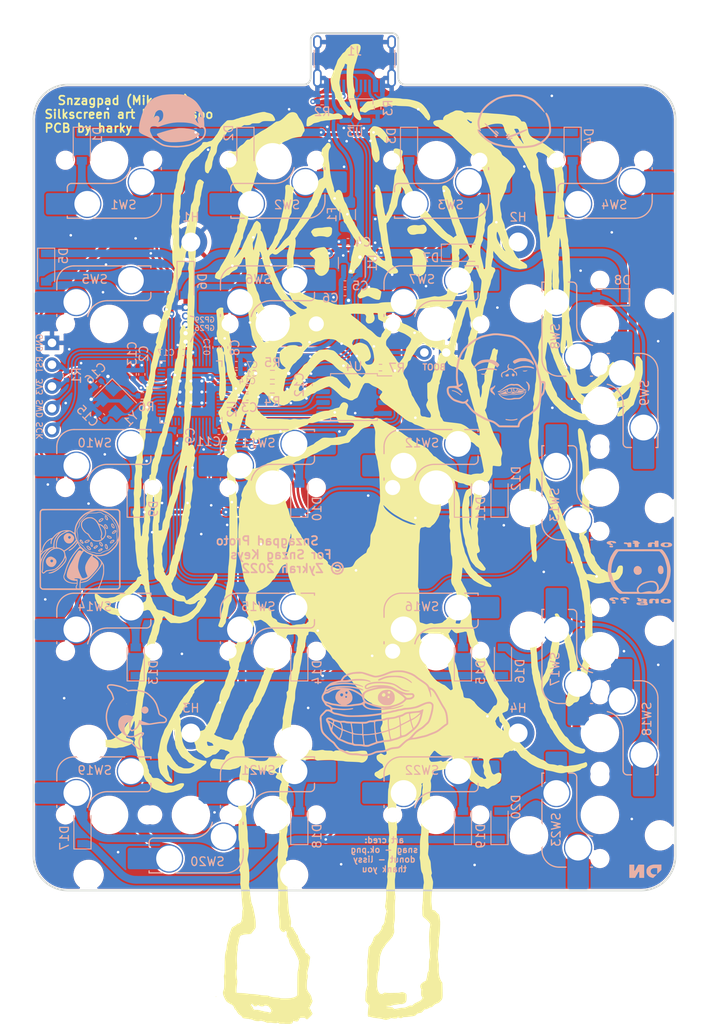
<source format=kicad_pcb>
(kicad_pcb (version 20211014) (generator pcbnew)
  (layers (0 "F.Cu" signal) (31 "B.Cu" signal) (34 "B.Paste" user) (35 "F.Paste" user) (36 "B.SilkS" user "B.Silkscreen") (37 "F.SilkS" user "F.Silkscreen") (38 "B.Mask" user) (39 "F.Mask" user) (44 "Edge.Cuts" user))
  (net 0 "")
  (net 1 "GND")
  (net 2 "XTAL_IN")
  (net 3 "/XTAL_O")
  (net 4 "+5V")
  (net 5 "+3V3")
  (net 6 "+1V1")
  (net 7 "ROW0")
  (net 8 "Net-(D1-Pad2)")
  (net 9 "Net-(D2-Pad2)")
  (net 10 "Net-(D3-Pad2)")
  (net 11 "Net-(D4-Pad2)")
  (net 12 "ROW1")
  (net 13 "Net-(D5-Pad2)")
  (net 14 "Net-(D6-Pad2)")
  (net 15 "Net-(D7-Pad2)")
  (net 16 "Net-(D8-Pad2)")
  (net 17 "ROW2")
  (net 18 "Net-(D10-Pad2)")
  (net 19 "Net-(D11-Pad2)")
  (net 20 "Net-(D12-Pad2)")
  (net 21 "Net-(D13-Pad2)")
  (net 22 "ROW3")
  (net 23 "Net-(D19-Pad2)")
  (net 24 "VBUS")
  (net 25 "/CC1")
  (net 26 "DBUS+")
  (net 27 "DBUS-")
  (net 29 "/CC2")
  (net 31 "~{RESET}")
  (net 32 "SWCLK")
  (net 33 "SWD")
  (net 34 "/D_+")
  (net 35 "/D_-")
  (net 36 "/~{USB_BOOT}")
  (net 37 "CS")
  (net 38 "XTAL_OUT")
  (net 39 "SD1")
  (net 40 "SD2")
  (net 41 "SD0")
  (net 42 "QSPI_CLK")
  (net 43 "SD3")
  (net 44 "ROW4")
  (net 45 "COL0")
  (net 46 "COL1")
  (net 47 "COL2")
  (net 48 "COL3")
  (net 49 "Net-(D14-Pad2)")
  (net 50 "Net-(D15-Pad2)")
  (net 51 "Net-(D16-Pad2)")
  (net 52 "Net-(D17-Pad2)")
  (net 53 "Net-(D9-Pad2)")
  (net 54 "Net-(D18-Pad2)")
  (net 55 "Net-(D20-Pad2)")
  (net 78 "GP29")
  (net 79 "GP28")
  (net 80 "GP27")
  (net 81 "GP26")
  (footprint "marbastlib-mx:STAB_MX_2u" (layer "F.Cu") (at 99.21875 90.4875 -90)
    (fp_text reference "S1" hide)
    (fp_text value "MX_stab")
  )
  (footprint "Connector_PinSocket_2.54mm:PinSocket_1x02_P2.54mm_Vertical" (layer "F.Cu") (at 81.31875 84.2975 -90)
    (fp_text reference "SW24")
    (fp_text value "Boot")
  )
  (footprint "marbastlib-mx:STAB_MX_2u" (layer "F.Cu") (at 51.59375 138.1125 180)
    (fp_text reference "S3" hide)
    (fp_text value "MX_stab")
  )
  (footprint "Connector_PinSocket_2.54mm:PinSocket_1x05_P2.54mm_Vertical" (layer "F.Cu") (at 35.420625 83.1725)
    (fp_text reference "J2")
    (fp_text value "SWD")
  )
  (footprint "marbastlib-mx:STAB_MX_2u" (layer "F.Cu") (at 99.21875 128.5875 -90)
    (fp_text reference "S2" hide)
    (fp_text value "MX_stab")
  )
  (footprint "Connector_PinHeader_1.00mm:PinHeader_1x05_P1.00mm_Vertical" (layer "F.Cu") (at 50.97875 79.0425)
    (fp_text reference "J3")
    (fp_text value "Conn_01x05")
  )
  (footprint "LOGO" (layer "F.Cu") (at 71.4375 106.704955)
    (fp_text reference "G***")
    (fp_text value "LOGO" hide)
  )
  (footprint "Diode_SMD:D_SOD-123" (layer "B.Cu") (at 45.16875 120.2725 90)
    (fp_text reference "D13")
    (fp_text value "D")
  )
  (footprint "Capacitor_SMD:C_0402_1005Metric" (layer "B.Cu") (at 41.22875 91.73 -45)
    (fp_text reference "C15")
    (fp_text value "22pF")
  )
  (footprint "LOGO" (layer "B.Cu") (at 72.36875 106.0925 180)
    (fp_text reference "G***")
    (fp_text value "LOGO" hide)
  )
  (footprint "Capacitor_SMD:C_0402_1005Metric" (layer "B.Cu") (at 56.88875 86.72)
    (fp_text reference "C1")
    (fp_text value "1uF")
  )
  (footprint "marbastlib-various:SOT-23-6-routable" (layer "B.Cu") (at 70.69875 56.33125 180)
    (fp_text reference "U3")
    (fp_text value "SRV05-4")
  )
  (footprint "Connector_USB:USB_C_Receptacle_HRO_TYPE-C-31-M-12" (layer "B.Cu") (at 70.64375 49.2125)
    (fp_text reference "J1")
    (fp_text value "USB_C")
  )
  (footprint "Diode_SMD:D_SOD-123" (layer "B.Cu") (at 57.94375 60.325 -90)
    (fp_text reference "D2")
    (fp_text value "D")
  )
  (footprint "marbastlib-mx:SW_MX_HS_1u" (layer "B.Cu") (at 80.16875 61.9125)
    (fp_text reference "SW3")
    (fp_text value "?" hide)
  )
  (footprint "Capacitor_SMD:C_0402_1005Metric" (layer "B.Cu") (at 65.37125 88.0525 -90)
    (fp_text reference "C12")
    (fp_text value "100nF")
  )
  (footprint "Capacitor_SMD:C_0402_1005Metric" (layer "B.Cu") (at 56.88875 85.7)
    (fp_text reference "C7")
    (fp_text value "1uF")
  )
  (footprint "marbastlib-mx:SW_MX_HS_1u" (layer "B.Cu") (at 99.21875 128.5875 90)
    (fp_text reference "SW18")
    (fp_text value "?" hide)
  )
  (footprint "MountingHole:MountingHole_2.2mm_M2_ISO14580_Pad" (layer "B.Cu") (at 89.69375 71.4375 180)
    (fp_text reference "H2")
    (fp_text value "MP")
  )
  (footprint "LOGO" (layer "B.Cu") (at 104.50875 144.6725 180)
    (fp_text reference "G***")
    (fp_text value "LOGO" hide)
  )
  (footprint "LOGO" (layer "B.Cu") (at 87.04875 87.5025 180)
    (fp_text reference "G***")
    (fp_text value "LOGO" hide)
  )
  (footprint "Diode_SMD:D_SOD-123" (layer "B.Cu") (at 96.04375 60.325 -90)
    (fp_text reference "D4")
    (fp_text value "D")
  )
  (footprint "Capacitor_SMD:C_0402_1005Metric" (layer "B.Cu") (at 69.53875 76.3125 180)
    (fp_text reference "C5")
    (fp_text value "1uF")
  )
  (footprint "marbastlib-mx:SW_MX_HS_1u" (layer "B.Cu") (at 42.06875 138.1125 180)
    (fp_text reference "SW19")
    (fp_text value "?" hide)
  )
  (footprint "Diode_SMD:D_SOD-123" (layer "B.Cu") (at 64.21875 120.2725 90)
    (fp_text reference "D14")
    (fp_text value "D")
  )
  (footprint "Resistor_SMD:R_0402_1005Metric" (layer "B.Cu") (at 66.88 55.08875)
    (fp_text reference "R2")
    (fp_text value "5.1k")
  )
  (footprint "Capacitor_SMD:C_0402_1005Metric" (layer "B.Cu") (at 54.86 93.47)
    (fp_text reference "C11")
    (fp_text value "100nF")
  )
  (footprint "Crystal:Crystal_SMD_3225-4Pin_3.2x2.5mm" (layer "B.Cu") (at 42.688749 89.92 -45)
    (fp_text reference "Y1")
    (fp_text value "12MHz")
  )
  (footprint "LOGO" (layer "B.Cu") (at 89.28875 57.5025 180)
    (fp_text reference "G***")
    (fp_text value "LOGO" hide)
  )
  (footprint "Capacitor_SMD:C_0402_1005Metric" (layer "B.Cu") (at 69.53875 77.3325)
    (fp_text reference "C6")
    (fp_text value "10uF")
  )
  (footprint "marbastlib-mx:SW_MX_HS_1u" (layer "B.Cu") (at 42.06875 80.9625 180)
    (fp_text reference "SW5")
    (fp_text value "?" hide)
  )
  (footprint "marbastlib-mx:SW_MX_HS_1u" (layer "B.Cu") (at 99.21875 90.4875 90)
    (fp_text reference "SW9")
    (fp_text value "?" hide)
  )
  (footprint "Resistor_SMD:R_0402_1005Metric" (layer "B.Cu") (at 73.67125 86.0525)
    (fp_text reference "R7")
    (fp_text value "1k")
  )
  (footprint "LOGO" (layer "B.Cu") (at 49.483913 57.244709 180)
    (fp_text reference "G***")
    (fp_text value "LOGO" hide)
  )
  (footprint "marbastlib-mx:SW_MX_HS_1u" (layer "B.Cu") (at 99.21875 119.0625 -90)
    (fp_text reference "SW17")
    (fp_text value "?" hide)
  )
  (footprint "Diode_SMD:D_SOD-123" (layer "B.Cu") (at 64.21875 101.2225 90)
    (fp_text reference "D10")
    (fp_text value "D")
  )
  (footprint "Capacitor_SMD:C_0402_1005Metric" (layer "B.Cu") (at 50.38 93.97 -90)
    (fp_text reference "C9")
    (fp_text value "100nF")
  )
  (footprint "Diode_SMD:D_SOD-123" (layer "B.Cu") (at 83.26875 120.2725 90)
    (fp_text reference "D15")
    (fp_text value "D")
  )
  (footprint "marbastlib-mx:SW_MX_HS_1u" (layer "B.Cu") (at 99.21875 100.0125 -90)
    (fp_text reference "SW13")
    (fp_text value "?" hide)
  )
  (footprint "Capacitor_SMD:C_0402_1005Metric" (layer "B.Cu") (at 40.80875 87.97 45)
    (fp_text reference "C16")
    (fp_text value "22pF")
  )
  (footprint "Package_SO:SOIC-8_5.23x5.23mm_P1.27mm" (layer "B.Cu") (at 70.58125 89.4825 180)
    (fp_text reference "U4")
    (fp_text value "W25Q128JVS")
  )
  (footprint "MountingHole:MountingHole_2.2mm_M2_ISO14580_Pad" (layer "B.Cu") (at 51.59375 128.5875 180)
    (fp_text reference "H3")
    (fp_text value "MP")
  )
  (footprint "Diode_SMD:D_SOD-123" (layer "B.Cu") (at 38.96875 139.8325 90)
    (fp_text reference "D17")
    (fp_text value "D")
  )
  (footprint "Diode_SMD:D_SOD-123" (layer "B.Cu") (at 64.21875 139.3225 90)
    (fp_text reference "D18")
    (fp_text value "D")
  )
  (footprint "LOGO" (layer "B.Cu") (at 38.732201 107.174842 180)
    (fp_text reference "G***")
    (fp_text value "LOGO" hide)
  )
  (footprint "Resistor_SMD:R_0603_1608Metric" (layer "B.Cu") (at 61.08375 86.8925 180)
    (fp_text reference "R5")
    (fp_text value "27R")
  )
  (footprint "MountingHole:MountingHole_2.2mm_M2_ISO14580_Pad" (layer "B.Cu") (at 89.69375 128.5875 180)
    (fp_text reference "H4")
    (fp_text value "MP")
  )
  (footprint "marbastlib-mx:SW_MX_HS_1u" (layer "B.Cu") (at 42.06875 100.0125 180)
    (fp_text reference "SW10")
    (fp_text value "?" hide)
  )
  (footprint "marbastlib-mx:SW_MX_HS_1u" (layer "B.Cu") (at 80.16875 119.0625 180)
    (fp_text reference "SW16")
    (fp_text value "?" hide)
  )
  (footprint "marbastlib-mx:SW_MX_HS_1u" (layer "B.Cu") (at 61.11875 138.1125 180)
    (fp_text reference "SW21")
    (fp_text value "?" hide)
  )
  (footprint "Diode_SMD:D_SOD-123" (layer "B.Cu") (at 83.26875 101.2225 90)
    (fp_text reference "D11")
    (fp_text value "D")
  )
  (footprint "Diode_SMD:D_SOD-123" (layer "B.Cu") (at 83.00875 72.6825)
    (fp_text reference "D7")
    (fp_text value "D")
  )
  (footprint "Diode_SMD:D_SOD-123" (layer "B.Cu") (at 83.26875 139.3225 90)
    (fp_text reference "D19")
    (fp_text value "D")
  )
  (footprint "marbastlib-mx:SW_MX_HS_1u" (layer "B.Cu") (at 80.16875 100.0125 180)
    (fp_text reference "SW12")
    (fp_text value "?" hide)
  )
  (footprint "Capacitor_SMD:C_0402_1005Metric" (layer "B.Cu") (at 58.15875 88.51)
    (fp_text reference "C14")
    (fp_text value "100nF")
  )
  (footprint "marbastlib-mx:SW_MX_HS_1u" (layer "B.Cu") (at 42.06875 119.0625 180)
    (fp_text reference "SW14")
    (fp_text value "?" hide)
  )
  (footprint "Capacitor_SMD:C_0402_1005Metric" (layer "B.Cu") (at 50.75875 84.2925)
    (fp_text reference "C17")
    (fp_text value "100nF")
  )
  (footprint "marbastlib-mx:SW_MX_HS_1u" (layer "B.Cu") (at 61.11875 61.9125)
    (fp_text reference "SW2")
    (fp_text value "?" hide)
  )
  (footprint "marbastlib-mx:SW_MX_HS_1u" (layer "B.Cu") (at 61.11875 80.9625 180)
    (fp_text reference "SW6")
    (fp_text value "?" hide)
  )
  (footprint "marbastlib-mx:SW_MX_HS_1u" (layer "B.Cu") (at 99.21875 61.9125)
    (fp_text reference "SW4")
    (fp_text value "?" hide)
  )
  (footprint "Capacitor_SMD:C_0402_1005Metric" (layer "B.Cu") (at 44.87875 86.8325 90)
    (fp_text reference "C13")
    (fp_text value "100nF")
  )
  (footprint "Diode_SMD:D_SOD-123" (layer "B.Cu") (at 87.52875 101.2225 90)
    (fp_text reference "D12")
    (fp_text value "D")
  )
  (footprint "Capacitor_SMD:C_0402_1005Metric" (layer "B.Cu") (at 58.15875 89.48)
    (fp_text reference "C3")
    (fp_text value "100nF")
  )
  (footprint "marbastlib-mx:SW_MX_HS_1u" (layer "B.Cu") (at 80.16875 138.1125 180)
    (fp_text reference "SW22")
    (fp_text value "?" hide)
  )
  (footprint "Diode_SMD:D_SOD-123" (layer "B.Cu") (at 34.73875 74.4025 -90)
    (fp_text reference "D5")
    (fp_text value "D")
  )
  (footprint "Resistor_SMD:R_0402_1005Metric" (layer "B.Cu") (at 73.34 55.81875 -90)
    (fp_text reference "R3")
    (fp_text value "5.1k")
  )
  (footprint "marbastlib-mx:SW_MX_HS_1u" (layer "B.Cu") (at 99.21875 138.1125 -90)
    (fp_text reference "SW23")
    (fp_text value "?" hide)
  )
  (footprint "Diode_SMD:D_SOD-123" (layer "B.Cu") (at 45.16875 101.2225 90)
    (fp_text reference "D9")
    (fp_text value "D")
  )
  (footprint "marbastlib-mx:SW_MX_HS_1u" (layer "B.Cu") (at 51.59375 138.1125)
    (fp_text reference "SW20")
    (fp_text value "?" hide)
  )
  (footprint "marbastlib-mx:SW_MX_HS_1u" (layer "B.Cu") (at 61.11875 100.0125 180)
    (fp_text reference "SW11")
    (fp_text value "?" hide)
  )
  (footprint "Sleep-lib:RP2040-QFN-56" (layer "B.Cu") (at 51.59875 88.89 90)
    (fp_text reference "U2")
    (fp_text value "RP2040")
  )
  (footprint "Resistor_SMD:R_0402_1005Metric" (layer "B.Cu") (at 45.94875 89.340001)
    (fp_text reference "R6")
    (fp_text value "1k")
  )
  (footprint "Capacitor_SMD:C_0402_1005Metric" (layer "B.Cu") (at 69.88875 71.3925)
    (fp_text reference "C4")
    (fp_text value "1uF")
  )
  (footprint "LOGO" (layer "B.Cu") (at 74.00875 126.5725 180)
    (fp_text reference "G***")
    (fp_text value "LOGO" hide)
  )
  (footprint "Diode_SMD:D_SOD-123" (layer "B.Cu") (at 76.99375 60.325 -90)
    (fp_text reference "D3")
    (fp_text value "D")
  )
  (footprint "Diode_SMD:D_SOD-123" (layer "B.Cu") (at 87.92875 120.2725 90)
    (fp_text reference "D16")
    (fp_text value "D")
  )
  (footprint "Capacitor_SMD:C_0402_1005Metric" (layer "B.Cu") (at 45.87875 86.84 90)
    (fp_text reference "C2")
    (fp_text value "100nF")
  )
  (footprint "Package_TO_SOT_SMD:SOT-23" (layer "B.Cu") (at 70.32875 73.8625 90)
    (fp_text reference "U1")
    (fp_text value "XC6206")
  )
  (footprint "Diode_SMD:D_SOD-123" (layer "B.Cu") (at 50.97875 75.9425 -90)
    (fp_text reference "D6")
    (fp_text value "D")
  )
  (footprint "Resistor_SMD:R_0402_1005Metric" (layer "B.Cu") (at 37.110625 86.9825 90)
    (fp_text reference "R1")
    (fp_text value "10k")
  )
  (footprint "marbastlib-mx:SW_MX_HS_1u" (layer "B.Cu") (at 99.21875 80.9625 -90)
    (fp_text reference "SW8")
    (fp_text value "?" hide)
  )
  (footprint "Fuse:Fuse_1206_3216Metric" (layer "B.Cu") (at 69.84875 68.2425 -90)
    (fp_text reference "F1")
    (fp_text value "500mA")
  )
  (footprint "marbastlib-mx:SW_MX_HS_1u" (layer "B.Cu") (at 42.06875 61.9125)
    (fp_text reference "SW1")
    (fp_text value "?" hide)
  )
  (footprint "Resistor_SMD:R_0603_1608Metric" (layer "B.Cu") (at 61.07375 88.4925 180)
    (fp_text reference "R4")
    (fp_text value "27R")
  )
  (footprint "Capacitor_SMD:C_0402_1005Metric" (layer "B.Cu") (at 55.52875 83.709999 90)
    (fp_text reference "C8")
    (fp_text value "100nF")
  )
  (footprint "Diode_SMD:D_SOD-123" (layer "B.Cu") (at 87.52875 139.3225 90)
    (fp_text reference "D20")
    (fp_text value "D")
  )
  (footprint "Diode_SMD:D_SOD-123" (layer "B.Cu") (at 38.89375 60.325 -90)
    (fp_text reference "D1")
    (fp_text value "D")
  )
  (footprint "marbastlib-mx:SW_MX_HS_1u" (layer "B.Cu") (at 80.16875 80.9625 180)
    (fp_text reference "SW7")
    (fp_text value "?" hide)
  )
  (footprint "LOGO" (layer "B.Cu") (at 45.17875 126.7125 180)
    (fp_text reference "G***")
    (fp_text value "LOGO" hide)
  )
  (footprint "LOGO" (layer "B.Cu") (at 103.82875 109.7725 180)
    (fp_text reference "G***")
    (fp_text value "LOGO" hide)
  )
  (footprint "MountingHole:MountingHole_2.2mm_M2_ISO14580_Pad" (layer "B.Cu") (at 51.59375 71.4375 180)
    (fp_text reference "H1")
    (fp_text value "MP")
  )
  (footprint "Diode_SMD:D_SOD-123" (layer "B.Cu") (at 100.43875 77.8625 180)
    (fp_text reference "D8")
    (fp_text value "D")
  )
  (footprint "Capacitor_SMD:C_0402_1005Metric" (layer "B.Cu") (at 54.51875 83.71 90)
    (fp_text reference "C10")
    (fp_text value "100nF")
  )
  (footprint "marbastlib-mx:SW_MX_HS_1u" (layer "B.Cu") (at 61.11875 119.0625 180)
    (fp_text reference "SW15")
    (fp_text value "?" hide)
  )
  (gr_line (start 51.95875 80.1525) (end 51.51875 80.0525) (layer "B.SilkS") (width 0.15))
  (gr_line (start 52.10875 81.9025) (end 51.55875 83.0425) (layer "B.SilkS") (width 0.15))
  (gr_arc (start 65.543749 47.862498) (mid 65.763419 47.332168) (end 66.293749 47.112499) (layer "Edge.Cuts") (width 0.2))
  (gr_line (start 37.26875 146.9125) (end 104.018748 146.912499) (layer "Edge.Cuts") (width 0.2))
  (gr_arc (start 108.018749 142.912498) (mid 106.847176 145.740925) (end 104.018748 146.912499) (layer "Edge.Cuts") (width 0.2))
  (gr_line (start 74.993749 47.112499) (end 66.293749 47.112499) (layer "Edge.Cuts") (width 0.2))
  (gr_line (start 75.743749 52.312499) (end 75.74375 47.862498) (layer "Edge.Cuts") (width 0.2))
  (gr_arc (start 65.54375 52.312499) (mid 65.309435 52.878186) (end 64.743749 53.112499) (layer "Edge.Cuts") (width 0.2))
  (gr_arc (start 76.543749 53.112499) (mid 75.978065 52.878184) (end 75.743749 52.312499) (layer "Edge.Cuts") (width 0.2))
  (gr_arc (start 104.018749 53.112498) (mid 106.847177 54.284071) (end 108.018749 57.112499) (layer "Edge.Cuts") (width 0.2))
  (gr_line (start 33.268749 57.112499) (end 33.26875 142.912498) (layer "Edge.Cuts") (width 0.2))
  (gr_line (start 108.018749 142.912498) (end 108.018749 57.112499) (layer "Edge.Cuts") (width 0.2))
  (gr_line (start 104.018749 53.112498) (end 76.543749 53.112499) (layer "Edge.Cuts") (width 0.2))
  (gr_line (start 65.543749 47.862498) (end 65.54375 52.312499) (layer "Edge.Cuts") (width 0.2))
  (gr_arc (start 37.26875 146.9125) (mid 34.44032 145.740927) (end 33.26875 142.912498) (layer "Edge.Cuts") (width 0.2))
  (gr_line (start 64.743749 53.112499) (end 37.268748 53.112498) (layer "Edge.Cuts") (width 0.2))
  (gr_arc (start 74.993749 47.112499) (mid 75.524078 47.332169) (end 75.74375 47.862498) (layer "Edge.Cuts") (width 0.2))
  (gr_arc (start 33.268749 57.112499) (mid 34.440322 54.284073) (end 37.268748 53.112498) (layer "Edge.Cuts") (width 0.2))
  (gr_text "SWD" (at 33.98875 90.8325 90) (layer "B.SilkS") (effects (font (size 0.7 0.7) (thickness 0.12)) (justify mirror)))
  (gr_text "art cred:\nsnag - ok.png\ndonut - lissy\nthank you" (at 74.10875 142.7325) (layer "B.SilkS") (effects (font (size 0.7 0.7)) (justify mirror)))
  (gr_text "SCK\n" (at 33.98875 93.3825 90) (layer "B.SilkS") (effects (font (size 0.7 0.7) (thickness 0.12)) (justify mirror)))
  (gr_text "    Snzagpad Proto\n  For Snzag Keys\n© Zykrah 2022" (at 69.63875 107.8225) (layer "B.SilkS") (effects (font (size 1 1) (thickness 0.2)) (justify left mirror)))
  (gr_text "GND" (at 33.98875 83.1625 90) (layer "B.SilkS") (effects (font (size 0.7 0.7) (thickness 0.12)) (justify mirror)))
  (gr_text "3V3" (at 33.98875 88.2825 90) (layer "B.SilkS") (effects (font (size 0.7 0.7) (thickness 0.12)) (justify mirror)))
  (gr_text "BOOT\n" (at 79.91875 86.0025) (layer "B.SilkS") (effects (font (size 0.7 0.7)) (justify mirror)))
  (gr_text "GP29\nGP26" (at 53.19875 80.9725) (layer "B.SilkS") (effects (font (size 0.6 0.6) (thickness 0.12)) (justify mirror)))
  (gr_text "RST" (at 33.98875 85.6725 90) (layer "B.SilkS") (effects (font (size 0.7 0.7) (thickness 0.12)) (justify mirror)))
  (gr_text "  Snzagpad (Mikupad)\nSilkscreen art by Namsoo\nPCB by harky" (at 34.43875 56.5625) (layer "F.SilkS") (effects (font (size 1 1) (thickness 0.2)) (justify left)))
  (via (at 57.95 85.7) (size 0.6) (drill 0.3) (layers "F.Cu" "B.Cu") (net 1))
  (via (at 38.81 85.53) (size 0.6) (drill 0.3) (layers "F.Cu" "B.Cu") (net 1))
  (via (at 40.46 91.82) (size 0.6) (drill 0.3) (layers "F.Cu" "B.Cu") (net 1))
  (via (at 100.6 70.31) (size 0.6) (drill 0.3) (layers "F.Cu" "B.Cu") (net 1))
  (via (at 56.42 74.18) (size 0.6) (drill 0.3) (layers "F.Cu" "B.Cu") (net 1))
  (via (at 78.07 55.98) (size 0.6) (drill 0.3) (layers "F.Cu" "B.Cu") (net 1))
  (via (at 37.61 70.65) (size 0.6) (drill 0.3) (layers "F.Cu" "B.Cu") (net 1))
  (via (at 75.03 75.24) (size 0.6) (drill 0.3) (layers "F.Cu" "B.Cu") (net 1))
  (via (at 54.34875 137.8225) (size 0.6) (drill 0.3) (layers "F.Cu" "B.Cu") (net 1))
  (via (at 65.59 86.76) (size 0.6) (drill 0.3) (layers "F.Cu" "B.Cu") (net 1))
  (via (at 73.1 65.19) (size 0.6) (drill 0.3) (layers "F.Cu" "B.Cu") (net 1))
  (via (at 67.48 58.03) (size 0.6) (drill 0.3) (layers "F.Cu" "B.Cu") (net 1))
  (via (at 75.35 86.41) (size 0.6) (drill 0.3) (layers "F.Cu" "B.Cu") (net 1))
  (via (at 39.99 89.74) (size 0.8) (drill 0.4) (layers "F.Cu" "B.Cu") (net 1))
  (via (at 34.94 99.66) (size 0.6) (drill 0.3) (layers "F.Cu" "B.Cu") (net 1))
  (via (at 102.93 138.59) (size 0.6) (drill 0.3) (layers "F.Cu" "B.Cu") (net 1))
  (via (at 69.73 59.7) (size 0.6) (drill 0.3) (layers "F.Cu" "B.Cu") (net 1))
  (via (at 90.41875 62.6425) (size 0.6) (drill 0.3) (layers "F.Cu" "B.Cu") (net 1))
  (via (at 106 82.98) (size 0.6) (drill 0.3) (layers "F.Cu" "B.Cu") (net 1))
  (via (at 70.81875 109.6525) (size 0.6) (drill 0.3) (layers "F.Cu" "B.Cu") (net 1))
  (via (at 92.68 109.83) (size 0.6) (drill 0.3) (layers "F.Cu" "B.Cu") (net 1))
  (via (at 71.73 58.19) (size 0.6) (drill 0.3) (layers "F.Cu" "B.Cu") (net 1))
  (via (at 43.11875 142.4525) (size 0.6) (drill 0.3) (layers "F.Cu" "B.Cu") (net 1))
  (via (at 77.64 82) (size 0.6) (drill 0.3) (layers "F.Cu" "B.Cu") (net 1))
  (via (at 62.99 86.73) (size 0.8) (drill 0.4) (layers "F.Cu" "B.Cu") (net 1))
  (via (at 98.82875 110.3625) (size 0.6) (drill 0.3) (layers "F.Cu" "B.Cu") (net 1))
  (via (at 72.7 119.6) (size 0.6) (drill 0.3) (layers "F.Cu" "B.Cu") (net 1))
  (via (at 45.16 71.01) (size 0.6) (drill 0.3) (layers "F.Cu" "B.Cu") (net 1))
  (via (at 66.37 116.67) (size 0.6) (drill 0.3) (layers "F.Cu" "B.Cu") (net 1))
  (via (at 69.33 73) (size 0.6) (drill 0.3) (layers "F.Cu" "B.Cu") (net 1))
  (via (at 86.12 126.64) (size 0.6) (drill 0.3) (layers "F.Cu" "B.Cu") (net 1))
  (via (at 51.21 101.81) (size 0.6) (drill 0.3) (layers "F.Cu" "B.Cu") (net 1))
  (via (at 41.57 96.15) (size 0.6) (drill 0.3) (layers "F.Cu" "B.Cu") (net 1))
  (via (at 58.86 70.89) (size 0.6) (drill 0.3) (layers "F.Cu" "B.Cu") (net 1))
  (via (at 68.35 91.26) (size 0.6) (drill 0.3) (layers "F.Cu" "B.Cu") (net 1))
  (via (at 64.8625 88.53) (size 0.6) (drill 0.3) (layers "F.Cu" "B.Cu") (net 1))
  (via (at 68.89 93.49) (size 0.6) (drill 0.3) (layers "F.Cu" "B.Cu") (net 1))
  (via (at 59.13 86.72) (size 0.8) (drill 0.4) (layers "F.Cu" "B.Cu") (net 1))
  (via (at 54.52 82.65) (size 0.6) (drill 0.3) (layers "F.Cu" "B.Cu") (net 1))
  (via (at 63.2325 90.18) (size 0.6) (drill 0.3) (layers "F.Cu" "B.Cu") (net 1))
  (via (at 72.32 76.67) (size 0.6) (drill 0.3) (layers "F.Cu" "B.Cu") (net 1))
  (via (at 61.02875 89.4925) (size 0.6) (drill 0.3) (layers "F.Cu" "B.Cu") (net 1))
  (via (at 58.47 80.8) (size 0.6) (drill 0.3) (layers "F.Cu" "B.Cu") (net 1))
  (via (at 69.82 68.2) (size 0.6) (drill 0.3) (layers "F.Cu" "B.Cu") (net 1))
  (via (at 50.55 119.37) (size 0.6) (drill 0.3) (layers "F.Cu" "B.Cu") (net 1))
  (via (at 69.4 58.16) (size 0.6) (drill 0.3) (layers "F.Cu" "B.Cu") (net 1))
  (via (at 63.03 55.98) (size 0.6) (drill 0.3) (layers "F.Cu" "B.Cu") (net 1))
  (via (at 71.28 71.51) (size 0.6) (drill 0.3) (layers "F.Cu" "B.Cu") (net 1))
  (via (at 60.94 74.08) (size 0.6) (drill 0.3) (layers "F.Cu" "B.Cu") (net 1))
  (via (at 58.87 93.47) (size 0.6) (drill 0.3) (layers "F.Cu" "B.Cu") (net 1))
  (via (at 37.43 83.91) (size 0.6) (drill 0.3) (layers "F.Cu" "B.Cu") (net 1))
  (via (at 88.02875 104.4025) (size 0.6) (drill 0.3) (layers "F.Cu" "B.Cu") (net 1))
  (via (at 93.67875 90.7325) (size 0.6) (drill 0.3) (layers "F.Cu" "B.Cu") (net 1))
  (via (at 46.47 90.66) (size 0.6) (drill 0.3) (layers "F.Cu" "B.Cu") (net 1))
  (via (at 36.84 124.53) (size 0.6) (drill 0.3) (layers "F.Cu" "B.Cu") (net 1))
  (via (at 39.9 87.74) (size 0.6) (drill 0.3) (layers "F.Cu" "B.Cu") (net 1))
  (via (at 41.92 55.93) (size 0.6) (drill 0.3) (layers "F.Cu" "B.Cu") (net 1))
  (via (at 59.48 89.48) (size 0.6) (drill 0.3) (layers "F.Cu" "B.Cu") (net 1))
  (via (at 75.64 93.37) (size 0.6) (drill 0.3) (layers "F.Cu" "B.Cu") (net 1))
  (via (at 77.72875 103.5525) (size 0.6) (drill 0.3) (layers "F.Cu" "B.Cu") (net 1))
  (via (at 52.8 105.43) (size 0.6) (drill 0.3) (layers "F.Cu" "B.Cu") (net 1))
  (via (at 87.16 69.13) (size 0.6) (drill 0.3) (layers "F.Cu" "B.Cu") (net 1))
  (via (at 73.06 73.34) (size 0.6) (drill 0.3) (layers "F.Cu" "B.Cu") (net 1))
  (via (at 96.97 74.77) (size 0.6) (drill 0.3) (layers "F.Cu" "B.Cu") (net 1))
  (via (at 51.82875 84.2825) (size 0.6) (drill 0.3) (layers "F.Cu" "B.Cu") (net 1))
  (via (at 48.15 85.46) (size 0.6) (drill 0.3) (layers "F.Cu" "B.Cu") (net 1))
  (via (at 68.2 77.87) (size 0.6) (drill 0.3) (layers "F.Cu" "B.Cu") (net 1))
  (via (at 56.36 101.71) (size 0.6) (drill 0.3) (layers "F.Cu" "B.Cu") (net 1))
  (via (at 57.95 86.72) (size 0.6) (drill 0.3) (layers "F.Cu" "B.Cu") (net 1))
  (via (at 69.08875 143.8625) (size 0.6) (drill 0.3) (layers "F.Cu" "B.Cu") (net 1))
  (via (at 69.95 78.23) (size 0.8) (drill 0.4) (layers "F.Cu" "B.Cu") (net 1))
  (via (at 34.63875 113.0325) (size 0.6) (drill 0.3) (layers "F.Cu" "B.Cu") (net 1))
  (via (at 72.24 100.95) (size 0.6) (drill 0.3) (layers "F.Cu" "B.Cu") (net 1))
  (via (at 78.97 76.57) (size 0.6) (drill 0.3) (layers "F.Cu" "B.Cu") (net 1))
  (via (at 37.02 90.18) (size 0.6) (drill 0.3) (layers "F.Cu" "B.Cu") (net 1))
  (via (at 65.24875 125.6625) (size 0.6) (drill 0.3) (layers "F.Cu" "B.Cu") (net 1))
  (via (at 41.36 77.28) (size 0.6) (drill 0.3) (layers "F.Cu" "B.Cu") (net 1))
  (via (at 102.02 119.06) (size 0.6) (drill 0.3) (layers "F.Cu" "B.Cu") (net 1))
  (via (at 72.51 59.66) (size 0.6) (drill 0.3) (layers "F.Cu" "B.Cu") (net 1))
  (via (at 70.73 91.35) (size 0.6) (drill 0.3) (layers "F.Cu" "B.Cu") (net 1))
  (via (at 69.43 62.68) (size 0.6) (drill 0.3) (layers "F.Cu" "B.Cu") (net 1))
  (via (at 73.06 68.76) (size 0.6) (drill 0.3) (layers "F.Cu" "B.Cu") (net 1))
  (via (at 81.05 65.49) (size 0.6) (drill 0.3) (layers "F.Cu" "B.Cu") (net 1))
  (via (at 68.83 71.39) (size 0.6) (drill 0.3) (layers "F.Cu" "B.Cu") (net 1))
  (via (at 73.05 71.52) (size 0.6) (drill 0.3) (layers "F.Cu" "B.Cu") (net 1))
  (via (at 70.91 84.7) (size 0.6) (drill 0.3) (layers "F.Cu" "B.Cu") (net 1))
  (via (at 41.94 87.08) (size 0.8) (drill 0.4) (layers "F.Cu" "B.Cu") (net 1))
  (via (at 59.75875 106.6025) (size 0.6) (drill 0.3) (layers "F.Cu" "B.Cu") (net 1))
  (via (at 77.73 91.89) (size 0.6) (drill 0.3) (layers "F.Cu" "B.Cu") (net 1))
  (via (at 39.67875 101.8825) (size 0.6) (drill 0.3) (layers "F.Cu" "B.Cu") (net 1))
  (via (at 44.88 85.77) (size 0.6) (drill 0.3) (layers "F.Cu" "B.Cu") (net 1))
  (via (at 65.05 89.64) (size 0.6) (drill 0.3) (layers "F.Cu" "B.Cu") (net 1))
  (via (at 50.06875 83.4325) (size 0.6) (drill 0.3) (layers "F.Cu" "B.Cu") (net 1))
  (via (at 48.22 92.32) (size 0.6) (drill 0.3) (layers "F.Cu" "B.Cu") (net 1))
  (via (at 49.99 94.84) (size 0.6) (drill 0.3) (layers "F.Cu" "B.Cu") (net 1))
  (via (at 55.93875 93.4725) (size 0.6) (drill 0.3) (layers "F.Cu" "B.Cu") (net 1))
  (via (at 53.08 95.58) (size 0.6) (drill 0.3) (layers "F.Cu" "B.Cu") (net 1))
  (via (at 87.28 79.07) (size 0.6) (drill 0.3) (layers "F.Cu" "B.Cu") (net 1))
  (via (at 62.81875 88.5325) (size 0.6) (drill 0.3) (layers "F.Cu" "B.Cu") (net 1))
  (via (at 45.88 85.77) (size 0.6) (drill 0.3) (layers "F.Cu" "B.Cu") (net 1))
  (via (at 65.5 84.76) (size 0.6) (drill 0.3) (layers "F.Cu" "B.Cu") (net 1))
  (via (at 93.61875 54.4225) (size 0.6) (drill 0.3) (layers "F.Cu" "B.Cu") (net 1))
  (via (at 68.33 66.36) (size 0.6) (drill 0.3) (layers "F.Cu" "B.Cu") (net 1))
  (via (at 65.41 83.09) (size 0.6) (drill 0.3) (layers "F.Cu" "B.Cu") (net 1))
  (via (at 55.53 82.65) (size 0.6) (drill 0.3) (layers "F.Cu" "B.Cu") (net 1))
  (via (at 55.82 104.36) (size 0.6) (drill 0.3) (layers "F.Cu" "B.Cu") (net 1))
  (via (at 67.72 59.65) (size 0.6) (drill 0.3) (layers "F.Cu" "B.Cu") (net 1))
  (via (at 55.06 92.24) (size 0.6) (drill 0.3) (layers "F.Cu" "B.Cu") (net 1))
  (via (at 72.9 83.58) (size 0.6) (drill 0.3) (layers "F.Cu" "B.Cu") (net 1))
  (via (at 70.22 74.8) (size 0.6) (drill 0.3) (layers "F.Cu" "B.Cu") (net 1))
  (via (at 41.71 74.06) (size 0.6) (drill 0.3) (layers "F.Cu" "B.Cu") (net 1))
  (via (at 46.44 96.92) (size 0.6) (drill 0.3) (layers "F.Cu" "B.Cu") (net 1))
  (via (at 69.14 83.27) (size 0.6) (drill 0.3) (layers "F.Cu" "B.Cu") (net 1))
  (via (at 47.09 105.21) (size 0.6) (drill 0.3) (layers "F.Cu" "B.Cu") (net 1))
  (via (at 71.28 73.19) (size 0.8) (drill 0.4) (layers "F.Cu" "B.Cu") (net 1))
  (via (at 48.23 101.81) (size 0.6) (drill 0.3) (layers "F.Cu" "B.Cu") (net 1))
  (via (at 54.95 125.04) (size 0.6) (drill 0.3) (layers "F.Cu" "B.Cu") (net 1))
  (via (at 53.6 60.69) (size 0.6) (drill 0.3) (layers "F.Cu" "B.Cu") (net 1))
  (via (at 51.8 97.7) (size 0.6) (drill 0.3) (layers "F.Cu" "B.Cu") (net 1))
  (via (at 69.36 85.83) (size 0.6) (drill 0.3) (layers "F.Cu" "B.Cu") (net 1))
  (via (at 62.02 93.47) (size 0.6) (drill 0.3) (layers "F.Cu" "B.Cu") (net 1))
  (via (at 84.62875 143.9425) (size 0.6) (drill 0.3) (layers "F.Cu" "B.Cu") (net 1))
  (via (at 53.96 102.08) (size 0.6) (drill 0.3) (layers "F.Cu" "B.Cu") (net 1))
  (via (at 106.01 120.65) (size 0.6) (drill 0.3) (layers "F.Cu" "B.Cu") (net 1))
  (segment (start 71.31875 75.0125) (end 70.01875 76.3125) (width 0.5) (layer "B.Cu") (net 1))
  (segment (start 44.87875 86.3525) (end 44.87875 85.77125) (width 0.4) (layer "B.Cu") (net 1))
  (segment (start 65.37125 88.5325) (end 64.865 88.5325) (width 0.4) (layer "B.Cu") (net 1))
  (segment (start 40.46 91.87) (end 40.46 91.82) (width 0.2) (layer "B.Cu") (net 1))
  (segment (start 43.89083 89.92) (end 44.067607 90.096777) (width 0.4) (layer "B.Cu") (net 1))
  (segment (start 70.01875 77.3325) (end 70.01875 76.3125) (width 0.5) (layer "B.Cu") (net 1))
  (segment (start 55.52875 83.229999) (end 55.52875 82.65125) (width 0.4) (layer "B.Cu") (net 1))
  (segment (start 39.993223 89.743223) (end 39.99 89.74) (width 0.4) (layer "B.Cu") (net 1))
  (segment (start 57.36875 86.72) (end 57.95 86.72) (width 0.4) (layer "B.Cu") (net 1))
  (segment (start 48.16125 89.89) (end 47.764177 89.89) (width 0.2) (layer "B.Cu") (net 1))
  (segment (start 40.469339 88.309339) (end 39.9 87.74) (width 0.4) (layer "B.Cu") (net 1))
  (segment (start 47.261986 90.098014) (end 47.24325 90.11675) (width 0.2) (layer "B.Cu") (net 1))
  (segment (start 55.52875 82.65125) (end 55.53 82.65) (width 0.4) (layer "B.Cu") (net 1))
  (segment (start 42.867395 92.75) (end 41.578956 92.75) (width 0.2) (layer "B.Cu") (net 1))
  (segment (start 54.51875 82.65125) (end 54.52 82.65) (width 0.4) (layer "B.Cu") (net 1))
  (segment (start 64.865 88.5325) (end 64.8625 88.53) (width 0.4) (layer "B.Cu") (net 1))
  (segment (start 70.01875 78.16125) (end 70.01875 77.3325) (width 0.4) (layer "B.Cu") (net 1))
  (segment (start 58.63875 89.48) (end 59.48 89.48) (width 0.4) (layer "B.Cu") (net 1))
  (segment (start 40.889339 91.390589) (end 40.889339 91.390661) (width 0.4) (layer "B.Cu") (net 1))
  (segment (start 54.51875 83.23) (end 54.51875 82.65125) (width 0.4) (layer "B.Cu") (net 1))
  (segment (start 45.87875 85.77125) (end 45.88 85.77) (width 0.4) (layer "B.Cu") (net 1))
  (segment (start 41.171032 92.581032) (end 40.46 91.87) (width 0.2) (layer "B.Cu") (net 1))
  (segment (start 40.889339 91.390661) (end 40.46 91.82) (width 0.4) (layer "B.Cu") (net 1))
  (segment (start 69.40875 71.3925) (end 68.8325 71.3925) (width 0.4) (layer "B.Cu") (net 1))
  (segment (start 46.535281 90.41) (end 46.351031 90.41) (width 0.2) (layer "B.Cu") (net 1))
  (segment (start 45.87875 86.36) (end 45.87875 85.77125) (width 0.4) (layer "B.Cu") (net 1))
  (segment (start 68.8325 71.3925) (end 68.83 71.39) (width 0.4) (layer "B.Cu") (net 1))
  (segment (start 41.309891 89.743223) (end 41.486668 89.92) (width 0.4) (layer "B.Cu") (net 1))
  (segment (start 41.486668 89.92) (end 43.89083 89.92) (width 0.4) (layer "B.Cu") (net 1))
  (segment (start 41.309891 89.743223) (end 39.993223 89.743223) (width 0.4) (layer "B.Cu") (net 1))
  (segment (start 57.36875 85.7) (end 57.95 85.7) (width 0.4) (layer "B.Cu") (net 1))
  (segment (start 71.31875 74.802501) (end 71.31875 75.0125) (width 0.5) (layer "B.Cu") (net 1))
  (segment (start 45.615215 90.714785) (end 44.083888 92.246112) (width 0.2) (layer "B.Cu") (net 1))
  (segment (start 58.63875 88.51) (end 58.63875 89.48) (width 0.4) (layer "B.Cu") (net 1))
  (segment (start 40.469339 88.309411) (end 40.469339 88.309339) (width 0.4) (layer "B.Cu") (net 1))
  (segment (start 69.95 78.23) (end 70.01875 78.16125) (width 0.4) (layer "B.Cu") (net 1))
  (segment (start 50.38 94.45) (end 49.99 94.84) (width 0.5) (layer "B.Cu") (net 1))
  (segment (start 44.87875 85.77125) (end 44.88 85.77) (width 0.4) (layer "B.Cu") (net 1))
  (arc (start 47.764177 89.89) (mid 47.492393 89.944061) (end 47.261986 90.098014) (width 0.2) (layer "B.Cu") (net 1))
  (arc (start 44.083888 92.246112) (mid 43.525756 92.619044) (end 42.867395 92.75) (width 0.2) (layer "B.Cu") (net 1))
  (arc (start 41.171032 92.581032) (mid 41.358189 92.706086) (end 41.578956 92.75) (width 0.2) (layer "B.Cu") (net 1))
  (arc (start 46.535281 90.41) (mid 46.918431 90.333787) (end 47.24325 90.11675) (width 0.2) (layer "B.Cu") (net 1))
  (arc (start 46.351031 90.41) (mid 45.95281 90.489211) (end 45.615215 90.714785) (width 0.2) (layer "B.Cu") (net 1))
  (segment (start 44.556147 91.202603) (end 45.350141 90.408609) (width 0.2) (layer "B.Cu") (net 2))
  (segment (start 42.608334 91.041665) (end 43.066669 91.5) (width 0.2) (layer "B.Cu") (net 2))
  (segment (start 43.066669 91.5) (end 43.838167 91.5) (width 0.2) (layer "B.Cu") (net 2))
  (segment (start 47.740045 89.49) (end 48.16125 89.49) (width 0.2) (layer "B.Cu") (net 2))
  (segment (start 46.312469 90.01) (end 46.484669 90.01) (width 0.2) (layer "B.Cu") (net 2))
  (segment (start 41.568161 92.069412) (end 41.580588 92.069412) (width 0.2) (layer "B.Cu") (net 2))
  (segment (start 41.580588 92.069412) (end 42.608334 91.041665) (width 0.2) (layer "B.Cu") (net 2))
  (arc (start 43.838167 91.5) (mid 44.226735 91.422709) (end 44.556147 91.202603) (width 0.2) (layer "B.Cu") (net 2))
  (arc (start 45.350141 90.408609) (mid 45.791661 90.113595) (end 46.312469 90.01) (width 0.2) (layer "B.Cu") (net 2))
  (arc (start 46.995233 89.798517) (mid 47.336961 89.570179) (end 47.740045 89.49) (width 0.2) (layer "B.Cu") (net 2))
  (arc (start 46.484669 90.01) (mid 46.760984 89.955037) (end 46.995233 89.798517) (width 0.2) (layer "B.Cu") (net 2))
  (segment (start 43.530336 88.541142) (end 42.511973 88.541142) (width 0.2) (layer "B.Cu") (net 3))
  (segment (start 44.495775 89.077026) (end 44.263633 88.844884) (width 0.2) (layer "B.Cu") (net 3))
  (segment (start 41.148162 87.630589) (end 42.058714 88.541142) (width 0.2) (layer "B.Cu") (net 3))
  (segment (start 42.058714 88.541142) (end 42.511973 88.541142) (width 0.2) (layer "B.Cu") (net 3))
  (segment (start 45.43875 89.34) (end 45.130654 89.34) (width 0.2) (layer "B.Cu") (net 3))
  (arc (start 45.130654 89.34) (mid 44.78706 89.271655) (end 44.495775 89.077026) (width 0.2) (layer "B.Cu") (net 3))
  (arc (start 44.263633 88.844884) (mid 43.927194 88.620082) (end 43.530336 88.541142) (width 0.2) (layer "B.Cu") (net 3))
  (segment (start 70.36875 70.1625) (end 69.84875 69.6425) (width 0.4) (layer "B.Cu") (net 4))
  (segment (start 70.36875 71.3925) (end 70.36875 70.1625) (width 0.4) (layer "B.Cu") (net 4))
  (segment (start 70.32875 72.925) (end 70.36875 72.885) (width 0.4) (layer "B.Cu") (net 4))
  (segment (start 70.36875 72.885) (end 70.36875 71.3925) (width 0.4) (layer "B.Cu") (net 4))
  (segment (start 42.369038 86.24) (end 38.759492 86.24) (width 0.4) (layer "F.Cu") (net 5))
  (segment (start 36.495241 87.177884) (end 35.420625 88.2525) (width 0.4) (layer "F.Cu") (net 5))
  (segment (start 56.81875 88.49) (end 57.025786 88.49) (width 0.4) (layer "F.Cu") (net 5))
  (segment (start 57.732893 88.782893) (end 58.815638 89.865638) (width 0.4) (layer "F.Cu") (net 5))
  (segment (start 62.71907 89.67343) (end 64.8225 87.57) (width 0.4) (layer "F.Cu") (net 5))
  (segment (start 59.671144 90.22) (end 61.399533 90.22) (width 0.4) (layer "F.Cu") (net 5))
  (segment (start 45.77875 88.4025) (end 44.498163 87.121913) (width 0.4) (layer "F.Cu") (net 5))
  (via (at 64.8225 87.57) (size 0.6) (drill 0.3) (layers "F.Cu" "B.Cu") (net 5))
  (via (at 56.81875 88.49) (size 0.6) (drill 0.3) (layers "F.Cu" "B.Cu") (net 5))
  (via (at 45.77875 88.4025) (size 0.6) (drill 0.3) (layers "F.Cu" "B.Cu") (net 5))
  (arc (start 38.759492 86.24) (mid 37.534088 86.483748) (end 36.495241 87.177884) (width 0.4) (layer "F.Cu") (net 5))
  (arc (start 58.815638 89.865638) (mid 59.208147 90.127904) (end 59.671144 90.22) (width 0.4) (layer "F.Cu") (net 5))
  (arc (start 44.498163 87.121913) (mid 43.521312 86.469202) (end 42.369038 86.24) (width 0.4) (layer "F.Cu") (net 5))
  (arc (start 57.025786 88.49) (mid 57.408469 88.56612) (end 57.732893 88.782893) (width 0.4) (layer "F.Cu") (net 5))
  (arc (start 62.71907 89.67343) (mid 62.113661 90.077951) (end 61.399533 90.22) (width 0.4) (layer "F.Cu") (net 5))
  (segment (start 69.05875 75.9325) (end 69.37875 75.6125) (width 0.5) (layer "B.Cu") (net 5))
  (segment (start 50.59875 92.3275) (end 50.59875 91.71125) (width 0.2) (layer "B.Cu") (net 5))
  (segment (start 55.036249 88.29) (end 56.61875 88.29) (width 0.2) (layer "B.Cu") (net 5))
  (segment (start 56.28 84.061249) (end 56.40875 84.189999) (width 0.5) (layer "B.Cu") (net 5))
  (segment (start 65.37625 87.5775) (end 66.98125 87.5775) (width 0.4) (layer "B.Cu") (net 5))
  (segment (start 37.110625 87.4925) (end 36.768599 87.834526) (width 0.4) (layer "B.Cu") (net 5))
  (segment (start 50.59875 85.4525) (end 50.59875 84.919214) (width 0.2) (layer "B.Cu") (net 5))
  (segment (start 50.305857 84.319607) (end 50.27875 84.2925) (width 0.2) (layer "B.Cu") (net 5))
  (segment (start 55.41875 86.69) (end 56.40875 85.7) (width 0.2) (layer "B.Cu") (net 5))
  (segment (start 50.59875 85.4525) (end 50.59875 86.04875) (width 0.2) (layer "B.Cu") (net 5))
  (segment (start 50.59875 93.27125) (end 50.38 93.49) (width 0.2) (layer "B.Cu") (net 5))
  (segment (start 45.77875 88.4025) (end 44.87875 87.5025) (width 0.4) (layer "B.Cu") (net 5))
  (segment (start 56.40875 85.7) (end 56.40875 84.189999) (width 0.4) (layer "B.Cu") (net 5))
  (segment (start 50.59875 92.327501) (end 50.59875 93.27125) (width 0.2) (layer "B.Cu") (net 5))
  (segment (start 56.28 83.96) (end 56.28 84.061249) (width 0.5) (layer "B.Cu") (net 5))
  (segment (start 69.37875 75.6125) (end 69.37875 74.8) (width 0.5) (layer "B.Cu") (net 5))
  (segment (start 57.65875 88.49) (end 56.81875 88.49) (width 0.4) (layer "B.Cu") (net 5))
  (segment (start 54.19875 85.4525) (end 54.19875 84.51) (width 0.2) (layer "B.Cu") (net 5))
  (segment (start 46.472823 88.69) (end 48.16125 88.69) (width 0.2) (layer "B.Cu") (net 5))
  (segment (start 69.05875 77.3325) (end 69.05875 80.37232) (width 0.5) (layer "B.Cu") (net 5))
  (segment (start 55.52875 84.189999) (end 54.51875 84.19) (width 0.4) (layer "B.Cu") (net 5))
  (segment (start 55.03625 88.69) (end 56.61875 88.69) (width 0.2) (layer "B.Cu") (net 5))
  (segment (start 57.678751 88.51) (end 57.65875 88.49) (width 0.4) (layer "B.Cu") (net 5))
  (segment (start 54.19875 93.28875) (end 54.38 93.47) (width 0.2) (layer "B.Cu") (net 5))
  (segment (start 56.40875 84.189999) (end 55.52875 84.189999) (width 0.4) (layer "B.Cu") (net 5))
  (segment (start 44.87875 87.5025) (end 44.87875 87.3125) (width 0.4) (layer "B.Cu") (net 5))
  (segment (start 48.16125 88.69) (end 48.72 88.69) (width 0.2) (layer "B.Cu") (net 5))
  (segment (start 65.37125 87.5725) (end 65.37625 87.5775) (width 0.4) (layer "B.Cu") (net 5))
  (segment (start 54.19875 92.3275) (end 54.19875 93.28875) (width 0.2) (layer "B.Cu") (net 5))
  (segment (start 55.81875 86.29) (end 56.40875 85.7) (width 0.2) (layer "B.Cu") (net 5))
  (segment (start 55.03625 86.690001) (end 55.41875 86.69) (width 0.2) (layer "B.Cu") (net 5))
  (segment (start 50.59875 86.04875) (end 50.6 86.05) (width 0.2) (layer "B.Cu") (net 5))
  (segment (start 35.75952 88.2525) (end 35.420625 88.2525) (width 0.4) (layer "B.Cu") (net 5))
  (segment (start 64.8225 87.57) (end 64.825 87.5725) (width 0.2) (layer "B.Cu") (net 5))
  (segment (start 69.05875 77.3325) (end 69.05875 75.9325) (width 0.5) (layer "B.Cu") (net 5))
  (segment (start 55.03625 86.29) (end 55.81875 86.29) (width 0.2) (layer "B.Cu") (net 5))
  (segment (start 54.19875 84.51) (end 54.51875 84.19) (width 0.2) (layer "B.Cu") (net 5))
  (segment (start 64.825 87.5725) (end 65.37125 87.5725) (width 0.2) (layer "B.Cu") (net 5))
  (segment (start 56.61875 88.69) (end 56.81875 88.49) (width 0.2) (layer "B.Cu") (net 5))
  (segment (start 56.61875 88.29) (end 56.81875 88.49) (width 0.2) (layer "B.Cu") (net 5))
  (segment (start 50.305857 84.319607) (end 50.381855 84.395601) (width 0.2) (layer "B.Cu") (net 5))
  (segment (start 65.47107 83.96) (end 56.28 83.96) (width 0.5) (layer "B.Cu") (net 5))
  (segment (start 54.19875 92.3275) (end 54.19875 91.62875) (width 0.2) (layer "B.Cu") (net 5))
  (arc (start 69.05875 80.37232) (mid 68.007943 82.909193) (end 65.47107 83.96) (width 0.5) (layer "B.Cu") (net 5))
  (arc (start 36.768599 87.834526) (mid 36.30563 88.143872) (end 35.75952 88.2525) (width 0.4) (layer "B.Cu") (net 5))
  (arc (start 46.472823 88.69) (mid 46.097198 88.615284) (end 45.77875 88.4025) (width 0.2) (layer "B.Cu") (net 5))
  (arc (start 50.381855 84.395601) (mid 50.542381 84.635835) (end 50.59875 84.919214) (width 0.2) (layer "B.Cu") (net 5))
  (segment (start 53.813751 87.187806) (end 55.268007 88.642062) (width 0.4) (layer "F.Cu") (net 6))
  (segment (start 56.75984 89.26) (end 57.15875 89.26) (width 0.4) (layer "F.Cu") (net 6))
  (segment (start 46.51875 88.0825) (end 47.57137 88.0825) (width 0.4) (layer "F.Cu") (net 6))
  (segment (start 49.274526 87.37703) (end 49.73375 86.917806) (width 0.4) (layer "F.Cu") (net 6))
  (via (at 46.51875 88.0825) (size 0.6) (drill 0.3) (layers "F.Cu" "B.Cu") (net 6))
  (via (at 49.73375 86.917806) (size 0.6) (drill 0.3) (layers "F.Cu" "B.Cu") (net 6))
  (via (at 57.15875 89.26) (size 0.6) (drill 0.3) (layers "F.Cu" "B.Cu") (net 6))
  (via (at 53.813751 87.187806) (size 0.6) (drill 0.3) (layers "F.Cu" "B.Cu") (net 6))
  (arc (start 49.274526 87.37703) (mid 48.493111 87.899155) (end 47.57137 88.0825) (width 0.4) (layer "F.Cu") (net 6))
  (arc (start 55.268007 88.642062) (mid 55.952466 89.099403) (end 56.75984 89.26) (width 0.4) (layer "F.Cu") (net 6))
  (segment (start 57.15875 89.26) (end 56.98875 89.09) (width 0.2) (layer "B.Cu") (net 6))
  (segment (start 56.98875 89.09) (end 55.03625 89.09) (width 0.2) (layer "B.Cu") (net 6))
  (segment (start 55.03625 87.089999) (end 55.567136 87.09) (width 0.2) (layer "B.Cu") (net 6))
  (segment (start 53.911557 87.09) (end 53.813751 87.187806) (width 0.2) (layer "B.Cu") (net 6))
  (segment (start 56.372229 86.756521) (end 56.40875 86.72) (width 0.2) (layer "B.Cu") (net 6))
  (segment (start 47.019695 88.29) (end 48.16125 88.29) (width 0.2) (layer "B.Cu") (net 6))
  (segment (start 45.87875 87.4425) (end 45.87875 87.32) (width 0.5) (layer "B.Cu") (net 6))
  (segment (start 55.03625 87.09) (end 53.911557 87.09) (width 0.2) (layer "B.Cu") (net 6))
  (segment (start 46.51875 88.0825) (end 45.87875 87.4425) (width 0.5) (layer "B.Cu") (net 6))
  (segment (start 49.75375 86.937805) (end 50.42375 86.937806) (width 0.3) (layer "B.Cu") (net 6))
  (segment (start 57.15875 89.26) (end 57.67875 89.48) (width 0.4) (layer "B.Cu") (net 6))
  (arc (start 46.51875 88.0825) (mid 46.748587 88.236073) (end 47.019695 88.29) (width 0.2) (layer "B.Cu") (net 6))
  (arc (start 56.372229 86.756521) (mid 56.002849 87.003332) (end 55.567136 87.09) (width 0.2) (layer "B.Cu") (net 6))
  (segment (start 49.35875 79.8025) (end 49.40875 79.7525) (width 0.3) (layer "F.Cu") (net 7))
  (segment (start 52.155 61.956306) (end 52.155 58.675) (width 0.3) (layer "F.Cu") (net 7))
  (segment (start 48.908564 68.261436) (end 49.992176 67.177824) (width 0.3) (layer "F.Cu") (net 7))
  (segment (start 67.411834 58.94) (end 72.208166 58.94) (width 0.4) (layer "F.Cu") (net 7))
  (segment (start 47.58 71.623146) (end 47.58 71.468874) (width 0.3) (layer "F.Cu") (net 7))
  (segment (start 49.40875 79.7525) (end 49.40875 75.10875) (width 0.3) (layer "F.Cu") (net 7))
  (segment (start 49.40875 75.10875) (end 48.751573 74.451573) (width 0.3) (layer "F.Cu") (net 7))
  (via (at 49.35875 79.8025) (size 0.6) (drill 0.3) (layers "F.Cu" "B.Cu") (net 7))
  (via (at 66.76 58.67) (size 0.6) (drill 0.3) (layers "F.Cu" "B.Cu") (net 7))
  (via (at 72.86 58.67) (size 0.6) (drill 0.3) (layers "F.Cu" "B.Cu") (net 7))
  (via (at 52.155 58.675) (size 0.6) (drill 0.3) (layers "F.Cu" "B.Cu") (net 7))
  (arc (start 67.411834 58.94) (mid 67.059065 58.86983) (end 66.76 58.67) (width 0.4) (layer "F.Cu") (net 7))
  (arc (start 47.58 71.468874) (mid 47.925282 69.733021) (end 48.908564 68.261436) (width 0.3) (layer "F.Cu") (net 7))
  (arc (start 48.751573 74.451573) (mid 47.884482 73.15388) (end 47.58 71.623146) (width 0.3) (layer "F.Cu") (net 7))
  (arc (start 49.992176 67.177824) (mid 51.5929 64.782171) (end 52.155 61.956306) (width 0.3) (layer "F.Cu") (net 7))
  (arc (start 72.208166 58.94) (mid 72.560935 58.86983) (end 72.86 58.67) (width 0.4) (layer "F.Cu") (net 7))
  (segment (start 52.155 58.675) (end 57.94375 58.675) (width 0.9) (layer "B.Cu") (net 7))
  (segment (start 38.89375 58.675) (end 52.155 58.675) (width 0.9) (layer "B.Cu") (net 7))
  (segment (start 49.39875 79.8425) (end 49.39875 85.4525) (width 0.2) (layer "B.Cu") (net 7))
  (segment (start 76.98875 58.67) (end 76.99375 58.675) (width 0.9) (layer "B.Cu") (net 7))
  (segment (start 66.755 58.675) (end 66.76 58.67) (width 0.9) (layer "B.Cu") (net 7))
  (segment (start 72.86 58.67) (end 76.98875 58.67) (width 0.9) (layer "B.Cu") (net 7))
  (segment (start 49.35875 79.8025) (end 49.39875 79.8425) (width 0.2) (layer "B.Cu") (net 7))
  (segment (start 57.94375 58.675) (end 66.755 58.675) (width 0.9) (layer "B.Cu") (net 7))
  (segment (start 76.99375 58.675) (end 96.04375 58.675) (width 0.9) (layer "B.Cu") (net 7))
  (segment (start 38.89375 61.975) (end 38.89375 66.3575) (width 0.9) (layer "B.Cu") (net 8))
  (segment (start 38.89375 66.3575) (end 39.52875 66.9925) (width 0.9) (layer "B.Cu") (net 8))
  (segment (start 57.94375 61.975) (end 57.94375 66.3575) (width 0.9) (layer "B.Cu") (net 9))
  (segment (start 57.94375 66.3575) (end 58.57875 66.9925) (width 0.9) (layer "B.Cu") (net 9))
  (segment (start 76.99375 61.975) (end 76.99375 66.3575) (width 0.9) (layer "B.Cu") (net 10))
  (segment (start 76.99375 66.3575) (end 77.62875 66.9925) (width 0.9) (layer "B.Cu") (net 10))
  (segment (start 96.04375 66.3575) (end 96.67875 66.9925) (width 0.9) (layer "B.Cu") (net 11))
  (segment (start 96.04375 61.975) (end 96.04375 66.3575) (width 0.9) (layer "B.Cu") (net 11))
  (segment (start 48.85875 79.1725) (end 48.85875 75.28875) (width 0.3) (layer "F.Cu") (net 12))
  (segment (start 48.85875 75.28875) (end 48.159735 74.589735) (width 0.3) (layer "F.Cu") (net 12))
  (segment (start 48.75875 79.2725) (end 48.85875 79.1725) (width 0.3) (layer "F.Cu") (net 12))
  (segment (start 72.656318 72.23) (end 68.945401 72.23) (width 0.4) (layer "F.Cu") (net 12))
  (via (at 46.93 72.7525) (size 0.6) (drill 0.3) (layers "F.Cu" "B.Cu") (net 12))
  (via (at 73.74875 72.6825) (size 0.6) (drill 0.3) (layers "F.Cu" "B.Cu") (net 12))
  (via (at 48.75875 79.2725) (size 0.6) (drill 0.3) (layers "F.Cu" "B.Cu") (net 12))
  (via (at 67.69 72.75) (size 0.6) (drill 0.3) (layers "F.Cu" "B.Cu") (net 12))
  (arc (start 48.159735 74.589735) (mid 47.454752 73.731412) (end 46.93 72.7525) (width 0.3) (layer "F.Cu") (net 12))
  (arc (start 67.69 72.75) (mid 68.26598 72.365144) (end 68.945401 72.23) (width 0.4) (layer "F.Cu") (net 12))
  (arc (start 73.74875 72.6825) (mid 73.247538 72.347601) (end 72.656318 72.23) (width 0.4) (layer "F.Cu") (net 12))
  (segment (start 48.901498 80.234204) (end 48.834798 80.11192) (width 0.2) (layer "B.Cu") (net 12))
  (segment (start 73.74875 72.6825) (end 81.35875 72.6825) (width 0.9) (layer "B.Cu") (net 12))
  (segment (start 93.512815 72.6625) (end 99.4658 72.6625) (width 0.9) (layer "B.Cu") (net 12))
  (segment (start 67.69 72.75) (end 67.6875 72.7525) (width 0.4) (layer "B.Cu") (net 12))
  (segment (start 46.93 72.7525) (end 34.73875 72.7525) (width 0.9) (layer "B.Cu") (net 12))
  (segment (start 85.896784 71.740534) (end 87.548065 73.391815) (width 0.9) (layer "B.Cu") (net 12))
  (segment (start 50.97875 74.2925) (end 50.37875 74.2925) (width 0.9) (layer "B.Cu") (net 12))
  (segment (start 48.75875 79.2725) (end 48.75875 79.813689) (width 0.2) (layer "B.Cu") (net 12))
  (segment (start 46.931467 72.753967) (end 47.975569 72.753967) (width 0.9) (layer "B.Cu") (net 12))
  (segment (start 46.93 72.7525) (end 46.931467 72.753967) (width 0.9) (layer "B.Cu") (net 12))
  (segment (start 102.08875 75.28545) (end 102.08875 77.8625) (width 0.9) (layer "B.Cu") (net 12))
  (segment (start 81.35875 72.6825) (end 82.165954 71.875296) (width 0.9) (layer "B.Cu") (net 12))
  (segment (start 50.37875 74.2925) (end 49.544786 73.458536) (width 0.9) (layer "B.Cu") (net 12))
  (segment (start 73.74875 72.6825) (end 73.74875 72.66875) (width 0.4) (layer "B.Cu") (net 12))
  (segment (start 83.47638 71.3325) (end 84.911703 71.3325) (width 0.9) (layer "B.Cu") (net 12))
  (segment (start 67.6875 72.7525) (end 55.297223 72.7525) (width 0.9) (layer "B.Cu") (net 12))
  (segment (start 48.99875 80.615592) (end 48.99875 85.4525) (width 0.2) (layer "B.Cu") (net 12))
  (arc (start 85.896784 71.740534) (mid 85.444825 71.438545) (end 84.911703 71.3325) (width 0.9) (layer "B.Cu") (net 12))
  (arc (start 55.297223 72.7525) (mid 54.374755 72.93599) (end 53.592714 73.458536) (width 0.9) (layer "B.Cu") (net 12))
  (arc (start 49.544786 73.458536) (mid 51.56875 74.296889) (end 53.592714 73.458536) (width 0.9) (layer "B.Cu") (net 12))
  (arc (start 48.75875 79.813689) (mid 48.778061 79.967576) (end 48.834798 80.11192) (width 0.2) (layer "B.Cu") (net 12))
  (arc (start 89.650085 74.2625) (mid 90.775985 74.038545) (end 91.730477 73.400773) (width 0.9) (layer "B.Cu") (net 12))
  (arc (start 48.901498 80.234204) (mid 48.974054 80.418796) (end 48.99875 80.615592) (width 0.2) (layer "B.Cu") (net 12))
  (arc (start 99.4658 72.6625) (mid 101.320506 73.430744) (end 102.08875 75.28545) (width 0.9) (layer "B.Cu") (net 12))
  (arc (start 82.165954 71.875296) (mid 82.767183 71.473568) (end 83.47638 71.3325) (width 0.9) (layer "B.Cu") (net 12))
  (arc (start 93.512815 72.6625) (mid 92.548225 72.854369) (end 91.730477 73.400773) (width 0.9) (layer "B.Cu") (net 12))
  (arc (start 89.650085 74.2625) (mid 88.51248 74.036216) (end 87.548065 73.391815) (width 0.9) (layer "B.Cu") (net 12))
  (arc (start 47.975569 72.753967) (mid 48.82485 72.962743) (end 49.544786 73.458536) (width 0.9) (layer "B.Cu") (net 12))
  (segment (start 44.60875 75.8825) (end 44.07625 75.35) (width 0.9) (layer "B.Cu") (net 13))
  (segment (start 44.07625 75.35) (end 36.434726 75.35) (width 0.9) (layer "B.Cu") (net 13))
  (arc (start 34.73875 76.0525) (mid 35.516874 75.532572) (end 36.434726 75.35) (width 0.9) (layer "B.Cu") (net 13))
  (segment (start 63.42625 75.65) (end 63.65875 75.8825) (width 0.9) (layer "B.Cu") (net 14))
  (segment (start 52.92125 75.65) (end 63.42625 75.65) (width 0.9) (layer "B.Cu") (net 14))
  (arc (start 52.92125 75.65) (mid 51.547695 76.218945) (end 50.97875 77.5925) (width 0.9) (layer "B.Cu") (net 14))
  (segment (start 82.70875 75.8825) (end 82.70875 74.6325) (width 0.7) (layer "B.Cu") (net 15))
  (segment (start 82.70875 74.6325) (end 84.65875 72.6825) (width 0.7) (layer "B.Cu") (net 15))
  (segment (start 103.38012 81.15387) (end 100.85089 78.62464) (width 0.4) (layer "B.Cu") (net 16))
  (segment (start 104.29875 93.0275) (end 104.29875 83.371639) (width 0.4) (layer "B.Cu") (net 16))
  (segment (start 94.13875 78.4225) (end 94.69875 77.8625) (width 0.7) (layer "B.Cu") (net 16))
  (segment (start 94.69875 77.8625) (end 98.78875 77.8625) (width 0.7) (layer "B.Cu") (net 16))
  (segment (start 99.010921 77.8625) (end 98.78875 77.8625) (width 0.4) (layer "B.Cu") (net 16))
  (arc (start 100.85089 78.62464) (mid 100.006705 78.060574) (end 99.010921 77.8625) (width 0.4) (layer "B.Cu") (net 16))
  (arc (start 104.29875 83.371639) (mid 104.060006 82.171391) (end 103.38012 81.15387) (width 0.4) (layer "B.Cu") (net 16))
  (segment (start 54.62868 101.82868) (end 55.67 102.87) (width 0.2) (layer "F.Cu") (net 17))
  (segment (start 53.75 98.762641) (end 53.75 99.707359) (width 0.2) (layer "F.Cu") (net 17))
  (segment (start 55.67 102.87) (end 46.17 102.87) (width 0.4) (layer "F.Cu") (net 17))
  (segment (start 55.63 95.64) (end 54.628679 96.641321) (width 0.2) (layer "F.Cu") (net 17))
  (via (at 55.67 102.87) (size 0.6) (drill 0.3) (layers "F.Cu" "B.Cu") (net 17))
  (via (at 46.17 102.87) (size 0.6) (drill 0.3) (layers "F.Cu" "B.Cu") (net 17))
  (via (at 55.63 95.64) (size 0.6) (drill 0.3) (layers "F.Cu" "B.Cu") (net 17))
  (arc (start 54.628679 96.641321) (mid 53.978361 97.614591) (end 53.75 98.762641) (width 0.2) (layer "F.Cu") (net 17))
  (arc (start 53.75 99.707359) (mid 53.978362 100.85541) (end 54.62868 101.82868) (width 0.2) (layer "F.Cu") (net 17))
  (segment (start 75.678581 101.5525) (end 75.156265 101.5525) (width 0.3) (layer "B.Cu") (net 17))
  (segment (start 74.067959 101.101709) (end 73.703361 100.737111) (width 0.3) (layer "B.Cu") (net 17))
  (segment (start 83.26875 102.8725) (end 87.52875 102.8725) (width 0.9) (layer "B.Cu") (net 17))
  (segment (start 64.367941 102.8725) (end 64.21875 102.8725) (width 0.3) (layer "B.Cu") (net 17))
  (segment (start 77.266316 102.320066) (end 77.078696 102.132446) (width 0.3) (layer "B.Cu") (net 17))
  (segment (start 52.99875 93.811557) (end 52.99875 92.3275) (width 0.2) (layer "B.Cu") (net 17))
  (segment (start 67.308146 100.853104) (end 65.93986 102.22139) (width 0.3) (layer "B.Cu") (net 17))
  (segment (start 55.6725 102.8725) (end 64.21875 102.8725) (width 0.9) (layer "B.Cu") (net 17))
  (segment (start 83.26875 102.8725) (end 78.600012 102.8725) (width 0.3) (layer "B.Cu") (net 17))
  (segment (start 46.17 102.87) (end 45.17125 102.87) (width 0.9) (layer "B.Cu") (net 17))
  (segment (start 55.14717 95.44) (end 54.627193 95.44) (width 0.2) (layer "B.Cu") (net 17))
  (segment (start 55.67 102.87) (end 55.6725 102.8725) (width 0.9) (layer "B.Cu") (net 17))
  (segment (start 72.243702 100.1325) (end 69.047838 100.1325) (width 0.3) (layer "B.Cu") (net 17))
  (segment (start 45.17125 102.87) (end 45.16875 102.8725) (width 0.9) (layer "B.Cu") (net 17))
  (arc (start 55.14717 95.44) (mid 55.408471 95.491976) (end 55.63 95.64) (width 0.2) (layer "B.Cu") (net 17))
  (arc (start 52.99875 93.811557) (mid 53.47571 94.96304) (end 54.627193 95.44) (width 0.2) (layer "B.Cu") (net 17))
  (arc (start 75.678581 101.5525) (mid 76.436318 101.703223) (end 77.078696 102.132446) (width 0.3) (layer "B.Cu") (net 17))
  (arc (start 78.600012 102.8725) (mid 77.878221 102.728927) (end 77.266316 102.320066) (width 0.3) (layer "B.Cu") (net 17))
  (arc (start 72.243702 100.1325) (mid 73.033664 100.289633) (end 73.703361 100.737111) (width 0.3) (layer "B.Cu") (net 17))
  (arc (start 75.156265 101.5525) (mid 74.567278 101.435343) (end 74.067959 101.101709) (width 0.3) (layer "B.Cu") (net 17))
  (arc (start 69.047838 100.1325) (mid 68.106323 100.319779) (end 67.308146 100.853104) (width 0.3) (layer "B.Cu") (net 17))
  (arc (start 64.367941 102.8725) (mid 65.218657 102.703282) (end 65.93986 102.22139) (width 0.3) (layer "B.Cu") (net 17))
  (segment (start 64.21875 95.4925) (end 63.65875 94.9325) (width 0.9) (layer "B.Cu") (net 18))
  (segment (start 64.21875 99.5725) (end 64.21875 95.4925) (width 0.9) (layer "B.Cu") (net 18))
  (segment (start 83.26875 99.5725) (end 83.26875 95.4925) (width 0.9) (layer "B.Cu") (net 19))
  (segment (start 83.26875 95.4925) (end 82.70875 94.9325) (width 0.9) (layer "B.Cu") (net 19))
  (segment (start 87.52875 99.5725) (end 88.137751 99.5725) (width 0.9) (layer "B.Cu") (net 20))
  (segment (start 92.768352 97.4725) (end 94.13875 97.4725) (width 0.9) (layer "B.Cu") (net 20))
  (segment (start 89.522212 98.999038) (end 89.832808 98.688442) (width 0.9) (layer "B.Cu") (net 20))
  (arc (start 92.768352 97.4725) (mid 91.179647 97.788513) (end 89.832808 98.688442) (width 0.9) (layer "B.Cu") (net 20))
  (arc (start 88.137751 99.5725) (mid 88.887016 99.423462) (end 89.522212 98.999038) (width 0.9) (layer "B.Cu") (net 20))
  (segment (start 45.16875 118.6225) (end 45.16875 114.5425) (width 0.9) (layer "B.Cu") (net 21))
  (segment (start 45.16875 114.5425) (end 44.60875 113.9825) (width 0.9) (layer "B.Cu") (net 21))
  (segment (start 65.040014 103.660014) (end 67.77916 106.39916) (width 0.3) (layer "F.Cu") (net 22))
  (segment (start 69.8 111.277899) (end 69.8 116.818694) (width 0.3) (layer "F.Cu") (net 22))
  (segment (start 68.215156 120.644844) (end 66.9375 121.9225) (width 0.3) (layer "F.Cu") (net 22))
  (segment (start 58.68 95.25) (end 59.060036 95.25) (width 0.3) (layer "F.Cu") (net 22))
  (segment (start 60.237877 95.737877) (end 62.833845 98.333845) (width 0.3) (layer "F.Cu") (net 22))
  (via (at 66.9375 121.9225) (size 0.6) (drill 0.3) (layers "F.Cu" "B.Cu") (net 22))
  (via (at 58.68 95.25) (size 0.6) (drill 0.3) (layers "F.Cu" "B.Cu") (net 22))
  (arc (start 69.8 111.277899) (mid 69.274801 108.637544) (end 67.77916 106.39916) (width 0.3) (layer "F.Cu") (net 22))
  (arc (start 60.237877 95.737877) (mid 59.697479 95.376795) (end 59.060036 95.25) (width 0.3) (layer "F.Cu") (net 22))
  (arc (start 63.54 100.038655) (mid 63.929841 101.998524) (end 65.040014 103.660014) (width 0.3) (layer "F.Cu") (net 22))
  (arc (start 69.8 116.818694) (mid 69.388113 118.889392) (end 68.215156 120.644844) (width 0.3) (layer "F.Cu") (net 22))
  (arc (start 63.54 100.038655) (mid 63.356476 99.116019) (end 62.833845 98.333845) (width 0.3) (layer "F.Cu") (net 22))
  (segment (start 83.26875 121.9225) (end 87.92875 121.9225) (width 0.9) (layer "B.Cu") (net 22))
  (segment (start 66.9375 121.9225) (end 83.26875 121.9225) (width 0.9) (layer "B.Cu") (net 22))
  (segment (start 58.148886 95.03) (end 54.654345 95.03) (width 0.2) (layer "B.Cu") (net 22))
  (segment (start 45.16875 121.9225) (end 66.9375 121.9225) (width 0.9) (layer "B.Cu") (net 22))
  (segment (start 53.39875 93.774405) (end 53.39875 92.3275) (width 0.2) (layer "B.Cu") (net 22))
  (arc (start 58.148886 95.03) (mid 58.436318 95.087174) (end 58.68 95.25) (width 0.2) (layer "B.Cu") (net 22))
  (arc (start 54.654345 95.03) (mid 53.766505 94.662245) (end 53.39875 93.774405) (width 0.2) (layer "B.Cu") (net 22))
  (segment (start 83.26875 137.6725) (end 83.26875 133.5925) (width 0.9) (layer "B.Cu") (net 23))
  (segment (start 83.26875 133.5925) (end 82.70875 133.0325) (width 0.9) (layer "B.Cu") (net 23))
  (segment (start 68.19375 55.023387) (end 68.19375 53.2575) (width 0.4) (layer "B.Cu") (net 24))
  (segment (start 69.463187 51.65875) (end 71.818914 51.65875) (width 0.4) (layer "B.Cu") (net 24))
  (segment (start 68.88875 56.33125) (end 68.62711 56.06961) (width 0.4) (layer "B.Cu") (net 24))
  (segment (start 68.486643 52.180857) (end 68.687407 51.98009) (width 0.4) (layer "B.Cu") (net 24))
  (segment (start 69.52375 56.33125) (end 68.88875 56.33125) (width 0.4) (layer "B.Cu") (net 24))
  (segment (start 72.800857 52.200857) (end 72.569768 51.969766) (width 0.4) (layer "B.Cu") (net 24))
  (segment (start 68.85875 56.33125) (end 68.626077 56.563923) (width 0.4) (layer "B.Cu") (net 24))
  (segment (start 68.18875 57.619723) (end 68.18875 58.266239) (width 0.4) (layer "B.Cu") (net 24))
  (segment (start 68.19375 53.2575) (end 68.19375 52.887964) (width 0.4) (layer "B.Cu") (net 24))
  (segment (start 70.28875 63.336083) (end 70.28875 66.4025) (width 0.4) (layer "B.Cu") (net 24))
  (segment (start 69.52375 56.33125) (end 68.85875 56.33125) (width 0.4) (layer "B.Cu") (net 24))
  (segment (start 70.28875 66.4025) (end 69.84875 66.8425) (width 0.4) (layer "B.Cu") (net 24))
  (segment (start 73.09375 52.907964) (end 73.09375 53.2575) (width 0.4) (layer "B.Cu") (net 24))
  (arc (start 72.569768 51.969766) (mid 72.225274 51.73958) (end 71.818914 51.65875) (width 0.4) (layer "B.Cu") (net 24))
  (arc (start 72.800857 52.200857) (mid 73.01763 52.52528) (end 73.09375 52.907964) (width 0.4) (layer "B.Cu") (net 24))
  (arc (start 69.15219 60.59219) (mid 68.43914 59.525035) (end 68.18875 58.266239) (width 0.4) (layer "B.Cu") (net 24))
  (arc (start 70.28875 63.336083) (mid 69.993369 61.851102) (end 69.15219 60.59219) (width 0.4) (layer "B.Cu") (net 24))
  (arc (start 68.18875 57.619723) (mid 68.302408 57.048328) (end 68.626077 56.563923) (width 0.4) (layer "B.Cu") (net 24))
  (arc (start 68.687407 51.98009) (mid 69.043337 51.742263) (end 69.463187 51.65875) (width 0.4) (layer "B.Cu") (net 24))
  (arc (start 68.486643 52.180857) (mid 68.26987 52.50528) (end 68.19375 52.887964) (width 0.4) (layer "B.Cu") (net 24))
  (arc (start 68.19375 55.023387) (mid 68.306377 55.589599) (end 68.62711 56.06961) (width 0.4) (layer "B.Cu") (net 24))
  (segment (start 69.31 54.47875) (end 67.272665 54.47875) (width 0.3) (layer "F.Cu") (net 25))
  (via (at 69.31 54.47875) (size 0.6) (drill 0.3) (layers "F.Cu" "B.Cu") (net 25))
  (via (at 65.8 55.08875) (size 0.6) (drill 0.3) (layers "F.Cu" "B.Cu") (net 25))
  (arc (start 65.8 55.08875) (mid 66.475666 54.637283) (end 67.272665 54.47875) (width 0.3) (layer "F.Cu") (net 25))
  (segment (start 69.39375 54.395) (end 69.31 54.47875) (width 0.3) (layer "B.Cu") (net 25))
  (segment (start 69.39375 53.2575) (end 69.39375 54.395) (width 0.3) (layer "B.Cu") (net 25))
  (segment (start 65.8 55.08875) (end 66.37 55.08875) (width 0.3) (layer "B.Cu") (net 25))
  (segment (start 64.126034 87.325216) (end 65.081898 86.369352) (width 0.2) (layer "B.Cu") (net 26))
  (segment (start 67.283305 85.4575) (end 67.667727 85.4575) (width 0.2) (layer "B.Cu") (net 26))
  (segment (start 71.62792 76.48333) (end 71.920793 76.190457) (width 0.2) (layer "B.Cu") (net 26))
  (segment (start 70.93875 58.333372) (end 70.93875 58.132964) (width 0.2) (layer "B.Cu") (net 26))
  (segment (start 71.87375 57.28125) (end 71.27875 57.28125) (width 0.2) (layer "B.Cu") (net 26))
  (segment (start 71.39375 53.946643) (end 71.39375 53.2575) (width 0.2) (layer "B.Cu") (net 26))
  (segment (start 71.27875 57.28125) (end 71.191643 57.194143) (width 0.2) (layer "B.Cu") (net 26))
  (segment (start 70.540197 54.290197) (end 70.587274 54.337274) (width 0.2) (layer "B.Cu") (net 26))
  (segment (start 70.39375 53.2575) (end 70.39375 53.936643) (width 0.2) (layer "B.Cu") (net 26))
  (segment (start 71.231643 57.425857) (end 71.37625 57.28125) (width 0.2) (layer "B.Cu") (net 26))
  (segment (start 71.210181 54.337319) (end 71.247304 54.300196) (width 0.2) (layer "B.Cu") (net 26))
  (segment (start 71.37625 57.28125) (end 71.87375 57.28125) (width 0.2) (layer "B.Cu") (net 26))
  (segment (start 71.612229 59.562229) (end 71.331461 59.281461) (width 0.2) (layer "B.Cu") (net 26))
  (segment (start 72.43875 74.939998) (end 72.43875 61.557625) (width 0.2) (layer "B.Cu") (net 26))
  (segment (start 71.05875 82.066477) (end 71.05875 77.857429) (width 0.2) (layer "B.Cu") (net 26))
  (segment (start 61.89875 88.4925) (end 62.316502 88.074748) (width 0.2) (layer "B.Cu") (net 26))
  (segment (start 70.89875 56.487036) (end 70.89875 55.089244) (width 0.2) (layer "B.Cu") (net 26))
  (arc (start 71.39375 53.946643) (mid 71.35569 54.137984) (end 71.247304 54.300196) (width 0.2) (layer "B.Cu") (net 26))
  (arc (start 62.75649 87.8925) (mid 63.497682 87.745068) (end 64.126034 87.325216) (width 0.2) (layer "B.Cu") (net 26))
  (arc (start 71.05875 77.857429) (mid 71.206673 77.113772) (end 71.62792 76.48333) (width 0.2) (layer "B.Cu") (net 26))
  (arc (start 71.331461 59.281461) (mid 71.040812 58.846474) (end 70.93875 58.333372) (width 0.2) (layer "B.Cu") (net 26))
  (arc (start 70.89875 55.089244) (mid 70.8178 54.682281) (end 70.587274 54.337274) (width 0.2) (layer "B.Cu") (net 26))
  (arc (start 70.89875 56.487036) (mid 70.97487 56.869719) (end 71.191643 57.194143) (width 0.2) (layer "B.Cu") (net 26))
  (arc (start 65.081898 86.369352) (mid 66.091912 85.694483) (end 67.283305 85.4575) (width 0.2) (layer "B.Cu") (net 26))
  (arc (start 62.75649 87.8925) (mid 62.51837 87.939865) (end 62.316502 88.074748) (width 0.2) (layer "B.Cu") (net 26))
  (arc (start 67.667727 85.4575) (mid 70.065542 84.464292) (end 71.05875 82.066477) (width 0.2) (layer "B.Cu") (net 26))
  (arc (start 71.210181 54.337319) (mid 70.979688 54.682276) (end 70.89875 55.089244) (width 0.2) (layer "B.Cu") (net 26))
  (arc (start 71.231643 57.425857) (mid 71.01487 57.75028) (end 70.93875 58.132964) (width 0.2) (layer "B.Cu") (net 26))
  (arc (start 71.612229 59.562229) (mid 72.223944 60.477724) (end 72.43875 61.557625) (width 0.2) (layer "B.Cu") (net 26))
  (arc (start 71.920793 76.190457) (mid 72.304137 75.616742) (end 72.43875 74.939998) (width 0.2) (layer "B.Cu") (net 26))
  (arc (start 70.540197 54.290197) (mid 70.43181 54.127985) (end 70.39375 53.936643) (width 0.2) (layer "B.Cu") (net 26))
  (segment (start 70.205857 57.221643) (end 70.14625 57.28125) (width 0.2) (layer "B.Cu") (net 27))
  (segment (start 70.49875 55.121122) (end 70.49875 56.514536) (width 0.2) (layer "B.Cu") (net 27))
  (segment (start 62.715857 87.4925) (end 62.757552 87.4925) (width 0.2) (layer "B.Cu") (net 27))
  (segment (start 70.14625 57.28125) (end 69.52375 57.28125) (width 0.2) (layer "B.Cu") (net 27))
  (segment (start 61.90875 86.8925) (end 62.362268 87.346018) (width 0.2) (layer "B.Cu") (net 27))
  (segment (start 69.89375 53.2575) (end 69.89375 52.65875) (width 0.2) (layer "B.Cu") (net 27))
  (segment (start 70.245857 57.393357) (end 70.13375 57.28125) (width 0.2) (layer "B.Cu") (net 27))
  (segment (start 69.89375 53.2575) (end 69.89375 53.836563) (width 0.2) (layer "B.Cu") (net 27))
  (segment (start 70.89375 52.65875) (end 70.89375 53.2575) (width 0.2) (layer "B.Cu") (net 27))
  (segment (start 71.327118 59.847118) (end 71.037829 59.557829) (width 0.2) (layer "B.Cu") (net 27))
  (segment (start 70.65875 82.0575) (end 70.65875 77.836385) (width 0.2) (layer "B.Cu") (net 27))
  (segment (start 70.167531 54.497531) (end 70.292013 54.622013) (width 0.2) (layer "B.Cu") (net 27))
  (segment (start 67.275635 85.0575) (end 67.65875 85.0575) (width 0.2) (layer "B.Cu") (net 27))
  (segment (start 70.13375 57.28125) (end 69.52375 57.28125) (width 0.2) (layer "B.Cu") (net 27))
  (segment (start 63.818003 87.053247) (end 64.78004 86.09121) (width 0.2) (layer "B.Cu") (net 27))
  (segment (start 71.333248 76.208002) (end 71.633566 75.907684) (width 0.2) (layer "B.Cu") (net 27))
  (segment (start 72.03875 74.929483) (end 72.03875 61.56515) (width 0.2) (layer "B.Cu") (net 27))
  (segment (start 70.53875 58.352947) (end 70.53875 58.100464) (width 0.2) (layer "B.Cu") (net 27))
  (arc (start 70.53875 58.352947) (mid 70.668456 59.005025) (end 71.037829 59.557829) (width 0.2) (layer "B.Cu") (net 27))
  (arc (start 70.205857 57.221643) (mid 70.42263 56.89722) (end 70.49875 56.514536) (width 0.2) (layer "B.Cu") (net 27))
  (arc (start 67.65875 85.0575) (mid 69.78007 84.17882) (end 70.65875 82.0575) (width 0.2) (layer "B.Cu") (net 27))
  (arc (start 71.333248 76.208002) (mid 70.834046 76.95511) (end 70.65875 77.836385) (width 0.2) (layer "B.Cu") (net 27))
  (arc (start 62.757552 87.4925) (mid 63.331464 87.378342) (end 63.818003 87.053247) (width 0.2) (layer "B.Cu") (net 27))
  (arc (start 70.39375 52.15875) (mid 70.040197 52.305197) (end 69.89375 52.65875) (width 0.2) (layer "B.Cu") (net 27))
  (arc (start 70.39375 52.15875) (mid 70.747303 52.305197) (end 70.89375 52.65875) (width 0.2) (layer "B.Cu") (net 27))
  (arc (start 71.633566 75.907684) (mid 71.933446 75.458882) (end 72.03875 74.929483) (width 0.2) (layer "B.Cu") (net 27))
  (arc (start 64.78004 86.09121) (mid 65.925029 85.326153) (end 67.275635 85.0575) (width 0.2) (layer "B.Cu") (net 27))
  (arc (start 62.715857 87.4925) (mid 62.524498 87.454422) (end 62.362268 87.346018) (width 0.2) (layer "B.Cu") (net 27))
  (arc (start 71.327118 59.847118) (mid 71.853803 60.635358) (end 72.03875 61.56515) (width 0.2) (layer "B.Cu") (net 27))
  (arc (start 70.53875 58.100464) (mid 70.46263 57.717781) (end 70.245857 57.393357) (width 0.2) (layer "B.Cu") (net 27))
  (arc (start 70.49875 55.121122) (mid 70.445021 54.851006) (end 70.292013 54.622013) (width 0.2) (layer "B.Cu") (net 27))
  (arc (start 69.89375 53.836563) (mid 69.964903 54.194276) (end 70.167531 54.497531) (width 0.2) (layer "B.Cu") (net 27))
  (segment (start 72.686643 54.575393) (end 73.34 55.22875) (width 0.3) (layer "B.Cu") (net 29))
  (segment (start 72.39375 53.2575) (end 72.39375 53.868286) (width 0.3) (layer "B.Cu") (net 29))
  (segment (start 73.34 55.22875) (end 73.34 55.30875) (width 0.3) (layer "B.Cu") (net 29))
  (arc (start 72.39375 53.868286) (mid 72.46987 54.250969) (end 72.686643 54.575393) (width 0.3) (layer "B.Cu") (net 29))
  (segment (start 37.320625 85.61788) (end 37.320625 86.2625) (width 0.2) (layer "B.Cu") (net 31))
  (segment (start 35.936411 85.7125) (end 35.420625 85.7125) (width 0.4) (layer "B.Cu") (net 31))
  (segment (start 37.110625 86.4725) (end 36.643536 86.005411) (width 0.4) (layer "B.Cu") (net 31))
  (segment (start 47.30875 86.658855) (end 47.30875 85.571874) (width 0.2) (layer "B.Cu") (net 31))
  (segment (start 37.320625 86.2625) (end 37.110625 86.4725) (width 0.2) (layer "B.Cu") (net 31))
  (segment (start 48.16125 87.09) (end 47.739895 87.09) (width 0.2) (layer "B.Cu") (net 31))
  (segment (start 45.786876 84.05) (end 38.888505 84.05) (width 0.2) (layer "B.Cu") (net 31))
  (segment (start 35.960625 85.7125) (end 35.420625 85.7125) (width 0.2) (layer "B.Cu") (net 31))
  (arc (start 38.888505 84.05) (mid 37.779846 84.509221) (end 37.320625 85.61788) (width 0.2) (layer "B.Cu") (net 31))
  (arc (start 35.936411 85.7125) (mid 36.319098 85.788627) (end 36.643536 86.005411) (width 0.4) (layer "B.Cu") (net 31))
  (arc (start 47.30875 85.571874) (mid 46.863003 84.495747) (end 45.786876 84.05) (width 0.2) (layer "B.Cu") (net 31))
  (arc (start 47.739895 87.09) (mid 47.435029 86.963721) (end 47.30875 86.658855) (width 0.2) (layer "B.Cu") (net 31))
  (segment (start 45.758824 84.8525) (end 38.904284 84.8525) (width 0.2) (layer "B.Cu") (net 32))
  (segment (start 38.130625 85.626159) (end 38.130625 88.744612) (width 0.2) (layer "B.Cu") (net 32))
  (segment (start 46.50875 86.726256) (end 46.50875 85.602426) (width 0.2) (layer "B.Cu") (net 32))
  (segment (start 48.16125 87.89) (end 47.672494 87.89) (width 0.2) (layer "B.Cu") (net 32))
  (segment (start 36.802757 91.950368) (end 35.420625 93.3325) (width 0.2) (layer "B.Cu") (net 32))
  (arc (start 38.130625 85.626159) (mid 38.357224 85.079099) (end 38.904284 84.8525) (width 0.2) (layer "B.Cu") (net 32))
  (arc (start 47.672494 87.89) (mid 46.849603 87.549147) (end 46.50875 86.726256) (width 0.2) (layer "B.Cu") (net 32))
  (arc (start 38.130625 88.744612) (mid 37.785523 90.479555) (end 36.802757 91.950368) (width 0.2) (layer "B.Cu") (net 32))
  (arc (start 46.50875 85.602426) (mid 46.289102 85.072148) (end 45.758824 84.8525) (width 0.2) (layer "B.Cu") (net 32))
  (segment (start 48.16125 87.49) (end 47.696547 87.49) (width 0.2) (layer "B.Cu") (net 33))
  (segment (start 46.90875 86.702203) (end 46.90875 85.591907) (width 0.2) (layer "B.Cu") (net 33))
  (segment (start 37.730625 85.615639) (end 37.730625 87.769216) (width 0.2) (layer "B.Cu") (net 33))
  (segment (start 45.769343 84.4525) (end 38.893764 84.4525) (width 0.2) (layer "B.Cu") (net 33))
  (segment (start 37.226257 88.986868) (end 35.420625 90.7925) (width 0.2) (layer "B.Cu") (net 33))
  (arc (start 45.769343 84.4525) (mid 46.575025 84.786225) (end 46.90875 85.591907) (width 0.2) (layer "B.Cu") (net 33))
  (arc (start 38.893764 84.4525) (mid 38.071301 84.793176) (end 37.730625 85.615639) (width 0.2) (layer "B.Cu") (net 33))
  (arc (start 37.730625 87.769216) (mid 37.599544 88.428205) (end 37.226257 88.986868) (width 0.2) (layer "B.Cu") (net 33))
  (arc (start 47.696547 87.49) (mid 47.13949 87.25926) (end 46.90875 86.702203) (width 0.2) (layer "B.Cu") (net 33))
  (segment (start 55.03625 87.89) (end 59.317036 87.89) (width 0.2) (layer "B.Cu") (net 34))
  (segment (start 59.879038 88.122788) (end 60.24875 88.4925) (width 0.2) (layer "B.Cu") (net 34))
  (arc (start 59.317036 87.89) (mid 59.621189 87.9505) (end 59.879038 88.122788) (width 0.2) (layer "B.Cu") (net 34))
  (segment (start 59.908441 87.242809) (end 60.25875 86.8925) (width 0.2) (layer "B.Cu") (net 35))
  (segment (start 55.03625 87.49) (end 59.311669 87.49) (width 0.2) (layer "B.Cu") (net 35))
  (arc (start 59.311669 87.49) (mid 59.63464 87.425757) (end 59.908441 87.242809) (width 0.2) (layer "B.Cu") (net 35))
  (segment (start 78.77875 84.2975) (end 74.556103 84.2975) (width 0.4) (layer "B.Cu") (net 36))
  (segment (start 73.16125 85.692353) (end 73.16125 86.0525) (width 0.4) (layer "B.Cu") (net 36))
  (arc (start 74.556103 84.2975) (mid 73.569793 84.706043) (end 73.16125 85.692353) (width 0.4) (layer "B.Cu") (net 36))
  (segment (start 74.960223 87.5775) (end 74.18125 87.5775) (width 0.2) (layer "B.Cu") (net 37))
  (segment (start 58.513252 92.8225) (end 74.844507 92.8225) (width 0.2) (layer "B.Cu") (net 37))
  (segment (start 76.11125 91.555757) (end 76.11125 88.728527) (width 0.2) (layer "B.Cu") (net 37))
  (segment (start 55.766437 91.627687) (end 55.863819 91.725069) (width 0.2) (layer "B.Cu") (net 37))
  (segment (start 55.03625 91.49) (end 55.434031 91.49) (width 0.2) (layer "B.Cu") (net 37))
  (segment (start 74.18125 86.0525) (end 74.18125 87.5775) (width 0.4) (layer "B.Cu") (net 37))
  (arc (start 58.513252 92.8225) (mid 57.079389 92.537287) (end 55.863819 91.725069) (width 0.2) (layer "B.Cu") (net 37))
  (arc (start 74.960223 87.5775) (mid 75.774122 87.914628) (end 76.11125 88.728527) (width 0.2) (layer "B.Cu") (net 37))
  (arc (start 55.434031 91.49) (mid 55.613928 91.525784) (end 55.766437 91.627687) (width 0.2) (layer "B.Cu") (net 37))
  (arc (start 74.844507 92.8225) (mid 75.74023 92.45148) (end 76.11125 91.555757) (width 0.2) (layer "B.Cu") (net 37))
  (segment (start 48.16125 89.09) (end 47.0623 89.09) (width 0.2) (layer "B.Cu") (net 38))
  (arc (start 46.45875 89.34) (mid 46.735662 89.154973) (end 47.0623 89.09) (width 0.2) (layer "B.Cu") (net 38))
  (segment (start 56.063797 91.345048) (end 56.158702 91.439953) (width 0.2) (layer "B.Cu") (net 39))
  (segment (start 55.036249 91.09) (end 55.448057 91.09) (width 0.2) (layer "B.Cu") (net 39))
  (segment (start 58.530782 92.4225) (end 74.828728 92.4225) (width 0.2) (layer "B.Cu") (net 39))
  (segment (start 75.71125 91.539978) (end 75.71125 89.588008) (width 0.2) (layer "B.Cu") (net 39))
  (segment (start 74.970742 88.8475) (end 74.18125 88.8475) (width 0.2) (layer "B.Cu") (net 39))
  (arc (start 75.71125 89.588008) (mid 75.49436 89.06439) (end 74.970742 88.8475) (width 0.2) (layer "B.Cu") (net 39))
  (arc (start 74.828728 92.4225) (mid 75.452765 92.164015) (end 75.71125 91.539978) (width 0.2) (layer "B.Cu") (net 39))
  (arc (start 55.448057 91.09) (mid 55.781293 91.156285) (end 56.063797 91.345048) (width 0.2) (layer "B.Cu") (net 39))
  (arc (start 58.530782 92.4225) (mid 57.247022 92.167144) (end 56.158702 91.439953) (width 0.2) (layer "B.Cu") (net 39))
  (segment (start 56.366125 91.067375) (end 56.446139 91.147389) (width 0.2) (layer "B.Cu") (net 40))
  (segment (start 58.558846 92.0225) (end 74.820956 92.0225) (width 0.2) (layer "B.Cu") (net 40))
  (segment (start 75.30125 91.542206) (end 75.30125 90.511125) (width 0.2) (layer "B.Cu") (net 40))
  (segment (start 74.907625 90.1175) (end 74.18125 90.1175) (width 0.2) (layer "B.Cu") (net 40))
  (segment (start 55.03625 90.69) (end 55.45506 90.69) (width 0.2) (layer "B.Cu") (net 40))
  (arc (start 56.366125 91.067375) (mid 55.948125 90.788076) (end 55.45506 90.69) (width 0.2) (layer "B.Cu") (net 40))
  (arc (start 75.30125 90.511125) (mid 75.18596 90.23279) (end 74.907625 90.1175) (width 0.2) (layer "B.Cu") (net 40))
  (arc (start 58.558846 92.0225) (mid 57.415458 91.795066) (end 56.446139 91.147389) (width 0.2) (layer "B.Cu") (net 40))
  (arc (start 75.30125 91.542206) (mid 75.160575 91.881825) (end 74.820956 92.0225) (width 0.2) (layer "B.Cu") (net 40))
  (segment (start 55.03625 90.29) (end 55.462073 90.29) (width 0.2) (layer "B.Cu") (net 41))
  (segment (start 66.78625 91.5825) (end 66.98125 91.3875) (width 0.2) (layer "B.Cu") (net 41))
  (segment (start 58.582442 91.5825) (end 66.78625 91.5825) (width 0.2) (layer "B.Cu") (net 41))
  (arc (start 58.582442 91.5825) (mid 57.537357 91.37462) (end 56.651374 90.782624) (width 0.2) (layer "B.Cu") (net 41))
  (arc (start 55.462073 90.29) (mid 56.105718 90.418029) (end 56.651374 90.782624) (width 0.2) (layer "B.Cu") (net 41))
  (segment (start 58.60114 91.1825) (end 64.285567 91.1825) (width 0.2) (layer "B.Cu") (net 42))
  (segment (start 66.138944 90.414806) (end 66.43625 90.1175) (width 0.2) (layer "B.Cu") (net 42))
  (segment (start 55.03625 89.89) (end 55.48078 89.89) (width 0.2) (layer "B.Cu") (net 42))
  (segment (start 66.43625 90.1175) (end 66.98125 90.1175) (width 0.2) (layer "B.Cu") (net 42))
  (arc (start 64.285567 91.1825) (mid 65.288607 90.982983) (end 66.138944 90.414806) (width 0.2) (layer "B.Cu") (net 42))
  (arc (start 55.48078 89.89) (mid 56.264203 90.045832) (end 56.928356 90.489606) (width 0.2) (layer "B.Cu") (net 42))
  (arc (start 58.60114 91.1825) (mid 57.695838 91.002424) (end 56.928356 90.489606) (width 0.2) (layer "B.Cu") (net 42))
  (segment (start 55.488179 89.490001) (end 55.03625 89.490001) (width 0.2) (layer "B.Cu") (net 43))
  (segment (start 64.247062 90.7825) (end 58.608546 90.7825) (width 0.2) (layer "B.Cu") (net 43))
  (segment (start 66.98125 88.8475) (end 66.73701 88.8475) (width 0.2) (layer "B.Cu") (net 43))
  (segment (start 65.57142 89.955425) (end 65.838443 89.408665) (width 0.2) (layer "B.Cu") (net 43))
  (arc (start 57.213331 90.204581) (mid 56.421825 89.675714) (end 55.488179 89.490001) (width 0.2) (layer "B.Cu") (net 43))
  (arc (start 65.838443 89.408665) (mid 66.20731 88.999316) (end 66.73701 88.8475) (width 0.2) (layer "B.Cu") (net 43))
  (arc (start 58.608546 90.7825) (mid 57.853463 90.632304) (end 57.213331 90.204581) (width 0.2) (layer "B.Cu") (net 43))
  (arc (start 65.57142 89.955425) (mid 65.027763 90.558746) (end 64.247062 90.7825) (width 0.2) (layer "B.Cu") (net 43))
  (segment (start 70.31 111.269728) (end 70.31 135.232866) (width 0.3) (layer "F.Cu") (net 44))
  (segment (start 65.384744 103.274744) (end 68.139375 106.029375) (width 0.3) (layer "F.Cu") (net 44))
  (segment (start 68.381624 139.888376) (end 67.2975 140.9725) (width 0.3) (layer "F.Cu") (net 44))
  (segment (start 60.612615 95.402615) (end 63.192724 97.982724) (width 0.3) (layer "F.Cu") (net 44))
  (segment (start 59.702149 94.8097) (end 59.16 94.6) (width 0.3) (layer "F.Cu") (net 44))
  (via (at 67.2975 140.9725) (size 0.6) (drill 0.3) (layers "F.Cu" "B.Cu") (net 44))
  (via (at 59.16 94.6) (size 0.6) (drill 0.3) (layers "F.Cu" "B.Cu") (net 44))
  (arc (start 64.04 100.02823) (mid 64.389488 101.785237) (end 65.384744 103.274744) (width 0.3) (layer "F.Cu") (net 44))
  (arc (start 68.139375 106.029375) (mid 69.745873 108.43367) (end 70.31 111.269728) (width 0.3) (layer "F.Cu") (net 44))
  (arc (start 60.612615 95.402615) (mid 60.18835 95.058604) (end 59.702149 94.8097) (width 0.3) (layer "F.Cu") (net 44))
  (arc (start 70.31 135.232866) (mid 69.808832 137.75241) (end 68.381624 139.888376) (width 0.3) (layer "F.Cu") (net 44))
  (arc (start 63.192724 97.982724) (mid 63.819799 98.921214) (end 64.04 100.02823) (width 0.3) (layer "F.Cu") (net 44))
  (segment (start 45.262153 145.6725) (end 56.747582 145.6725) (width 0.9) (layer "B.Cu") (net 44))
  (segment (start 67.2975 140.9725) (end 83.26875 140.9725) (width 0.9) (layer "B.Cu") (net 44))
  (segment (start 53.79875 93.74986) (end 53.79875 92.3275) (width 0.2) (layer "B.Cu") (net 44))
  (segment (start 40.535913 142.069663) (end 43.344384 144.878134) (width 0.9) (layer "B.Cu") (net 44))
  (segment (start 59.13 94.63) (end 54.67889 94.63) (width 0.2) (layer "B.Cu") (net 44))
  (segment (start 38.96875 141.4825) (end 39.118375 141.4825) (width 0.9) (layer "B.Cu") (net 44))
  (segment (start 59.310236 144.611014) (end 62.17104 141.75021) (width 0.9) (layer "B.Cu") (net 44))
  (segment (start 87.52875 140.9725) (end 83.26875 140.9725) (width 0.9) (layer "B.Cu") (net 44))
  (segment (start 64.21875 140.9725) (end 67.2975 140.9725) (width 0.9) (layer "B.Cu") (net 44))
  (segment (start 64.048597 140.9725) (end 64.21875 140.9725) (width 0.9) (layer "B.Cu") (net 44))
  (segment (start 59.16 94.6) (end 59.13 94.63) (width 0.2) (layer "B.Cu") (net 44))
  (arc (start 59.310236 144.611014) (mid 58.13448 145.396629) (end 56.747582 145.6725) (width 0.9) (layer "B.Cu") (net 44))
  (arc (start 54.67889 94.63) (mid 54.056537 94.372213) (end 53.79875 93.74986) (width 0.2) (layer "B.Cu") (net 44))
  (arc (start 40.535913 142.069663) (mid 39.885541 141.635098) (end 39.118375 141.4825) (width 0.9) (layer "B.Cu") (net 44))
  (arc (start 43.344384 144.878134) (mid 44.224264 145.466051) (end 45.262153 145.6725) (width 0.9) (layer "B.Cu") (net 44))
  (arc (start 62.17104 141.75021) (mid 63.03247 141.174621) (end 64.048597 140.9725) (width 0.9) (layer "B.Cu") (net 44))
  (segment (start 45.87875 65.125969) (end 45.87875 64.4525) (width 0.7) (layer "F.Cu") (net 45))
  (segment (start 38.47 97.68375) (end 38.47 116.31125) (width 0.7) (layer "F.Cu") (net 45))
  (segment (start 38.25875 116.5225) (end 38.88 117.14375) (width 0.7) (layer "F.Cu") (net 45))
  (segment (start 38.25875 97.4725) (end 36.575255 97.4725) (width 0.3) (layer "F.Cu") (net 45))
  (segment (start 49.05375 143.1925) (end 45.635267 139.774017) (width 0.9) (layer "F.Cu") (net 45))
  (segment (start 33.81875 94.715995) (end 33.81875 81.099122) (width 0.3) (layer "F.Cu") (net 45))
  (segment (start 36.495372 78.4225) (end 38.25875 78.4225) (width 0.3) (layer "F.Cu") (net 45))
  (segment (start 44.85875 137.899339) (end 44.85875 133.2825) (width 0.9) (layer "F.Cu") (net 45))
  (segment (start 44.85875 133.2825) (end 44.60875 133.0325) (width 0.9) (layer "F.Cu") (net 45))
  (segment (start 40.01611 73.47389) (end 44.121391 69.368609) (width 0.7) (layer "F.Cu") (net 45))
  (segment (start 38.47 116.31125) (end 38.25875 116.5225) (width 0.7) (layer "F.Cu") (net 45))
  (segment (start 38.25875 78.4225) (end 38.25875 77.716531) (width 0.7) (layer "F.Cu") (net 45))
  (segment (start 38.88 117.14375) (end 38.88 119.848469) (width 0.7) (layer "F.Cu") (net 45))
  (segment (start 44.60875 130.547781) (end 44.60875 133.0325) (width 0.7) (layer "F.Cu") (net 45))
  (segment (start 40.63736 124.09111) (end 42.851391 126.305141) (width 0.7) (layer "F.Cu") (net 45))
  (segment (start 38.25875 97.4725) (end 38.47 97.68375) (width 0.7) (layer "F.Cu") (net 45))
  (arc (start 38.88 119.848469) (mid 39.336723 122.14457) (end 40.63736 124.09111) (width 0.7) (layer "F.Cu") (net 45))
  (arc (start 42.851391 126.305141) (mid 44.152027 128.251681) (end 44.60875 130.547781) (width 0.7) (layer "F.Cu") (net 45))
  (arc (start 40.01611 73.47389) (mid 38.715473 75.42043) (end 38.25875 77.716531) (width 0.7) (layer "F.Cu") (net 45))
  (arc (start 33.81875 94.715995) (mid 34.626112 96.665138) (end 36.575255 97.4725) (width 0.3) (layer "F.Cu") (net 45))
  (arc (start 44.121391 69.368609) (mid 45.422027 67.422069) (end 45.87875 65.125969) (width 0.7) (layer "F.Cu") (net 45))
  (arc (start 44.85875 137.899339) (mid 45.06056 138.913907) (end 45.635267 139.774017) (width 0.9) (layer "F.Cu") (net 45))
  (arc (start 36.495372 78.4225) (mid 34.602714 79.206464) (end 33.81875 81.099122) (width 0.3) (layer "F.Cu") (net 45))
  (segment (start 38.25875 116.5225) (end 38.25875 114.477196) (width 0.2) (layer "B.Cu") (net 45))
  (segment (start 49.16 108.633331) (end 49.16 98.964319) (width 0.2) (layer "B.Cu") (net 45))
  (segment (start 41.645946 111.09) (end 46.703331 111.09) (width 0.2) (layer "B.Cu") (net 45))
  (segment (start 50.329781 96.140219) (end 50.73987 95.73013) (width 0.2) (layer "B.Cu") (net 45))
  (segment (start 51.39875 94.139452) (end 51.39875 92.3275) (width 0.2) (layer "B.Cu") (net 45))
  (arc (start 49.16 98.964319) (mid 49.464016 97.435927) (end 50.329781 96.140219) (width 0.2) (layer "B.Cu") (net 45))
  (arc (start 49.16 108.633331) (mid 48.440458 110.370458) (end 46.703331 111.09) (width 0.2) (layer "B.Cu") (net 45))
  (arc (start 38.25875 114.477196) (mid 39.250837 112.082087) (end 41.645946 111.09) (width 0.2) (layer "B.Cu") (net 45))
  (arc (start 50.73987 95.73013) (mid 51.227513 95.000321) (end 51.39875 94.139452) (width 0.2) (layer "B.Cu") (net 45))
  (segment (start 64.92875 65.175969) (end 64.92875 64.4525) (width 0.7) (layer "F.Cu") (net 46))
  (segment (start 57.30875 78.4225) (end 57.30875 77.766531) (width 0.7) (layer "F.Cu") (net 46))
  (segment (start 57.6 78.71375) (end 57.6 80.574964) (width 0.4) (layer "F.Cu") (net 46))
  (segment (start 57.30875 116.5225) (end 57.52 116.73375) (width 0.7) (layer "F.Cu") (net 46))
  (segment (start 57.30875 78.4225) (end 57.6 78.71375) (width 0.4) (layer "F.Cu") (net 46))
  (segment (start 61.015036 83.99) (end 68.30875 83.99) (width 0.4) (layer "F.Cu") (net 46))
  (segment (start 68.30875 92) (end 60.662443 92) (width 0.4) (layer "F.Cu") (net 46))
  (segment (start 57.30875 95.353693) (end 57.30875 97.4725) (width 0.4) (layer "F.Cu") (net 46))
  (segment (start 57.52 116.73375) (end 57.52 135.36125) (width 0.7) (layer "F.Cu") (net 46))
  (segment (start 57.52 97.68375) (end 57.52 116.31125) (width 0.7) (layer "F.Cu") (net 46))
  (segment (start 70.30875 85.99) (end 70.30875 90) (width 0.4) (layer "F.Cu") (net 46))
  (segment (start 57.30875 97.4725) (end 57.52 97.68375) (width 0.7) (layer "F.Cu") (net 46))
  (segment (start 59.06611 73.52389) (end 63.171391 69.418609) (width 0.7) (layer "F.Cu") (net 46))
  (segment (start 57.52 135.36125) (end 57.30875 135.5725) (width 0.7) (layer "F.Cu") (net 46))
  (segment (start 57.52 116.31125) (end 57.30875 116.5225) (width 0.7) (layer "F.Cu") (net 46))
  (arc (start 57.30875 77.766531) (mid 57.765473 75.47043) (end 59.06611 73.52389) (width 0.7) (layer "F.Cu") (net 46))
  (arc (start 60.662443 92) (mid 58.291024 92.982274) (end 57.30875 95.353693) (width 0.4) (layer "F.Cu") (net 46))
  (arc (start 63.171391 69.418609) (mid 64.472027 67.472069) (end 64.92875 65.175969) (width 0.7) (layer "F.Cu") (net 46))
  (arc (start 68.30875 83.99) (mid 69.722964 84.575786) (end 70.30875 85.99) (width 0.4) (layer "F.Cu") (net 46))
  (arc (start 68.30875 92) (mid 69.722964 91.414214) (end 70.30875 90) (width 0.4) (layer "F.Cu") (net 46))
  (arc (start 57.6 80.574964) (mid 58.600241 82.989759) (end 61.015036 83.99) (width 0.4) (layer "F.Cu") (net 46))
  (segment (start 57.30875 114.55708) (end 57.30875 116.5225) (width 0.2) (layer "B.Cu") (net 46))
  (segment (start 51.035696 96.004304) (end 50.648959 96.391041) (width 0.2) (layer "B.Cu") (net 46))
  (segment (start 51.79875 92.3275) (end 51.79875 94.162128) (width 0.2) (layer "B.Cu") (net 46))
  (segment (start 52.031929 111.09) (end 53.84167 111.09) (width 0.2) (layer "B.Cu") (net 46))
  (segment (start 49.57 98.99588) (end 49.57 108.628071) (width 0.2) (layer "B.Cu") (net 46))
  (arc (start 50.648959 96.391041) (mid 49.850412 97.586151) (end 49.57 98.99588) (width 0.2) (layer "B.Cu") (net 46))
  (arc (start 52.031929 111.09) (mid 50.291082 110.368918) (end 49.57 108.628071) (width 0.2) (layer "B.Cu") (net 46))
  (arc (start 51.035696 96.004304) (mid 51.600439 95.159106) (end 51.79875 94.162128) (width 0.2) (layer "B.Cu") (net 46))
  (arc (start 53.84167 111.09) (mid 56.293266 112.105484) (end 57.30875 114.55708) (width 0.2) (layer "B.Cu") (net 46))
  (segment (start 76.35875 97.4725) (end 76.57 97.26125) (width 0.7) (layer "F.Cu") (net 47))
  (segment (start 76.57 97.68375) (end 76.35875 97.4725) (width 0.7) (layer "F.Cu") (net 47))
  (segment (start 76.57 97.26125) (end 76.57 78.63375) (width 0.7) (layer "F.Cu") (net 47))
  (segment (start 76.57 135.36125) (end 76.57 116.73375) (width 0.7) (layer "F.Cu") (net 47))
  (segment (start 76.57 116.73375) (end 76.35875 116.5225) (width 0.7) (layer "F.Cu") (net 47))
  (segment (start 76.35875 135.5725) (end 76.57 135.36125) (width 0.7) (layer "F.Cu") (net 47))
  (segment (start 83.97875 65.215969) (end 83.97875 64.4525) (width 0.7) (layer "F.Cu") (net 47))
  (segment (start 76.35875 116.5225) (end 76.57 116.31125) (width 0.7) (layer "F.Cu") (net 47))
  (segment (start 78.11611 73.56389) (end 82.221391 69.458609) (width 0.7) (layer "F.Cu") (net 47))
  (segment (start 76.57 116.31125) (end 76.57 97.68375) (width 0.7) (layer "F.Cu") (net 47))
  (segment (start 76.57 78.63375) (end 76.35875 78.4225) (width 0.7) (layer "F.Cu") (net 47))
  (segment (start 76.35875 78.4225) (end 76.35875 77.806531) (width 0.7) (layer "F.Cu") (net 47))
  (arc (start 76.35875 77.806531) (mid 76.815473 75.51043) (end 78.11611 73.56389) (width 0.7) (layer "F.Cu") (net 47))
  (arc (start 83.97875 65.215969) (mid 83.522027 67.512069) (end 82.221391 69.458609) (width 0.7) (layer "F.Cu") (net 47))
  (segment (start 51.33408 96.27592) (end 50.939909 96.670091) (width 0.2) (layer "B.Cu") (net 47))
  (segment (start 52.19875 92.3275) (end 52.19875 94.188422) (width 0.2) (layer "B.Cu") (net 47))
  (segment (start 49.97 99.011659) (end 49.97 108.614542) (width 0.2) (layer "B.Cu") (net 47))
  (segment (start 52.045458 110.69) (end 70.526251 110.69) (width 0.2) (layer "B.Cu") (net 47))
  (arc (start 51.33408 96.27592) (mid 51.97403 95.318168) (end 52.19875 94.188422) (width 0.2) (layer "B.Cu") (net 47))
  (arc (start 70.526251 110.69) (mid 74.650451 112.398299) (end 76.35875 116.5225) (width 0.2) (layer "B.Cu") (net 47))
  (arc (start 50.939909 96.670091) (mid 50.222071 97.744412) (end 49.97 99.011659) (width 0.2) (layer "B.Cu") (net 47))
  (arc (start 49.97 108.614542) (mid 50.577888 110.082112) (end 52.045458 110.69) (width 0.2) (layer "B.Cu") (net 47))
  (segment (start 96.43 141.67375) (end 96.67875 141.9225) (width 0.5) (layer "F.Cu") (net 48))
  (segment (start 96.67875 84.7725) (end 96.43 85.02125) (width 0.5) (layer "F.Cu") (net 48))
  (segment (start 96.49 141.61375) (end 96.43 141.67375) (width 0.9) (layer "F.Cu") (net 48))
  (segment (start 103.02875 85.4075) (end 101.75875 86.6775) (width 0.9) (layer "F.Cu") (net 48))
  (segment (start 96.43 85.02125) (end 96.49 85.08125) (width 0.9) (layer "F.Cu") (net 48))
  (segment (start 103.02875 64.4525) (end 103.02875 85.4075) (width 0.9) (layer "F.Cu") (net 48))
  (segment (start 96.49 85.08125) (end 96.49 141.61375) (width 0.9) (layer "F.Cu") (net 48))
  (segment (start 75.554899 112.0925) (end 78.901931 112.0925) (width 0.2) (layer "B.Cu") (net 48))
  (segment (start 50.37 99.034882) (end 50.37 108.608005) (width 0.2) (layer "B.Cu") (net 48))
  (segment (start 80.134153 111.582097) (end 80.784843 110.931407) (width 0.2) (layer "B.Cu") (net 48))
  (segment (start 96.450453 103.8225) (end 96.67875 103.8225) (width 0.2) (layer "B.Cu") (net 48))
  (segment (start 52.59875 92.3275) (end 52.59875 94.225237) (width 0.2) (layer "B.Cu") (net 48))
  (segment (start 89.641736 109.238264) (end 94.072535 104.807465) (width 0.2) (layer "B.Cu") (net 48))
  (segment (start 52.051995 110.29) (end 70.579855 110.29) (width 0.2) (layer "B.Cu") (net 48))
  (segment (start 51.632833 96.557167) (end 51.229051 96.960949) (width 0.2) (layer "B.Cu") (net 48))
  (segment (start 82.333336 110.29) (end 87.102621 110.29) (width 0.2) (layer "B.Cu") (net 48))
  (arc (start 75.554899 112.0925) (mid 74.914898 111.965196) (end 74.372334 111.602667) (width 0.2) (layer "B.Cu") (net 48))
  (arc (start 80.784843 110.931407) (mid 81.495298 110.456696) (end 82.333336 110.29) (width 0.2) (layer "B.Cu") (net 48))
  (arc (start 78.901931 112.0925) (mid 79.568805 111.959851) (end 80.134153 111.582097) (width 0.2) (layer "B.Cu") (net 48))
  (arc (start 70.579855 110.29) (mid 72.586074 110.627962) (end 74.372334 111.602667) (width 0.2) (layer "B.Cu") (net 48))
  (arc (start 52.59875 94.225237) (mid 52.347716 95.487268) (end 51.632833 96.557167) (width 0.2) (layer "B.Cu") (net 48))
  (arc (start 89.641736 109.238264) (mid 88.47678 110.016663) (end 87.102621 110.29) (width 0.2) (layer "B.Cu") (net 48))
  (arc (start 50.37 108.608005) (mid 50.862645 109.797355) (end 52.051995 110.29) (width 0.2) (layer "B.Cu") (net 48))
  (arc (start 94.072535 104.807465) (mid 95.163533 104.078484) (end 96.450453 103.8225) (width 0.2) (layer "B.Cu") (net 48))
  (arc (start 51.229051 96.960949) (mid 50.59326 97.912478) (end 50.37 99.034882) (width 0.2) (layer "B.Cu") (net 48))
  (segment (start 64.21875 114.5425) (end 63.65875 113.9825) (width 0.9) (layer "B.Cu") (net 49))
  (segment (start 64.21875 118.6225) (end 64.21875 114.5425) (width 0.9) (layer "B.Cu") (net 49))
  (segment (start 83.26875 114.5425) (end 82.70875 113.9825) (width 0.9) (layer "B.Cu") (net 50))
  (segment (start 83.26875 118.6225) (end 83.26875 114.5425) (width 0.9) (layer "B.Cu") (net 50))
  (segment (start 88.748567 118.988567) (end 88.3825 118.6225) (width 0.9) (layer "B.Cu") (net 51))
  (segment (start 104.29875 131.1275) (end 104.29875 121.806386) (width 0.4) (layer "B.Cu") (net 51))
  (segment (start 98.511298 115.9425) (end 94.71875 115.9425) (width 0.4) (layer "B.Cu") (net 51))
  (segment (start 94.132964 117.787036) (end 92.931433 118.988567) (width 0.9) (layer "B.Cu") (net 51))
  (segment (start 94.132964 117.3425) (end 94.132964 117.787036) (width 0.9) (layer "B.Cu") (net 51))
  (segment (start 94.13875 117.3425) (end 94.13875 116.5225) (width 0.9) (layer "B.Cu") (net 51))
  (segment (start 94.71875 115.9425) (end 94.13875 116.5225) (width 0.4) (layer "B.Cu") (net 51))
  (segment (start 88.3825 118.6225) (end 87.92875 118.6225) (width 0.9) (layer "B.Cu") (net 51))
  (segment (start 102.62016 117.75391) (end 102.433294 117.567044) (width 0.4) (layer "B.Cu") (net 51))
  (arc (start 98.511298 115.9425) (mid 100.633867 116.364705) (end 102.433294 117.567044) (width 0.4) (layer "B.Cu") (net 51))
  (arc (start 102.62016 117.75391) (mid 103.862499 119.613202) (end 104.29875 121.806386) (width 0.4) (layer "B.Cu") (net 51))
  (arc (start 88.748567 118.988567) (mid 90.84 119.854867) (end 92.931433 118.988567) (width 0.9) (layer "B.Cu") (net 51))
  (segment (start 38.96875 136.2825) (end 38.25875 135.5725) (width 0.9) (layer "B.Cu") (net 52))
  (segment (start 55.21375 140.8425) (end 55.40375 140.6525) (width 0.9) (layer "B.Cu") (net 52))
  (segment (start 38.96875 138.1825) (end 38.96875 136.2825) (width 0.9) (layer "B.Cu") (net 52))
  (segment (start 41.995819 140.8425) (end 55.21375 140.8425) (width 0.9) (layer "B.Cu") (net 52))
  (segment (start 39.499081 139.462831) (end 40.088863 140.052613) (width 0.9) (layer "B.Cu") (net 52))
  (arc (start 41.995819 140.8425) (mid 40.963782 140.637215) (end 40.088863 140.052613) (width 0.9) (layer "B.Cu") (net 52))
  (arc (start 38.96875 138.1825) (mid 39.106579 138.87541) (end 39.499081 139.462831) (width 0.9) (layer "B.Cu") (net 52))
  (segment (start 45.16875 99.5725) (end 45.16875 95.4925) (width 0.9) (layer "B.Cu") (net 53))
  (segment (start 45.16875 95.4925) (end 44.60875 94.9325) (width 0.9) (layer "B.Cu") (net 53))
  (segment (start 64.21875 137.6725) (end 64.21875 133.5925) (width 0.9) (layer "B.Cu") (net 54))
  (segment (start 64.21875 133.5925) (end 63.65875 133.0325) (width 0.9) (layer "B.Cu") (net 54))
  (segment (start 87.52875 137.6725) (end 88.16681 137.6725) (width 0.9) (layer "B.Cu") (net 55))
  (segment (start 89.638233 137.063017) (end 90.062697 136.638553) (width 0.9) (layer "B.Cu") (net 55))
  (segment (start 92.636377 135.5725) (end 94.13875 135.5725) (width 0.9) (layer "B.Cu") (net 55))
  (arc (start 92.636377 135.5725) (mid 91.243511 135.849558) (end 90.062697 136.638553) (width 0.9) (layer "B.Cu") (net 55))
  (arc (start 88.16681 137.6725) (mid 88.963138 137.5141) (end 89.638233 137.063017) (width 0.9) (layer "B.Cu") (net 55))
  (segment (start 53.79875 85.4525) (end 53.79875 83.997286) (width 0.2) (layer "B.Cu") (net 78))
  (segment (start 52.932696 81.906446) (end 51.06875 80.0425) (width 0.2) (layer "B.Cu") (net 78))
  (segment (start 51.06875 80.0425) (end 50.97875 80.0425) (width 0.2) (layer "B.Cu") (net 78))
  (arc (start 53.79875 83.997286) (mid 53.57367 82.865732) (end 52.932696 81.906446) (width 0.2) (layer "B.Cu") (net 78))
  (segment (start 52.777627 82.521377) (end 51.29875 81.0425) (width 0.2) (layer "B.Cu") (net 79))
  (segment (start 51.29875 81.0425) (end 50.97875 81.0425) (width 0.2) (layer "B.Cu") (net 79))
  (segment (start 53.39875 85.4525) (end 53.39875 84.0209) (width 0.2) (layer "B.Cu") (net 79))
  (arc (start 53.39875 84.0209) (mid 53.237325 83.209364) (end 52.777627 82.521377) (width 0.2) (layer "B.Cu") (net 79))
  (segment (start 52.576883 83.020633) (end 52.037155 82.480905) (width 0.2) (layer "B.Cu") (net 80))
  (segment (start 52.99875 85.4525) (end 52.99875 84.039111) (width 0.2) (layer "B.Cu") (net 80))
  (arc (start 52.576883 83.020633) (mid 52.889111 83.487915) (end 52.99875 84.039111) (width 0.2) (layer "B.Cu") (net 80))
  (arc (start 50.97875 82.0425) (mid 51.551554 82.156438) (end 52.037155 82.480905) (width 0.2) (layer "B.Cu") (net 80))
  (segment (start 52.59875 85.4525) (end 52.59875 84.0425) (width 0.2) (layer "B.Cu") (net 81))
  (segment (start 51.59875 83.0425) (end 50.97875 83.0425) (width 0.2) (layer "B.Cu") (net 81))
  (arc (start 51.59875 83.0425) (mid 52.305857 83.335393) (end 52.59875 84.0425) (width 0.2) (layer "B.Cu") (net 81))
  (zone (net 17) (net_name "ROW2") (layer "F.Cu") (priority 16962) (connect_pads yes (clearance 0)) (min_thickness 0.0254) (fill yes (thermal_gap 0.508) (thermal_bridge_width 0.508))
    (polygon (pts (xy 55.182098 102.523519) (xy 55.228051 102.572739) (xy 55.263293 102.617401) (xy 55.289715 102.658819) (xy 55.30921 102.698309) (xy 55.323668 102.737187) (xy 55.334981 102.77677) (xy 55.345041 102.818371) (xy 55.355739 102.863308) (xy 55.368966 102.912896) (xy 55.386615 102.968452) (xy 55.776066 102.976066) (xy 55.768452 102.586615) (xy 55.712896 102.568966) (xy 55.663308 102.555739) (xy 55.618371 102.545041) (xy 55.57677 102.534981) (xy 55.537187 102.523668) (xy 55.498309 102.50921) (xy 55.458819 102.489715) (xy 55.417401 102.463293) (xy 55.372739 102.428051) (xy 55.323519 102.382098)))
  )
  (zone (net 17) (net_name "ROW2") (layer "F.Cu") (priority 16962) (connect_pads yes (clearance 0)) (min_thickness 0.0254) (fill yes (thermal_gap 0.508) (thermal_bridge_width 0.508))
    (polygon (pts (xy 46.76 102.67) (xy 46.69465 102.669953) (xy 46.637095 102.669523) (xy 46.586031 102.668274) (xy 46.540152 102.66577) (xy 46.498155 102.661576) (xy 46.458737 102.655255) (xy 46.420593 102.646373) (xy 46.382419 102.634494) (xy 46.342911 102.619181) (xy 46.300766 102.6) (xy 46.02 102.87) (xy 46.300766 103.14) (xy 46.342911 103.120818) (xy 46.382419 103.105505) (xy 46.420593 103.093626) (xy 46.458737 103.084744) (xy 46.498155 103.078423) (xy 46.540152 103.074229) (xy 46.586031 103.071725) (xy 46.637095 103.070476) (xy 46.69465 103.070046) (xy 46.76 103.07)))
  )
  (zone (net 45) (net_name "COL0") (layer "F.Cu") (priority 16962) (connect_pads yes (clearance 0)) (min_thickness 0.0254) (fill yes (thermal_gap 0.508) (thermal_bridge_width 0.508))
    (polygon (pts (xy 38.82 100.76375) (xy 38.837081 100.361493) (xy 38.885194 100.027711) (xy 38.95964 99.747185) (xy 39.05572 99.504696) (xy 39.168737 99.285024) (xy 39.29399 99.07295) (xy 39.426783 98.853256) (xy 39.562417 98.610722) (xy 39.696193 98.330129) (xy 39.823414 97.996258) (xy 38.153431 96.654251) (xy 36.877716 98.375408) (xy 37.068771 98.644962) (xy 37.253861 98.872291) (xy 37.429653 99.07067) (xy 37.592816 99.253372) (xy 37.740018 99.433673) (xy 37.867927 99.624846) (xy 37.973211 99.840165) (xy 38.052539 100.092906) (xy 38.102579 100.396343) (xy 38.12 100.76375)))
  )
  (zone (net 47) (net_name "COL2") (layer "F.Cu") (priority 16962) (connect_pads yes (clearance 0)) (min_thickness 0.0254) (fill yes (thermal_gap 0.508) (thermal_bridge_width 0.508))
    (polygon (pts (xy 76.22 132.28125) (xy 76.202579 132.648656) (xy 76.152539 132.952093) (xy 76.073211 133.204834) (xy 75.967927 133.420153) (xy 75.840018 133.611326) (xy 75.692816 133.791627) (xy 75.529653 133.974329) (xy 75.353861 134.172708) (xy 75.168771 134.400037) (xy 74.977716 134.669592) (xy 76.253431 136.390749) (xy 77.923414 135.048742) (xy 77.796193 134.71487) (xy 77.662417 134.434277) (xy 77.526783 134.191743) (xy 77.39399 133.972049) (xy 77.268737 133.759975) (xy 77.15572 133.540303) (xy 77.05964 133.297814) (xy 76.985194 133.017288) (xy 76.937081 132.683506) (xy 76.92 132.28125)))
  )
  (zone (net 17) (net_name "ROW2") (layer "F.Cu") (priority 16962) (connect_pads yes (clearance 0)) (min_thickness 0.0254) (fill yes (thermal_gap 0.508) (thermal_bridge_width 0.508))
    (polygon (pts (xy 55.08 103.07) (xy 55.145349 103.070046) (xy 55.202904 103.070476) (xy 55.253968 103.071725) (xy 55.299847 103.074229) (xy 55.341844 103.078423) (xy 55.381262 103.084744) (xy 55.419406 103.093626) (xy 55.45758 103.105505) (xy 55.497088 103.120818) (xy 55.539234 103.14) (xy 55.82 102.87) (xy 55.539234 102.6) (xy 55.497088 102.619181) (xy 55.45758 102.634494) (xy 55.419406 102.646373) (xy 55.381262 102.655255) (xy 55.341844 102.661576) (xy 55.299847 102.66577) (xy 55.253968 102.668274) (xy 55.202904 102.669523) (xy 55.145349 102.669953) (xy 55.08 102.67)))
  )
  (zone (net 44) (net_name "ROW4") (layer "F.Cu") (priority 16962) (connect_pads yes (clearance 0)) (min_thickness 0.0254) (fill yes (thermal_gap 0.508) (thermal_bridge_width 0.508))
    (polygon (pts (xy 67.608626 140.449242) (xy 67.561221 140.495055) (xy 67.518806 140.532648) (xy 67.480047 140.563284) (xy 67.44361 140.588228) (xy 67.408161 140.608743) (xy 67.372366 140.626093) (xy 67.334891 140.641541) (xy 67.294402 140.656352) (xy 67.249566 140.671788) (xy 67.199048 140.689115) (xy 67.191434 141.078566) (xy 67.580885 141.070952) (xy 67.598211 141.020433) (xy 67.613647 140.975597) (xy 67.628458 140.935108) (xy 67.643906 140.897633) (xy 67.661256 140.861838) (xy 67.681771 140.826389) (xy 67.706715 140.789952) (xy 67.737351 140.751193) (xy 67.774944 140.708778) (xy 67.820758 140.661374)))
  )
  (zone (net 47) (net_name "COL2") (layer "F.Cu") (priority 16962) (connect_pads yes (clearance 0)) (min_thickness 0.0254) (fill yes (thermal_gap 0.508) (thermal_bridge_width 0.508))
    (polygon (pts (xy 76.92 100.76375) (xy 76.937081 100.361493) (xy 76.985194 100.027711) (xy 77.05964 99.747185) (xy 77.15572 99.504696) (xy 77.268737 99.285024) (xy 77.39399 99.07295) (xy 77.526783 98.853256) (xy 77.662417 98.610722) (xy 77.796193 98.330129) (xy 77.923414 97.996258) (xy 76.253431 96.654251) (xy 74.977716 98.375408) (xy 75.168771 98.644962) (xy 75.353861 98.872291) (xy 75.529653 99.07067) (xy 75.692816 99.253372) (xy 75.840018 99.433673) (xy 75.967927 99.624846) (xy 76.073211 99.840165) (xy 76.152539 100.092906) (xy 76.202579 100.396343) (xy 76.22 100.76375)))
  )
  (zone (net 46) (net_name "COL1") (layer "F.Cu") (priority 16962) (connect_pads yes (clearance 0)) (min_thickness 0.0254) (fill yes (thermal_gap 0.508) (thermal_bridge_width 0.508))
    (polygon (pts (xy 58.168018 82.068597) (xy 57.99259 81.663788) (xy 57.913353 81.312383) (xy 57.91493 81.001431) (xy 57.981944 80.717981) (xy 58.099016 80.449079) (xy 58.250769 80.181776) (xy 58.421826 79.903119) (xy 58.596809 79.600157) (xy 58.760341 79.259938) (xy 58.897044 78.869511) (xy 57.163745 77.610344) (xy 55.973282 79.391532) (xy 56.218693 79.727614) (xy 56.428905 80.013321) (xy 56.612003 80.263395) (xy 56.776075 80.492575) (xy 56.929206 80.715604) (xy 57.079485 80.947223) (xy 57.234997 81.202174) (xy 57.40383 81.495197) (xy 57.594071 81.841034) (xy 57.813806 82.254427)))
  )
  (zone (net 6) (net_name "+1V1") (layer "F.Cu") (priority 16962) (connect_pads yes (clearance 0)) (min_thickness 0.0254) (fill yes (thermal_gap 0.508) (thermal_bridge_width 0.508))
    (polygon (pts (xy 56.43251 89.436655) (xy 56.516551 89.447162) (xy 56.590771 89.453933) (xy 56.656812 89.45827) (xy 56.716315 89.461477) (xy 56.770922 89.464858) (xy 56.822275 89.469716) (xy 56.872015 89.477356) (xy 56.921786 89.48908) (xy 56.973228 89.506194) (xy 57.027984 89.53) (xy 57.30875 89.26) (xy 57.027984 88.99) (xy 56.978705 89.012517) (xy 56.932202 89.030656) (xy 56.887051 89.044606) (xy 56.841827 89.054553) (xy 56.795106 89.060685) (xy 56.745463 89.06319) (xy 56.691474 89.062256) (xy 56.631714 89.05807) (xy 56.56476 89.050819) (xy 56.489188 89.040693)))
  )
  (zone (net 47) (net_name "COL2") (layer "F.Cu") (priority 16962) (connect_pads yes (clearance 0)) (min_thickness 0.0254) (fill yes (thermal_gap 0.508) (thermal_bridge_width 0.508))
    (polygon (pts (xy 76.22 94.18125) (xy 76.202579 94.548656) (xy 76.152539 94.852093) (xy 76.073211 95.104834) (xy 75.967927 95.320153) (xy 75.840018 95.511326) (xy 75.692816 95.691627) (xy 75.529653 95.874329) (xy 75.353861 96.072708) (xy 75.168771 96.300037) (xy 74.977716 96.569592) (xy 76.253431 98.290749) (xy 77.923414 96.948742) (xy 77.796193 96.61487) (xy 77.662417 96.334277) (xy 77.526783 96.091743) (xy 77.39399 95.872049) (xy 77.268737 95.659975) (xy 77.15572 95.440303) (xy 77.05964 95.197814) (xy 76.985194 94.917288) (xy 76.937081 94.583506) (xy 76.92 94.18125)))
  )
  (zone (net 47) (net_name "COL2") (layer "F.Cu") (priority 16962) (connect_pads yes (clearance 0)) (min_thickness 0.0254) (fill yes (thermal_gap 0.508) (thermal_bridge_width 0.508))
    (polygon (pts (xy 83.763863 67.834206) (xy 83.944015 67.457533) (xy 84.111221 67.147515) (xy 84.269009 66.889262) (xy 84.420908 66.667883) (xy 84.570444 66.468488) (xy 84.721147 66.276187) (xy 84.876544 66.076088) (xy 85.040164 65.853302) (xy 85.215534 65.592939) (xy 85.406183 65.280107) (xy 84.040071 63.629783) (xy 82.4444 65.05935) (xy 82.578418 65.351562) (xy 82.725262 65.607046) (xy 82.874637 65.835943) (xy 83.016243 66.048393) (xy 83.139785 66.254537) (xy 83.234966 66.464515) (xy 83.291488 66.688469) (xy 83.299055 66.936539) (xy 83.24737 67.218865) (xy 83.126135 67.545588)))
  )
  (zone (net 7) (net_name "ROW0") (layer "F.Cu") (priority 16962) (connect_pads yes (clearance 0)) (min_thickness 0.0254) (fill yes (thermal_gap 0.508) (thermal_bridge_width 0.508))
    (polygon (pts (xy 52.305 59.265) (xy 52.306125 59.199084) (xy 52.309535 59.14251) (xy 52.315278 59.093439) (xy 52.323405 59.050036) (xy 52.333965 59.010463) (xy 52.347008 58.972884) (xy 52.362583 58.935461) (xy 52.38074 58.896359) (xy 52.401529 58.853739) (xy 52.425 58.805766) (xy 52.155 58.525) (xy 51.885 58.805766) (xy 51.90847 58.853739) (xy 51.929259 58.896359) (xy 51.947416 58.935461) (xy 51.962991 58.972884) (xy 51.976034 59.010463) (xy 51.986594 59.050036) (xy 51.994721 59.093439) (xy 52.000464 59.14251) (xy 52.003874 59.199084) (xy 52.005 59.265)))
  )
  (zone (net 5) (net_name "+3V3") (layer "F.Cu") (priority 16962) (connect_pads yes (clearance 0)) (min_thickness 0.0254) (fill yes (thermal_gap 0.508) (thermal_bridge_width 0.508))
    (polygon (pts (xy 45.220137 88.12673) (xy 45.266312 88.172971) (xy 45.306705 88.213972) (xy 45.34193 88.250963) (xy 45.372601 88.285175) (xy 45.399331 88.317836) (xy 45.422735 88.350178) (xy 45.443426 88.383431) (xy 45.462019 88.418824) (xy 45.479127 88.457587) (xy 45.495365 88.500952) (xy 45.884816 88.508566) (xy 45.877202 88.119115) (xy 45.833837 88.102877) (xy 45.795074 88.085769) (xy 45.759681 88.067176) (xy 45.726428 88.046485) (xy 45.694086 88.023081) (xy 45.661425 87.996351) (xy 45.627213 87.96568) (xy 45.590222 87.930455) (xy 45.549221 87.890062) (xy 45.50298 87.843887)))
  )
  (zone (net 12) (net_name "ROW1") (layer "F.Cu") (priority 16962) (connect_pads yes (clearance 0)) (min_thickness 0.0254) (fill yes (thermal_gap 0.508) (thermal_bridge_width 0.508))
    (polygon (pts (xy 48.70875 78.6825) (xy 48.707334 78.739978) (xy 48.702993 78.789711) (xy 48.695588 78.832967) (xy 48.684976 78.871012) (xy 48.671019 78.905115) (xy 48.653575 78.936543) (xy 48.632504 78.966564) (xy 48.607667 78.996445) (xy 48.578922 79.027454) (xy 48.546129 79.060859) (xy 48.709852 79.414305) (xy 49.056629 79.236894) (xy 49.048868 79.175177) (xy 49.041505 79.121079) (xy 49.034636 79.072265) (xy 49.028363 79.026401) (xy 49.022782 78.981154) (xy 49.017995 78.93419) (xy 49.014098 78.883177) (xy 49.011193 78.825779) (xy 49.009377 78.759665) (xy 49.00875 78.6825)))
  )
  (zone (net 45) (net_name "COL0") (layer "F.Cu") (priority 16962) (connect_pads yes (clearance 0)) (min_thickness 0.0254) (fill yes (thermal_gap 0.508) (thermal_bridge_width 0.508))
    (polygon (pts (xy 46.409171 141.184317) (xy 46.66708 141.463319) (xy 46.860703 141.71735) (xy 47.001704 141.953771) (xy 47.101748 142.179943) (xy 47.172499 142.403228) (xy 47.225623 142.630988) (xy 47.272783 142.870582) (xy 47.325645 143.129373) (xy 47.395873 143.414721) (xy 47.495133 143.733989) (xy 49.637113 143.775863) (xy 49.595239 141.633883) (xy 49.275971 141.534623) (xy 48.990623 141.464395) (xy 48.731832 141.411533) (xy 48.492238 141.364373) (xy 48.264478 141.311249) (xy 48.041193 141.240498) (xy 47.815021 141.140454) (xy 47.5786 140.999453) (xy 47.324569 140.80583) (xy 47.045567 140.547921)))
  )
  (zone (net 6) (net_name "+1V1") (layer "F.Cu") (priority 16962) (connect_pads yes (clearance 0)) (min_thickness 0.0254) (fill yes (thermal_gap 0.508) (thermal_bridge_width 0.508))
    (polygon (pts (xy 47.10875 87.8825) (xy 47.0434 87.882453) (xy 46.985845 87.882023) (xy 46.934781 87.880774) (xy 46.888902 87.87827) (xy 46.846905 87.874076) (xy 46.807487 87.867755) (xy 46.769343 87.858873) (xy 46.731169 87.846994) (xy 46.691661 87.831681) (xy 46.649516 87.8125) (xy 46.36875 88.0825) (xy 46.649516 88.3525) (xy 46.691661 88.333318) (xy 46.731169 88.318005) (xy 46.769343 88.306126) (xy 46.807487 88.297244) (xy 46.846905 88.290923) (xy 46.888902 88.286729) (xy 46.934781 88.284225) (xy 46.985845 88.282976) (xy 47.0434 88.282546) (xy 47.10875 88.2825)))
  )
  (zone (net 48) (net_name "COL3") (layer "F.Cu") (priority 16962) (connect_pads yes (clearance 0)) (min_thickness 0.0254) (fill yes (thermal_gap 0.508) (thermal_bridge_width 0.508))
    (polygon (pts (xy 96.04 138.62375) (xy 96.025459 139.021568) (xy 95.984219 139.353911) (xy 95.919849 139.635123) (xy 95.83592 139.879548) (xy 95.736004 140.10153) (xy 95.623671 140.315414) (xy 95.502491 140.535544) (xy 95.376037 140.776264) (xy 95.247877 141.051917) (xy 95.121585 141.37685) (xy 96.772583 142.742146) (xy 98.072311 141.039049) (xy 97.890932 140.771336) (xy 97.718029 140.542809) (xy 97.556101 140.340956) (xy 97.40765 140.153263) (xy 97.275177 139.967218) (xy 97.161182 139.770307) (xy 97.068166 139.550017) (xy 96.998629 139.293837) (xy 96.955074 138.989252) (xy 96.94 138.62375)))
  )
  (zone (net 12) (net_name "ROW1") (layer "F.Cu") (priority 16962) (connect_pads yes (clearance 0)) (min_thickness 0.0254) (fill yes (thermal_gap 0.508) (thermal_bridge_width 0.508))
    (polygon (pts (xy 73.176383 72.534604) (xy 73.228639 72.557838) (xy 73.27371 72.580774) (xy 73.312436 72.603864) (xy 73.345653 72.627562) (xy 73.374201 72.652323) (xy 73.398918 72.678601) (xy 73.420642 72.706849) (xy 73.440212 72.737521) (xy 73.458465 72.771071) (xy 73.476241 72.807954) (xy 73.864596 72.777787) (xy 73.819274 72.390908) (xy 73.767852 72.37666) (xy 73.722065 72.360481) (xy 73.680015 72.342407) (xy 73.639808 72.322471) (xy 73.599546 72.300709) (xy 73.557334 72.277156) (xy 73.511275 72.251846) (xy 73.459475 72.224814) (xy 73.400036 72.196095) (xy 73.331063 72.165724)))
  )
  (zone (net 46) (net_name "COL1") (layer "F.Cu") (priority 16962) (connect_pads yes (clearance 0)) (min_thickness 0.0254) (fill yes (thermal_gap 0.508) (thermal_bridge_width 0.508))
    (polygon (pts (xy 57.17 132.28125) (xy 57.152579 132.648656) (xy 57.102539 132.952093) (xy 57.023211 133.204834) (xy 56.917927 133.420153) (xy 56.790018 133.611326) (xy 56.642816 133.791627) (xy 56.479653 133.974329) (xy 56.303861 134.172708) (xy 56.118771 134.400037) (xy 55.927716 134.669592) (xy 57.203431 136.390749) (xy 58.873414 135.048742) (xy 58.746193 134.71487) (xy 58.612417 134.434277) (xy 58.476783 134.191743) (xy 58.34399 133.972049) (xy 58.218737 133.759975) (xy 58.10572 133.540303) (xy 58.00964 133.297814) (xy 57.935194 133.017288) (xy 57.887081 132.683506) (xy 57.87 132.28125)))
  )
  (zone (net 6) (net_name "+1V1") (layer "F.Cu") (priority 16962) (connect_pads yes (clearance 0)) (min_thickness 0.0254) (fill yes (thermal_gap 0.508) (thermal_bridge_width 0.508))
    (polygon (pts (xy 49.45798 87.476419) (xy 49.504221 87.430243) (xy 49.545222 87.38985) (xy 49.582213 87.354625) (xy 49.616425 87.323954) (xy 49.649086 87.297224) (xy 49.681428 87.27382) (xy 49.714681 87.253129) (xy 49.750074 87.234536) (xy 49.788837 87.217428) (xy 49.832202 87.201191) (xy 49.839816 86.81174) (xy 49.450365 86.819354) (xy 49.434127 86.862718) (xy 49.417019 86.901481) (xy 49.398426 86.936874) (xy 49.377735 86.970127) (xy 49.354331 87.002469) (xy 49.327601 87.03513) (xy 49.29693 87.069342) (xy 49.261705 87.106333) (xy 49.221312 87.147334) (xy 49.175137 87.193576)))
  )
  (zone (net 5) (net_name "+3V3") (layer "F.Cu") (priority 16962) (connect_pads yes (clearance 0)) (min_thickness 0.0254) (fill yes (thermal_gap 0.508) (thermal_bridge_width 0.508))
    (polygon (pts (xy 37.069191 86.489619) (xy 36.812036 86.638194) (xy 36.594797 86.765384) (xy 36.407872 86.874827) (xy 36.241659 86.970161) (xy 36.086557 87.055023) (xy 35.932966 87.133051) (xy 35.771283 87.207883) (xy 35.591908 87.283156) (xy 35.385239 87.362507) (xy 35.141676 87.449576) (xy 35.120105 88.55302) (xy 36.223549 88.531449) (xy 36.298463 88.298756) (xy 36.358268 88.088849) (xy 36.411091 87.89845) (xy 36.465056 87.724285) (xy 36.52829 87.563077) (xy 36.608921 87.411551) (xy 36.715073 87.266431) (xy 36.854874 87.124443) (xy 37.03645 86.982309) (xy 37.267927 86.836755)))
  )
  (zone (net 48) (net_name "COL3") (layer "F.Cu") (priority 16962) (connect_pads yes (clearance 0)) (min_thickness 0.0254) (fill yes (thermal_gap 0.508) (thermal_bridge_width 0.508))
    (polygon (pts (xy 103.47875 67.7425) (xy 103.493664 67.362845) (xy 103.536379 67.046306) (xy 103.603851 66.779428) (xy 103.693038 66.548759) (xy 103.800896 66.340843) (xy 103.924382 66.14223) (xy 104.060454 65.939464) (xy 104.206067 65.719092) (xy 104.35818 65.467661) (xy 104.51375 65.171718) (xy 103.02875 63.6275) (xy 101.54375 65.171718) (xy 101.699319 65.467661) (xy 101.851432 65.719092) (xy 101.997045 65.939464) (xy 102.133117 66.14223) (xy 102.256603 66.340843) (xy 102.364461 66.548759) (xy 102.453648 66.779428) (xy 102.52112 67.046306) (xy 102.563835 67.362845) (xy 102.57875 67.7425)))
  )
  (zone (net 6) (net_name "+1V1") (layer "F.Cu") (priority 16962) (connect_pads yes (clearance 0)) (min_thickness 0.0254) (fill yes (thermal_gap 0.508) (thermal_bridge_width 0.508))
    (polygon (pts (xy 54.372364 87.463576) (xy 54.326188 87.417334) (xy 54.285795 87.376333) (xy 54.25057 87.339342) (xy 54.219899 87.30513) (xy 54.193169 87.272469) (xy 54.169765 87.240127) (xy 54.149074 87.206874) (xy 54.130481 87.171481) (xy 54.113373 87.132718) (xy 54.097136 87.089354) (xy 53.707685 87.08174) (xy 53.715299 87.471191) (xy 53.758663 87.487428) (xy 53.797426 87.504536) (xy 53.832819 87.523129) (xy 53.866072 87.54382) (xy 53.898414 87.567224) (xy 53.931075 87.593954) (xy 53.965287 87.624625) (xy 54.002278 87.65985) (xy 54.043279 87.700243) (xy 54.089521 87.746419)))
  )
  (zone (net 25) (net_name "/CC1") (layer "F.Cu") (priority 16962) (connect_pads yes (clearance 0)) (min_thickness 0.0254) (fill yes (thermal_gap 0.508) (thermal_bridge_width 0.508))
    (polygon (pts (xy 68.72 54.62875) (xy 68.785915 54.629875) (xy 68.842489 54.633285) (xy 68.89156 54.639028) (xy 68.934963 54.647155) (xy 68.974536 54.657715) (xy 69.012115 54.670758) (xy 69.049538 54.686333) (xy 69.08864 54.70449) (xy 69.13126 54.725279) (xy 69.179234 54.74875) (xy 69.46 54.47875) (xy 69.179234 54.20875) (xy 69.13126 54.23222) (xy 69.08864 54.253009) (xy 69.049538 54.271166) (xy 69.012115 54.286741) (xy 68.974536 54.299784) (xy 68.934963 54.310344) (xy 68.89156 54.318471) (xy 68.842489 54.324214) (xy 68.785915 54.327624) (xy 68.72 54.32875)))
  )
  (zone (net 48) (net_name "COL3") (layer "F.Cu") (priority 16962) (connect_pads yes (clearance 0)) (min_thickness 0.0254) (fill yes (thermal_gap 0.508) (thermal_bridge_width 0.508))
    (polygon (pts (xy 102.57875 83.903552) (xy 102.560701 84.152346) (xy 102.508526 84.355553) (xy 102.42518 84.519663) (xy 102.313619 84.651165) (xy 102.176798 84.75655) (xy 102.017675 84.842309) (xy 101.839203 84.914931) (xy 101.64434 84.980907) (xy 101.43604 85.046727) (xy 101.217261 85.118883) (xy 101.175387 87.260863) (xy 103.40875 86.6775) (xy 103.41071 86.346504) (xy 103.41603 86.062689) (xy 103.423869 85.812827) (xy 103.43339 85.583694) (xy 103.44375 85.362064) (xy 103.45411 85.134711) (xy 103.46363 84.888408) (xy 103.47147 84.609932) (xy 103.47679 84.286055) (xy 103.47875 83.903552)))
  )
  (zone (net 17) (net_name "ROW2") (layer "F.Cu") (priority 16962) (connect_pads yes (clearance 0)) (min_thickness 0.0254) (fill yes (thermal_gap 0.508) (thermal_bridge_width 0.508))
    (polygon (pts (xy 55.283519 96.127902) (xy 55.332739 96.081948) (xy 55.377401 96.046706) (xy 55.418819 96.020284) (xy 55.458309 96.000789) (xy 55.497187 95.986331) (xy 55.53677 95.975018) (xy 55.578371 95.964958) (xy 55.623308 95.95426) (xy 55.672896 95.941033) (xy 55.728452 95.923385) (xy 55.736066 95.533934) (xy 55.346615 95.541548) (xy 55.328966 95.597103) (xy 55.315739 95.646691) (xy 55.305041 95.691628) (xy 55.294981 95.733229) (xy 55.283668 95.772812) (xy 55.26921 95.81169) (xy 55.249715 95.85118) (xy 55.223293 95.892598) (xy 55.188051 95.93726) (xy 55.142098 95.986481)))
  )
  (zone (net 46) (net_name "COL1") (layer "F.Cu") (priority 16962) (connect_pads yes (clearance 0)) (min_thickness 0.0254) (fill yes (thermal_gap 0.508) (thermal_bridge_width 0.508))
    (polygon (pts (xy 57.87 100.76375) (xy 57.887081 100.361493) (xy 57.935194 100.027711) (xy 58.00964 99.747185) (xy 58.10572 99.504696) (xy 58.218737 99.285024) (xy 58.34399 99.07295) (xy 58.476783 98.853256) (xy 58.612417 98.610722) (xy 58.746193 98.330129) (xy 58.873414 97.996258) (xy 57.203431 96.654251) (xy 55.927716 98.375408) (xy 56.118771 98.644962) (xy 56.303861 98.872291) (xy 56.479653 99.07067) (xy 56.642816 99.253372) (xy 56.790018 99.433673) (xy 56.917927 99.624846) (xy 57.023211 99.840165) (xy 57.102539 100.092906) (xy 57.152579 100.396343) (xy 57.17 100.76375)))
  )
  (zone (net 46) (net_name "COL1") (layer "F.Cu") (priority 16962) (connect_pads yes (clearance 0)) (min_thickness 0.0254) (fill yes (thermal_gap 0.508) (thermal_bridge_width 0.508))
    (polygon (pts (xy 57.568092 75.052244) (xy 57.381559 75.42587) (xy 57.20896 75.733) (xy 57.046616 75.988519) (xy 56.890851 76.207315) (xy 56.737989 76.404274) (xy 56.584353 76.594284) (xy 56.426267 76.792232) (xy 56.260052 77.013004) (xy 56.082034 77.271486) (xy 55.888535 77.582568) (xy 57.24031 79.244656) (xy 58.848296 77.828955) (xy 58.717679 77.537386) (xy 58.574018 77.281898) (xy 58.427695 77.052613) (xy 58.28909 76.83965) (xy 58.168586 76.633133) (xy 58.076563 76.423181) (xy 58.023404 76.199916) (xy 58.019489 75.953459) (xy 58.075201 75.673932) (xy 58.20092 75.351456)))
  )
  (zone (net 7) (net_name "ROW0") (layer "F.Cu") (priority 16962) (connect_pads yes (clearance 0)) (min_thickness 0.0254) (fill yes (thermal_gap 0.508) (thermal_bridge_width 0.508))
    (polygon (pts (xy 67.315011 58.733482) (xy 67.265466 58.724846) (xy 67.222489 58.713354) (xy 67.185319 58.699073) (xy 67.153193 58.682075) (xy 67.125348 58.662429) (xy 67.101024 58.640205) (xy 67.079459 58.615475) (xy 67.059889 58.588306) (xy 67.041554 58.558771) (xy 67.023691 58.526938) (xy 66.638152 58.582519) (xy 66.719773 58.96729) (xy 66.775032 58.977267) (xy 66.824515 58.990749) (xy 66.870296 59.006944) (xy 66.914451 59.025063) (xy 66.959053 59.044313) (xy 67.006176 59.063905) (xy 67.057895 59.083047) (xy 67.116285 59.100948) (xy 67.18342 59.116819) (xy 67.261375 59.129868)))
  )
  (zone (net 46) (net_name "COL1") (layer "F.Cu") (priority 16962) (connect_pads yes (clearance 0)) (min_thickness 0.0254) (fill yes (thermal_gap 0.508) (thermal_bridge_width 0.508))
    (polygon (pts (xy 57.87 119.81375) (xy 57.887081 119.411493) (xy 57.935194 119.077711) (xy 58.00964 118.797185) (xy 58.10572 118.554696) (xy 58.218737 118.335024) (xy 58.34399 118.12295) (xy 58.476783 117.903256) (xy 58.612417 117.660722) (xy 58.746193 117.380129) (xy 58.873414 117.046258) (xy 57.203431 115.704251) (xy 55.927716 117.425408) (xy 56.118771 117.694962) (xy 56.303861 117.922291) (xy 56.479653 118.12067) (xy 56.642816 118.303372) (xy 56.790018 118.483673) (xy 56.917927 118.674846) (xy 57.023211 118.890165) (xy 57.102539 119.142906) (xy 57.152579 119.446343) (xy 57.17 119.81375)))
  )
  (zone (net 44) (net_name "ROW4") (layer "F.Cu") (priority 16962) (connect_pads yes (clearance 0)) (min_thickness 0.0254) (fill yes (thermal_gap 0.508) (thermal_bridge_width 0.508))
    (polygon (pts (xy 60.044856 94.800824) (xy 59.948119 94.751635) (xy 59.863563 94.711022) (xy 59.789136 94.676488) (xy 59.722785 94.645539) (xy 59.662458 94.615677) (xy 59.606104 94.584409) (xy 59.551669 94.549238) (xy 59.497102 94.507669) (xy 59.440351 94.457207) (xy 59.379363 94.395355) (xy 59.020101 94.545888) (xy 59.184559 94.898993) (xy 59.267595 94.893151) (xy 59.341376 94.8906) (xy 59.408461 94.891987) (xy 59.471409 94.897963) (xy 59.532777 94.909175) (xy 59.595125 94.926271) (xy 59.66101 94.949902) (xy 59.732992 94.980714) (xy 59.813628 95.019357) (xy 59.905478 95.06648)))
  )
  (zone (net 45) (net_name "COL0") (layer "F.Cu") (priority 16962) (connect_pads yes (clearance 0)) (min_thickness 0.0254) (fill yes (thermal_gap 0.508) (thermal_bridge_width 0.508))
    (polygon (pts (xy 45.6239 67.830685) (xy 45.810093 67.455936) (xy 45.98229 67.147745) (xy 46.144189 66.891216) (xy 46.299491 66.671452) (xy 46.451896 66.473556) (xy 46.605104 66.282632) (xy 46.762816 66.083783) (xy 46.928732 65.862112) (xy 47.106552 65.602723) (xy 47.299977 65.29072) (xy 45.946199 63.630262) (xy 44.339921 65.047901) (xy 44.471222 65.340196) (xy 44.615461 65.596297) (xy 44.762265 65.826123) (xy 44.901265 66.039595) (xy 45.022088 66.246633) (xy 45.114363 66.457157) (xy 45.167721 66.681089) (xy 45.171789 66.928349) (xy 45.116197 67.208856) (xy 44.990574 67.532533)))
  )
  (zone (net 45) (net_name "COL0") (layer "F.Cu") (priority 16962) (connect_pads yes (clearance 0)) (min_thickness 0.0254) (fill yes (thermal_gap 0.508) (thermal_bridge_width 0.508))
    (polygon (pts (xy 35.034636 79.037576) (xy 35.338971 78.861779) (xy 35.608597 78.784322) (xy 35.852042 78.790227) (xy 36.077835 78.864516) (xy 36.294505 78.992209) (xy 36.510582 79.158328) (xy 36.734594 79.347896) (xy 36.97507 79.545932) (xy 37.240539 79.73746) (xy 37.539532 79.9075) (xy 39.08375 78.4225) (xy 37.304797 77.07622) (xy 37.005789 77.287673) (xy 36.751254 77.466899) (xy 36.529067 77.622666) (xy 36.327106 77.763742) (xy 36.133248 77.898899) (xy 35.935369 78.036904) (xy 35.721347 78.186527) (xy 35.479058 78.356537) (xy 35.19638 78.555704) (xy 34.86119 78.792798)))
  )
  (zone (net 47) (net_name "COL2") (layer "F.Cu") (priority 16962) (connect_pads yes (clearance 0)) (min_thickness 0.0254) (fill yes (thermal_gap 0.508) (thermal_bridge_width 0.508))
    (polygon (pts (xy 76.92 81.71375) (xy 76.937081 81.311493) (xy 76.985194 80.977711) (xy 77.05964 80.697185) (xy 77.15572 80.454696) (xy 77.268737 80.235024) (xy 77.39399 80.02295) (xy 77.526783 79.803256) (xy 77.662417 79.560722) (xy 77.796193 79.280129) (xy 77.923414 78.946258) (xy 76.253431 77.604251) (xy 74.977716 79.325408) (xy 75.168771 79.594962) (xy 75.353861 79.822291) (xy 75.529653 80.02067) (xy 75.692816 80.203372) (xy 75.840018 80.383673) (xy 75.967927 80.574846) (xy 76.073211 80.790165) (xy 76.152539 81.042906) (xy 76.202579 81.346343) (xy 76.22 81.71375)))
  )
  (zone (net 45) (net_name "COL0") (layer "F.Cu") (priority 16962) (connect_pads yes (clearance 0)) (min_thickness 0.0254) (fill yes (thermal_gap 0.508) (thermal_bridge_width 0.508))
    (polygon (pts (xy 38.12 113.23125) (xy 38.102579 113.598656) (xy 38.052539 113.902093) (xy 37.973211 114.154834) (xy 37.867927 114.370153) (xy 37.740018 114.561326) (xy 37.592816 114.741627) (xy 37.429653 114.924329) (xy 37.253861 115.122708) (xy 37.068771 115.350037) (xy 36.877716 115.619592) (xy 38.153431 117.340749) (xy 39.823414 115.998742) (xy 39.696193 115.66487) (xy 39.562417 115.384277) (xy 39.426783 115.141743) (xy 39.29399 114.922049) (xy 39.168737 114.709975) (xy 39.05572 114.490303) (xy 38.95964 114.247814) (xy 38.885194 113.967288) (xy 38.837081 113.633506) (xy 38.82 113.23125)))
  )
  (zone (net 5) (net_name "+3V3") (layer "F.Cu") (priority 16962) (connect_pads yes (clearance 0)) (min_thickness 0.0254) (fill yes (thermal_gap 0.508) (thermal_bridge_width 0.508))
    (polygon (pts (xy 64.54673 88.128613) (xy 64.592971 88.082437) (xy 64.633972 88.042044) (xy 64.670963 88.006819) (xy 64.705175 87.976148) (xy 64.737836 87.949418) (xy 64.770178 87.926014) (xy 64.803431 87.905323) (xy 64.838824 87.88673) (xy 64.877587 87.869622) (xy 64.920952 87.853385) (xy 64.928566 87.463934) (xy 64.539115 87.471548) (xy 64.522877 87.514912) (xy 64.505769 87.553675) (xy 64.487176 87.589068) (xy 64.466485 87.622321) (xy 64.443081 87.654663) (xy 64.416351 87.687324) (xy 64.38568 87.721536) (xy 64.350455 87.758527) (xy 64.310062 87.799528) (xy 64.263887 87.84577)))
  )
  (zone (net 25) (net_name "/CC1") (layer "F.Cu") (priority 16962) (connect_pads yes (clearance 0)) (min_thickness 0.0254) (fill yes (thermal_gap 0.508) (thermal_bridge_width 0.508))
    (polygon (pts (xy 66.207544 54.599184) (xy 66.143381 54.633733) (xy 66.087963 54.662817) (xy 66.039314 54.687271) (xy 65.995456 54.70793) (xy 65.954411 54.725631) (xy 65.914203 54.74121) (xy 65.872854 54.755502) (xy 65.828388 54.769343) (xy 65.778825 54.783569) (xy 65.722191 54.799017) (xy 65.686578 55.18691) (xy 66.075567 55.207335) (xy 66.094977 55.161167) (xy 66.112346 55.119402) (xy 66.129114 55.081366) (xy 66.146721 55.046384) (xy 66.166608 55.013781) (xy 66.190216 54.982882) (xy 66.218985 54.953014) (xy 66.254356 54.9235) (xy 66.297769 54.893668) (xy 66.350666 54.862842)))
  )
  (zone (net 7) (net_name "ROW0") (layer "F.Cu") (priority 16962) (connect_pads yes (clearance 0)) (min_thickness 0.0254) (fill yes (thermal_gap 0.508) (thermal_bridge_width 0.508))
    (polygon (pts (xy 72.358624 59.129868) (xy 72.436578 59.116819) (xy 72.503713 59.100948) (xy 72.562103 59.083047) (xy 72.613823 59.063905) (xy 72.660946 59.044313) (xy 72.705548 59.025063) (xy 72.749702 59.006944) (xy 72.795484 58.990749) (xy 72.844967 58.977267) (xy 72.900227 58.96729) (xy 72.981848 58.582519) (xy 72.596309 58.526938) (xy 72.578445 58.558771) (xy 72.56011 58.588306) (xy 72.54054 58.615475) (xy 72.518974 58.640206) (xy 72.49465 58.662429) (xy 72.466806 58.682075) (xy 72.43468 58.699073) (xy 72.397509 58.713354) (xy 72.354532 58.724846) (xy 72.304988 58.733482)))
  )
  (zone (net 48) (net_name "COL3") (layer "F.Cu") (priority 16962) (connect_pads yes (clearance 0)) (min_thickness 0.0254) (fill yes (thermal_gap 0.508) (thermal_bridge_width 0.508))
    (polygon (pts (xy 96.94 88.07125) (xy 96.955074 87.705747) (xy 96.998629 87.401162) (xy 97.068166 87.144982) (xy 97.161182 86.924692) (xy 97.275177 86.727781) (xy 97.40765 86.541736) (xy 97.556101 86.354043) (xy 97.718029 86.15219) (xy 97.890932 85.923663) (xy 98.072311 85.655951) (xy 96.772583 83.952854) (xy 95.121585 85.31815) (xy 95.247877 85.643082) (xy 95.376037 85.918735) (xy 95.502491 86.159455) (xy 95.623671 86.379585) (xy 95.736004 86.593469) (xy 95.83592 86.815451) (xy 95.919849 87.059876) (xy 95.984219 87.341088) (xy 96.025459 87.673431) (xy 96.04 88.07125)))
  )
  (zone (net 22) (net_name "ROW3") (layer "F.Cu") (priority 16962) (connect_pads yes (clearance 0)) (min_thickness 0.0254) (fill yes (thermal_gap 0.508) (thermal_bridge_width 0.508))
    (polygon (pts (xy 67.248626 121.399242) (xy 67.201221 121.445055) (xy 67.158806 121.482648) (xy 67.120047 121.513284) (xy 67.08361 121.538228) (xy 67.048161 121.558743) (xy 67.012366 121.576093) (xy 66.974891 121.591541) (xy 66.934402 121.606352) (xy 66.889566 121.621788) (xy 66.839048 121.639115) (xy 66.831434 122.028566) (xy 67.220885 122.020952) (xy 67.238211 121.970433) (xy 67.253647 121.925597) (xy 67.268458 121.885108) (xy 67.283906 121.847633) (xy 67.301256 121.811838) (xy 67.321771 121.776389) (xy 67.346715 121.739952) (xy 67.377351 121.701193) (xy 67.414944 121.658778) (xy 67.460758 121.611374)))
  )
  (zone (net 45) (net_name "COL0") (layer "F.Cu") (priority 16962) (connect_pads yes (clearance 0)) (min_thickness 0.0254) (fill yes (thermal_gap 0.508) (thermal_bridge_width 0.508))
    (polygon (pts (xy 44.046448 129.01354) (xy 44.15126 129.470242) (xy 44.191715 129.860617) (xy 44.175522 130.198977) (xy 44.110393 130.499634) (xy 44.004039 130.7769) (xy 43.864169 131.045087) (xy 43.698494 131.318507) (xy 43.514726 131.611471) (xy 43.320574 131.938292) (xy 43.12375 132.313282) (xy 44.60875 133.8575) (xy 46.09375 132.313282) (xy 45.895623 131.906238) (xy 45.725741 131.557778) (xy 45.578576 131.250771) (xy 45.4486 130.968087) (xy 45.330285 130.692595) (xy 45.218103 130.407164) (xy 45.106526 130.094666) (xy 44.990026 129.737969) (xy 44.863074 129.319943) (xy 44.720144 128.823458)))
  )
  (zone (net 12) (net_name "ROW1") (layer "F.Cu") (priority 16962) (connect_pads yes (clearance 0)) (min_thickness 0.0254) (fill yes (thermal_gap 0.508) (thermal_bridge_width 0.508))
    (polygon (pts (xy 68.090711 72.224466) (xy 68.024231 72.257654) (xy 67.966863 72.288499) (xy 67.916771 72.317071) (xy 67.872121 72.34344) (xy 67.83108 72.367676) (xy 67.791814 72.389849) (xy 67.752488 72.41003) (xy 67.711269 72.428288) (xy 67.666322 72.444694) (xy 67.615814 72.459318) (xy 67.575362 72.846736) (xy 67.964065 72.872016) (xy 67.981759 72.834167) (xy 67.99996 72.799848) (xy 68.0195 72.768497) (xy 68.041213 72.739555) (xy 68.065931 72.712461) (xy 68.094489 72.686653) (xy 68.127719 72.661573) (xy 68.166455 72.636658) (xy 68.21153 72.611349) (xy 68.263777 72.585086)))
  )
  (zone (net 46) (net_name "COL1") (layer "F.Cu") (priority 16962) (connect_pads yes (clearance 0)) (min_thickness 0.0254) (fill yes (thermal_gap 0.508) (thermal_bridge_width 0.508))
    (polygon (pts (xy 57.17 113.23125) (xy 57.152579 113.598656) (xy 57.102539 113.902093) (xy 57.023211 114.154834) (xy 56.917927 114.370153) (xy 56.790018 114.561326) (xy 56.642816 114.741627) (xy 56.479653 114.924329) (xy 56.303861 115.122708) (xy 56.118771 115.350037) (xy 55.927716 115.619592) (xy 57.203431 117.340749) (xy 58.873414 115.998742) (xy 58.746193 115.66487) (xy 58.612417 115.384277) (xy 58.476783 115.141743) (xy 58.34399 114.922049) (xy 58.218737 114.709975) (xy 58.10572 114.490303) (xy 58.00964 114.247814) (xy 57.935194 113.967288) (xy 57.887081 113.633506) (xy 57.87 113.23125)))
  )
  (zone (net 45) (net_name "COL0") (layer "F.Cu") (priority 16962) (connect_pads yes (clearance 0)) (min_thickness 0.0254) (fill yes (thermal_gap 0.508) (thermal_bridge_width 0.508))
    (polygon (pts (xy 34.937517 97.117156) (xy 35.270842 97.346949) (xy 35.549413 97.543587) (xy 35.785913 97.714674) (xy 35.993029 97.867814) (xy 36.183446 98.010612) (xy 36.369848 98.150672) (xy 36.564921 98.295599) (xy 36.781351 98.452996) (xy 37.031821 98.630468) (xy 37.329019 98.83562) (xy 39.08375 97.4725) (xy 37.539532 95.9875) (xy 37.248417 96.153854) (xy 36.991132 96.341957) (xy 36.758975 96.537138) (xy 36.543245 96.724727) (xy 36.33524 96.890055) (xy 36.126261 97.018451) (xy 35.907604 97.095245) (xy 35.670569 97.105767) (xy 35.406454 97.035347) (xy 35.106559 96.869316)))
  )
  (zone (net 47) (net_name "COL2") (layer "F.Cu") (priority 16962) (connect_pads yes (clearance 0)) (min_thickness 0.0254) (fill yes (thermal_gap 0.508) (thermal_bridge_width 0.508))
    (polygon (pts (xy 76.636307 75.054032) (xy 76.447078 75.426791) (xy 76.272232 75.733086) (xy 76.10802 75.987809) (xy 75.950692 76.205853) (xy 75.796499 76.40211) (xy 75.641692 76.591474) (xy 75.482521 76.788837) (xy 75.315237 77.009093) (xy 75.136091 77.267134) (xy 74.941334 77.577853) (xy 76.287578 79.244424) (xy 77.90026 77.834074) (xy 77.770869 77.542491) (xy 77.628412 77.286746) (xy 77.483293 77.057059) (xy 77.34592 76.843652) (xy 77.226699 76.636745) (xy 77.136038 76.42656) (xy 77.084343 76.203317) (xy 77.082022 75.957238) (xy 77.13948 75.678544) (xy 77.267125 75.357456)))
  )
  (zone (net 45) (net_name "COL0") (layer "F.Cu") (priority 16962) (connect_pads yes (clearance 0)) (min_thickness 0.0254) (fill yes (thermal_gap 0.508) (thermal_bridge_width 0.508))
    (polygon (pts (xy 39.23 119.70375) (xy 39.246474 119.272423) (xy 39.291576 118.911618) (xy 39.358824 118.605223) (xy 39.441737 118.337128) (xy 39.533833 118.091223) (xy 39.62863 117.851397) (xy 39.719647 117.601539) (xy 39.800402 117.325538) (xy 39.864413 117.007285) (xy 39.9052 116.630669) (xy 37.948591 115.758023) (xy 37.153082 117.747243) (xy 37.380014 117.939791) (xy 37.593967 118.104625) (xy 37.792369 118.252396) (xy 37.972653 118.393756) (xy 38.132249 118.539356) (xy 38.268589 118.699847) (xy 38.379102 118.885881) (xy 38.461221 119.108108) (xy 38.512377 119.37718) (xy 38.53 119.70375)))
  )
  (zone (net 45) (net_name "COL0") (layer "F.Cu") (priority 16962) (connect_pads yes (clearance 0)) (min_thickness 0.0254) (fill yes (thermal_gap 0.508) (thermal_bridge_width 0.508))
    (polygon (pts (xy 45.30875 136.3225) (xy 45.323193 135.919891) (xy 45.363998 135.583335) (xy 45.427381 135.298254) (xy 45.509553 135.050075) (xy 45.60673 134.824222) (xy 45.715126 134.60612) (xy 45.830954 134.381193) (xy 45.950429 134.134867) (xy 46.069764 133.852567) (xy 46.185175 133.519717) (xy 44.484425 132.216922) (xy 43.249094 133.967291) (xy 43.437423 134.224494) (xy 43.615994 134.44446) (xy 43.782435 134.639346) (xy 43.934376 134.82131) (xy 44.069445 135.002507) (xy 44.185273 135.195096) (xy 44.279488 135.411232) (xy 44.349719 135.663074) (xy 44.393597 135.962777) (xy 44.40875 136.3225)))
  )
  (zone (net 7) (net_name "ROW0") (layer "F.Cu") (priority 16962) (connect_pads yes (clearance 0)) (min_thickness 0.0254) (fill yes (thermal_gap 0.508) (thermal_bridge_width 0.508))
    (polygon (pts (xy 49.25875 79.2025) (xy 49.257506 79.265214) (xy 49.253686 79.319253) (xy 49.247151 79.366197) (xy 49.237765 79.407631) (xy 49.225391 79.445136) (xy 49.209893 79.480295) (xy 49.191134 79.51469) (xy 49.168977 79.549906) (xy 49.143285 79.587523) (xy 49.113922 79.629125) (xy 49.334091 79.950459) (xy 49.646574 79.7179) (xy 49.629783 79.66177) (xy 49.614793 79.612347) (xy 49.601595 79.567497) (xy 49.590182 79.525088) (xy 49.580546 79.482989) (xy 49.572679 79.439066) (xy 49.566573 79.391188) (xy 49.562222 79.337222) (xy 49.559616 79.275037) (xy 49.55875 79.2025)))
  )
  (zone (net 12) (net_name "ROW1") (layer "F.Cu") (priority 16962) (connect_pads yes (clearance 0)) (min_thickness 0.0254) (fill yes (thermal_gap 0.508) (thermal_bridge_width 0.508))
    (polygon (pts (xy 47.320918 73.221403) (xy 47.290923 73.163603) (xy 47.267774 73.112586) (xy 47.250644 73.066792) (xy 47.238708 73.024664) (xy 47.231138 72.984644) (xy 47.227108 72.945172) (xy 47.225792 72.90469) (xy 47.226363 72.861641) (xy 47.227995 72.814466) (xy 47.229861 72.761607) (xy 46.868746 72.615578) (xy 46.73694 72.982125) (xy 46.779852 73.018178) (xy 46.817529 73.050294) (xy 46.851031 73.080136) (xy 46.881415 73.109369) (xy 46.909743 73.139657) (xy 46.937073 73.172664) (xy 46.964465 73.210054) (xy 46.992979 73.253492) (xy 47.023674 73.304641) (xy 47.05761 73.365167)))
  )
  (zone (net 45) (net_name "COL0") (layer "F.Cu") (priority 16962) (connect_pads yes (clearance 0)) (min_thickness 0.0254) (fill yes (thermal_gap 0.508) (thermal_bridge_width 0.508))
    (polygon (pts (xy 38.495672 75.050175) (xy 38.312496 75.424876) (xy 38.142678 75.733033) (xy 37.982635 75.989526) (xy 37.828783 76.209238) (xy 37.67754 76.40705) (xy 37.525323 76.597844) (xy 37.368549 76.796503) (xy 37.203634 77.017907) (xy 37.026996 77.27694) (xy 36.835053 77.588482) (xy 38.19373 79.244933) (xy 39.795814 77.822556) (xy 39.663677 77.531024) (xy 39.518546 77.275873) (xy 39.370764 77.047099) (xy 39.230675 76.834701) (xy 39.108624 76.628678) (xy 39.014955 76.419027) (xy 38.960011 76.195745) (xy 38.954136 75.948832) (xy 39.007675 75.668285) (xy 39.130972 75.344103)))
  )
  (zone (net 46) (net_name "COL1") (layer "F.Cu") (priority 16962) (connect_pads yes (clearance 0)) (min_thickness 0.0254) (fill yes (thermal_gap 0.508) (thermal_bridge_width 0.508))
    (polygon (pts (xy 57.530198 93.674981) (xy 57.304654 94.092767) (xy 57.112189 94.443621) (xy 56.94523 94.742978) (xy 56.796202 95.006273) (xy 56.657532 95.24894) (xy 56.521645 95.486413) (xy 56.380968 95.734128) (xy 56.227926 96.007518) (xy 56.054946 96.322018) (xy 55.854454 96.693063) (xy 57.30875 98.2975) (xy 58.79375 96.753282) (xy 58.606732 96.414843) (xy 58.405617 96.117024) (xy 58.203686 95.848717) (xy 58.014216 95.598816) (xy 57.850488 95.356213) (xy 57.725781 95.109802) (xy 57.653374 94.848475) (xy 57.646548 94.561127) (xy 57.718581 94.236649) (xy 57.882754 93.863935)))
  )
  (zone (net 46) (net_name "COL1") (layer "F.Cu") (priority 16962) (connect_pads yes (clearance 0)) (min_thickness 0.0254) (fill yes (thermal_gap 0.508) (thermal_bridge_width 0.508))
    (polygon (pts (xy 64.69624 67.832715) (xy 64.879072 67.456892) (xy 65.048487 67.147678) (xy 65.208089 66.890182) (xy 65.361484 66.66951) (xy 65.512278 66.470771) (xy 65.664076 66.279071) (xy 65.820485 66.07952) (xy 65.985111 65.857224) (xy 66.161558 65.597291) (xy 66.353434 65.28483) (xy 64.992796 63.62999) (xy 63.392398 65.054264) (xy 63.525214 65.346521) (xy 63.670914 65.602285) (xy 63.819165 65.831599) (xy 63.959635 66.044507) (xy 64.081992 66.251052) (xy 64.175903 66.461277) (xy 64.231036 66.685226) (xy 64.23706 66.932942) (xy 64.183642 67.214469) (xy 64.06045 67.539851)))
  )
  (zone (net 1) (net_name "GND") (layer "F.Cu") (name "GND") (connect_pads (clearance 0.2)) (min_thickness 0.2) (fill yes (thermal_gap 0.508) (thermal_bridge_width 0.508))
    (polygon (pts (xy 111.91875 150.8125) (xy 29.36875 150.8125) (xy 29.36875 46.0375) (xy 111.91875 46.0375)))
  )
  (zone (net 5) (net_name "+3V3") (layer "F.Cu") (priority 16962) (connect_pads yes (clearance 0)) (min_thickness 0.0254) (fill yes (thermal_gap 0.508) (thermal_bridge_width 0.508))
    (polygon (pts (xy 57.493086 88.38472) (xy 57.42087 88.356611) (xy 57.356334 88.335811) (xy 57.298195 88.320606) (xy 57.24517 88.309279) (xy 57.195974 88.300115) (xy 57.149325 88.291398) (xy 57.10394 88.281414) (xy 57.058535 88.268447) (xy 57.011827 88.250781) (xy 56.962533 88.226702) (xy 56.668929 88.482683) (xy 56.936189 88.766058) (xy 56.97384 88.750224) (xy 57.009798 88.736097) (xy 57.044904 88.724249) (xy 57.079997 88.715252) (xy 57.115916 88.709677) (xy 57.153503 88.708096) (xy 57.193598 88.711081) (xy 57.237039 88.719203) (xy 57.284668 88.733034) (xy 57.337324 88.753146)))
  )
  (zone (net 47) (net_name "COL2") (layer "F.Cu") (priority 16962) (connect_pads yes (clearance 0)) (min_thickness 0.0254) (fill yes (thermal_gap 0.508) (thermal_bridge_width 0.508))
    (polygon (pts (xy 76.22 113.23125) (xy 76.202579 113.598656) (xy 76.152539 113.902093) (xy 76.073211 114.154834) (xy 75.967927 114.370153) (xy 75.840018 114.561326) (xy 75.692816 114.741627) (xy 75.529653 114.924329) (xy 75.353861 115.122708) (xy 75.168771 115.350037) (xy 74.977716 115.619592) (xy 76.253431 117.340749) (xy 77.923414 115.998742) (xy 77.796193 115.66487) (xy 77.662417 115.384277) (xy 77.526783 115.141743) (xy 77.39399 114.922049) (xy 77.268737 114.709975) (xy 77.15572 114.490303) (xy 77.05964 114.247814) (xy 76.985194 113.967288) (xy 76.937081 113.633506) (xy 76.92 113.23125)))
  )
  (zone (net 22) (net_name "ROW3") (layer "F.Cu") (priority 16962) (connect_pads yes (clearance 0)) (min_thickness 0.0254) (fill yes (thermal_gap 0.508) (thermal_bridge_width 0.508))
    (polygon (pts (xy 59.385288 95.129344) (xy 59.304013 95.115035) (xy 59.233922 95.103329) (xy 59.172806 95.093197) (xy 59.118455 95.083611) (xy 59.068662 95.073544) (xy 59.021219 95.061967) (xy 58.973916 95.047851) (xy 58.924545 95.03017) (xy 58.870897 95.007896) (xy 58.810766 94.98) (xy 58.53 95.25) (xy 58.810766 95.52) (xy 58.864633 95.493612) (xy 58.913116 95.470065) (xy 58.958086 95.449695) (xy 59.001412 95.432841) (xy 59.044964 95.419842) (xy 59.09061 95.411034) (xy 59.140222 95.406757) (xy 59.195668 95.407348) (xy 59.258819 95.413147) (xy 59.331544 95.42449)))
  )
  (zone (net 47) (net_name "COL2") (layer "F.Cu") (priority 16962) (connect_pads yes (clearance 0)) (min_thickness 0.0254) (fill yes (thermal_gap 0.508) (thermal_bridge_width 0.508))
    (polygon (pts (xy 76.92 119.81375) (xy 76.937081 119.411493) (xy 76.985194 119.077711) (xy 77.05964 118.797185) (xy 77.15572 118.554696) (xy 77.268737 118.335024) (xy 77.39399 118.12295) (xy 77.526783 117.903256) (xy 77.662417 117.660722) (xy 77.796193 117.380129) (xy 77.923414 117.046258) (xy 76.253431 115.704251) (xy 74.977716 117.425408) (xy 75.168771 117.694962) (xy 75.353861 117.922291) (xy 75.529653 118.12067) (xy 75.692816 118.303372) (xy 75.840018 118.483673) (xy 75.967927 118.674846) (xy 76.073211 118.890165) (xy 76.152539 119.142906) (xy 76.202579 119.446343) (xy 76.22 119.81375)))
  )
  (zone (net 24) (net_name "VBUS") (layer "B.Cu") (priority 16962) (connect_pads yes (clearance 0)) (min_thickness 0.0254) (fill yes (thermal_gap 0.508) (thermal_bridge_width 0.508))
    (polygon (pts (xy 68.04732 52.533334) (xy 68.02459 52.615148) (xy 68.008949 52.687895) (xy 67.998604 52.753103) (xy 67.991759 52.812297) (xy 67.986621 52.867006) (xy 67.981397 52.918758) (xy 67.974291 52.969079) (xy 67.963511 53.019497) (xy 67.947262 53.071539) (xy 67.92375 53.126734) (xy 68.19375 53.4075) (xy 68.46375 53.126734) (xy 68.443226 53.083106) (xy 68.425513 53.041534) (xy 68.410981 53.000924) (xy 68.4 52.960179) (xy 68.392941 52.918205) (xy 68.390175 52.873906) (xy 68.392072 52.826187) (xy 68.399002 52.773952) (xy 68.411337 52.716107) (xy 68.429448 52.651556)))
  )
  (zone (net 16) (net_name "Net-(D8-Pad2)") (layer "B.Cu") (priority 16962) (connect_pads yes (clearance 0)) (min_thickness 0.0254) (fill yes (thermal_gap 0.508) (thermal_bridge_width 0.508))
    (polygon (pts (xy 104.09875 89.7375) (xy 104.077757 90.127732) (xy 104.0184 90.446647) (xy 103.926104 90.709893) (xy 103.8063 90.933118) (xy 103.664414 91.131968) (xy 103.505875 91.322092) (xy 103.336111 91.519138) (xy 103.16055 91.738753) (xy 102.98462 91.996585) (xy 102.81375 92.308282) (xy 104.29875 93.8525) (xy 105.78375 92.308282) (xy 105.612879 91.996585) (xy 105.436949 91.738753) (xy 105.261388 91.519138) (xy 105.091624 91.322092) (xy 104.933085 91.131968) (xy 104.791199 90.933118) (xy 104.671395 90.709893) (xy 104.579099 90.446647) (xy 104.519742 90.127732) (xy 104.49875 89.7375)))
  )
  (zone (net 51) (net_name "Net-(D16-Pad2)") (layer "B.Cu") (priority 16962) (connect_pads yes (clearance 0)) (min_thickness 0.0254) (fill yes (thermal_gap 0.508) (thermal_bridge_width 0.508))
    (polygon (pts (xy 97.33875 115.7425) (xy 96.906411 115.721856) (xy 96.548002 115.665265) (xy 96.246437 115.580736) (xy 95.984631 115.476281) (xy 95.745497 115.359907) (xy 95.51195 115.239626) (xy 95.266904 115.123447) (xy 94.993274 115.019381) (xy 94.673974 114.935437) (xy 94.291918 114.879625) (xy 93.366074 116.81163) (xy 95.332788 117.661259) (xy 95.541961 117.422684) (xy 95.7161 117.193501) (xy 95.86763 116.977414) (xy 96.008971 116.778123) (xy 96.152547 116.599334) (xy 96.310781 116.444748) (xy 96.496096 116.318069) (xy 96.720914 116.222999) (xy 96.997657 116.163242) (xy 97.33875 116.1425)))
  )
  (zone (net 5) (net_name "+3V3") (layer "B.Cu") (priority 16962) (connect_pads yes (clearance 0)) (min_thickness 0.0254) (fill yes (thermal_gap 0.508) (thermal_bridge_width 0.508))
    (polygon (pts (xy 64.75179 87.64071) (xy 64.792764 87.672555) (xy 64.837933 87.692953) (xy 64.885299 87.703822) (xy 64.932862 87.707083) (xy 64.978625 87.704656) (xy 65.020587 87.698462) (xy 65.05675 87.690421) (xy 65.085116 87.682453) (xy 65.103685 87.676479) (xy 65.110459 87.674419) (xy 65.51125 87.5725) (xy 65.110459 87.470581) (xy 65.106364 87.473741) (xy 65.095139 87.481422) (xy 65.077988 87.491905) (xy 65.056116 87.503469) (xy 65.030728 87.514397) (xy 65.003029 87.522967) (xy 64.974222 87.527461) (xy 64.945514 87.526159) (xy 64.918108 87.517342) (xy 64.89321 87.49929)))
  )
  (zone (net 5) (net_name "+3V3") (layer "B.Cu") (priority 16962) (connect_pads yes (clearance 0)) (min_thickness 0.0254) (fill yes (thermal_gap 0.508) (thermal_bridge_width 0.508))
    (polygon (pts (xy 50.678817 84.737252) (xy 50.66285 84.667098) (xy 50.648554 84.607649) (xy 50.635578 84.556524) (xy 50.623568 84.511344) (xy 50.612173 84.469731) (xy 50.601041 84.429304) (xy 50.589821 84.387686) (xy 50.57816 84.342495) (xy 50.565706 84.291354) (xy 50.552109 84.231883) (xy 50.189331 84.184778) (xy 50.162803 84.547365) (xy 50.207659 84.565515) (xy 50.250564 84.579657) (xy 50.291184 84.591722) (xy 50.329186 84.603647) (xy 50.364237 84.617365) (xy 50.396003 84.63481) (xy 50.424151 84.657916) (xy 50.448349 84.688619) (xy 50.468263 84.728851) (xy 50.483561 84.780548)))
  )
  (zone (net 13) (net_name "Net-(D5-Pad2)") (layer "B.Cu") (priority 16962) (connect_pads yes (clearance 0)) (min_thickness 0.0254) (fill yes (thermal_gap 0.508) (thermal_bridge_width 0.508))
    (polygon (pts (xy 41.39625 75.8) (xy 41.726187 75.815474) (xy 42.000918 75.860603) (xy 42.230756 75.933445) (xy 42.426015 76.032056) (xy 42.597007 76.154494) (xy 42.754046 76.298817) (xy 42.907446 76.463082) (xy 43.067521 76.645347) (xy 43.244583 76.843669) (xy 43.448947 77.056107) (xy 45.389646 76.148629) (xy 44.407014 74.24488) (xy 44.043839 74.302701) (xy 43.735372 74.375397) (xy 43.466271 74.458031) (xy 43.221196 74.545665) (xy 42.984808 74.633363) (xy 42.741765 74.716186) (xy 42.476728 74.789199) (xy 42.174357 74.847463) (xy 41.819311 74.886043) (xy 41.39625 74.9)))
  )
  (zone (net 26) (net_name "DBUS+") (layer "B.Cu") (priority 16962) (connect_pads yes (clearance 0)) (min_thickness 0.0254) (fill yes (thermal_gap 0.508) (thermal_bridge_width 0.508))
    (polygon (pts (xy 71.49375 53.5475) (xy 71.493793 53.515523) (xy 71.49406 53.487367) (xy 71.494755 53.46239) (xy 71.496081 53.439955) (xy 71.498244 53.41942) (xy 71.501447 53.400147) (xy 71.505895 53.381497) (xy 71.511792 53.362828) (xy 71.519342 53.343504) (xy 71.52875 53.322883) (xy 71.39375 53.1825) (xy 71.25875 53.322883) (xy 71.268157 53.343504) (xy 71.275707 53.362828) (xy 71.281604 53.381497) (xy 71.286052 53.400147) (xy 71.289255 53.41942) (xy 71.291418 53.439955) (xy 71.292744 53.46239) (xy 71.293439 53.487367) (xy 71.293706 53.515523) (xy 71.29375 53.5475)))
  )
  (zone (net 24) (net_name "VBUS") (layer "B.Cu") (priority 16962) (connect_pads yes (clearance 0)) (min_thickness 0.0254) (fill yes (thermal_gap 0.508) (thermal_bridge_width 0.508))
    (polygon (pts (xy 68.93375 56.53125) (xy 68.999099 56.531296) (xy 69.056654 56.531726) (xy 69.107718 56.532975) (xy 69.153597 56.535479) (xy 69.195594 56.539673) (xy 69.235012 56.545994) (xy 69.273156 56.554876) (xy 69.31133 56.566755) (xy 69.350838 56.582068) (xy 69.392984 56.60125) (xy 69.67375 56.33125) (xy 69.392984 56.06125) (xy 69.350838 56.080431) (xy 69.31133 56.095744) (xy 69.273156 56.107623) (xy 69.235012 56.116505) (xy 69.195594 56.122826) (xy 69.153597 56.12702) (xy 69.107718 56.129524) (xy 69.056654 56.130773) (xy 68.999099 56.131203) (xy 68.93375 56.13125)))
  )
  (zone (net 20) (net_name "Net-(D12-Pad2)") (layer "B.Cu") (priority 16962) (connect_pads yes (clearance 0)) (min_thickness 0.0254) (fill yes (thermal_gap 0.508) (thermal_bridge_width 0.508))
    (polygon (pts (xy 91.100915 98.319365) (xy 91.408045 98.191603) (xy 91.676127 98.134136) (xy 91.913962 98.136767) (xy 92.130354 98.189301) (xy 92.334104 98.281541) (xy 92.534015 98.403291) (xy 92.738889 98.544357) (xy 92.957529 98.694541) (xy 93.198736 98.843648) (xy 93.471314 98.981482) (xy 94.963256 97.443972) (xy 93.36861 96.013259) (xy 93.046522 96.186673) (xy 92.77291 96.340244) (xy 92.534159 96.479482) (xy 92.316656 96.6099) (xy 92.106787 96.737011) (xy 91.890939 96.866325) (xy 91.655497 97.003355) (xy 91.386849 97.153614) (xy 91.07138 97.322612) (xy 90.695477 97.515863)))
  )
  (zone (net 10) (net_name "Net-(D3-Pad2)") (layer "B.Cu") (priority 16962) (connect_pads yes (clearance 0)) (min_thickness 0.0254) (fill yes (thermal_gap 0.508) (thermal_bridge_width 0.508))
    (polygon (pts (xy 76.54375 63.8175) (xy 76.530062 64.248004) (xy 76.492583 64.610016) (xy 76.436689 64.919027) (xy 76.367755 65.190528) (xy 76.291158 65.440012) (xy 76.212273 65.68297) (xy 76.136477 65.934894) (xy 76.069145 66.211275) (xy 76.015654 66.527605) (xy 75.98138 66.899377) (xy 77.94588 67.754112) (xy 78.723184 65.757708) (xy 78.505097 65.573212) (xy 78.302103 65.412201) (xy 78.116054 65.265075) (xy 77.948801 65.122232) (xy 77.802198 64.974072) (xy 77.678096 64.810994) (xy 77.578348 64.623399) (xy 77.504806 64.401685) (xy 77.459322 64.136252) (xy 77.44375 63.8175)))
  )
  (zone (net 38) (net_name "XTAL_OUT") (layer "B.Cu") (priority 16962) (connect_pads yes (clearance 0)) (min_thickness 0.0254) (fill yes (thermal_gap 0.508) (thermal_bridge_width 0.508))
    (polygon (pts (xy 46.917225 89.001117) (xy 46.848293 89.011591) (xy 46.789635 89.02025) (xy 46.73898 89.027502) (xy 46.694057 89.033755) (xy 46.652594 89.039417) (xy 46.612319 89.044896) (xy 46.570961 89.0506) (xy 46.526248 89.056937) (xy 46.47591 89.064316) (xy 46.417674 89.073144) (xy 46.349445 89.419229) (xy 46.696652 89.467681) (xy 46.716549 89.427782) (xy 46.733398 89.390056) (xy 46.748775 89.354772) (xy 46.764256 89.3222) (xy 46.781419 89.292608) (xy 46.801841 89.266266) (xy 46.827098 89.243443) (xy 46.858767 89.22441) (xy 46.898426 89.209434) (xy 46.947651 89.198787)))
  )
  (zone (net 37) (net_name "CS") (layer "B.Cu") (priority 16962) (connect_pads yes (clearance 0)) (min_thickness 0.0254) (fill yes (thermal_gap 0.508) (thermal_bridge_width 0.508))
    (polygon (pts (xy 74.77125 87.4775) (xy 74.703951 87.475189) (xy 74.64745 87.468528) (xy 74.599479 87.457925) (xy 74.55777 87.443786) (xy 74.520056 87.426518) (xy 74.484067 87.406529) (xy 74.447536 87.384225) (xy 74.408196 87.360014) (xy 74.363779 87.334303) (xy 74.312016 87.3075) (xy 74.03125 87.5775) (xy 74.312016 87.8475) (xy 74.363779 87.820696) (xy 74.408196 87.794985) (xy 74.447536 87.770774) (xy 74.484067 87.74847) (xy 74.520056 87.728481) (xy 74.55777 87.711213) (xy 74.599479 87.697074) (xy 74.64745 87.686471) (xy 74.703951 87.67981) (xy 74.77125 87.6775)))
  )
  (zone (net 5) (net_name "+3V3") (layer "B.Cu") (priority 16962) (connect_pads yes (clearance 0)) (min_thickness 0.0254) (fill yes (thermal_gap 0.508) (thermal_bridge_width 0.508))
    (polygon (pts (xy 36.673106 88.171794) (xy 36.750493 88.115645) (xy 36.816377 88.061349) (xy 36.873006 88.009353) (xy 36.922629 87.960107) (xy 36.967497 87.914061) (xy 37.009859 87.871663) (xy 37.051963 87.833364) (xy 37.096061 87.799611) (xy 37.1444 87.770856) (xy 37.199232 87.747546) (xy 37.206084 87.397041) (xy 36.855579 87.403893) (xy 36.836225 87.4537) (xy 36.813848 87.499766) (xy 36.787803 87.542984) (xy 36.757443 87.584247) (xy 36.722123 87.624449) (xy 36.681196 87.664482) (xy 36.634017 87.705241) (xy 36.57994 87.747618) (xy 36.51832 87.792507) (xy 36.44851 87.840802)))
  )
  (zone (net 81) (net_name "GP26") (layer "B.Cu") (priority 16962) (connect_pads yes (clearance 0)) (min_thickness 0.0254) (fill yes (thermal_gap 0.508) (thermal_bridge_width 0.508))
    (polygon (pts (xy 52.052302 83.040335) (xy 51.930671 82.986225) (xy 51.827176 82.941864) (xy 51.737747 82.904938) (xy 51.658319 82.873128) (xy 51.584825 82.844118) (xy 51.513196 82.815592) (xy 51.439367 82.785234) (xy 51.359269 82.750727) (xy 51.268837 82.709754) (xy 51.164003 82.66) (xy 50.76625 83.0425) (xy 51.164003 83.425) (xy 51.255323 83.376456) (xy 51.336277 83.327057) (xy 51.409857 83.279481) (xy 51.479056 83.236408) (xy 51.546867 83.200515) (xy 51.616282 83.174484) (xy 51.690295 83.160992) (xy 51.771898 83.162718) (xy 51.864085 83.182343) (xy 51.969848 83.222545)))
  )
  (zone (net 31) (net_name "~{RESET}") (layer "B.Cu") (priority 16962) (connect_pads yes (clearance 0)) (min_thickness 0.0254) (fill yes (thermal_gap 0.508) (thermal_bridge_width 0.508))
    (polygon (pts (xy 37.220625 86.019485) (xy 37.218072 86.058054) (xy 37.210665 86.090199) (xy 37.198782 86.116763) (xy 37.182801 86.138594) (xy 37.1631 86.156534) (xy 37.140056 86.171428) (xy 37.114048 86.184123) (xy 37.085454 86.195462) (xy 37.054651 86.206291) (xy 37.022018 86.217454) (xy 37.015166 86.567959) (xy 37.380625 86.4725) (xy 37.381745 86.419475) (xy 37.384785 86.373766) (xy 37.389264 86.333273) (xy 37.394705 86.295896) (xy 37.400625 86.259535) (xy 37.406545 86.222091) (xy 37.411985 86.181463) (xy 37.416465 86.135553) (xy 37.419505 86.08226) (xy 37.420625 86.019485)))
  )
  (zone (net 1) (net_name "GND") (layer "B.Cu") (name "GND") (connect_pads (clearance 0.2)) (min_thickness 0.2) (fill yes (thermal_gap 0.508) (thermal_bridge_width 0.508))
    (polygon (pts (xy 111.91875 150.8125) (xy 29.36875 150.8125) (xy 29.36875 46.0375) (xy 111.91875 46.0375)))
  )
  (zone (net 25) (net_name "/CC1") (layer "B.Cu") (priority 16962) (connect_pads yes (clearance 0)) (min_thickness 0.0254) (fill yes (thermal_gap 0.508) (thermal_bridge_width 0.508))
    (polygon (pts (xy 65.84 55.23875) (xy 65.898918 55.239426) (xy 65.949881 55.241568) (xy 65.994397 55.245344) (xy 66.033976 55.250925) (xy 66.070128 55.258478) (xy 66.104361 55.268172) (xy 66.138187 55.280178) (xy 66.173114 55.294663) (xy 66.210651 55.311797) (xy 66.25231 55.33175) (xy 66.505 55.08875) (xy 66.25231 54.84575) (xy 66.210651 54.865702) (xy 66.173114 54.882836) (xy 66.138187 54.897321) (xy 66.104361 54.909327) (xy 66.070128 54.919021) (xy 66.033976 54.926574) (xy 65.994397 54.932155) (xy 65.949881 54.935931) (xy 65.898918 54.938073) (xy 65.84 54.93875)))
  )
  (zone (net 4) (net_name "+5V") (layer "B.Cu") (priority 16962) (connect_pads yes (clearance 0)) (min_thickness 0.0254) (fill yes (thermal_gap 0.508) (thermal_bridge_width 0.508))
    (polygon (pts (xy 70.56875 70.682108) (xy 70.56609 70.53818) (xy 70.55887 70.416292) (xy 70.548229 70.311508) (xy 70.53531 70.218895) (xy 70.52125 70.133518) (xy 70.50719 70.050445) (xy 70.49427 69.96474) (xy 70.48363 69.87147) (xy 70.47641 69.765701) (xy 70.47375 69.6425) (xy 69.62778 69.42153) (xy 69.643641 70.232885) (xy 69.725992 70.259636) (xy 69.805153 70.283573) (xy 69.879833 70.307265) (xy 69.948742 70.333282) (xy 70.01059 70.364194) (xy 70.064087 70.40257) (xy 70.107941 70.45098) (xy 70.140863 70.511993) (xy 70.161563 70.588179) (xy 70.16875 70.682108)))
  )
  (zone (net 15) (net_name "Net-(D7-Pad2)") (layer "B.Cu") (priority 16962) (connect_pads yes (clearance 0)) (min_thickness 0.0254) (fill yes (thermal_gap 0.508) (thermal_bridge_width 0.508))
    (polygon (pts (xy 83.988612 72.857663) (xy 83.681769 73.148028) (xy 83.408111 73.376962) (xy 83.160374 73.558789) (xy 82.931298 73.707832) (xy 82.713619 73.838416) (xy 82.500077 73.964864) (xy 82.283408 74.1015) (xy 82.056351 74.262648) (xy 81.811643 74.462631) (xy 81.542024 74.715774) (xy 82.528493 76.687566) (xy 84.315014 75.505122) (xy 84.24674 75.242501) (xy 84.176486 75.002211) (xy 84.112087 74.779824) (xy 84.061382 74.570916) (xy 84.032207 74.371059) (xy 84.032399 74.175828) (xy 84.069796 73.980796) (xy 84.152235 73.781538) (xy 84.287553 73.573627) (xy 84.483587 73.352638)))
  )
  (zone (net 53) (net_name "Net-(D9-Pad2)") (layer "B.Cu") (priority 16962) (connect_pads yes (clearance 0)) (min_thickness 0.0254) (fill yes (thermal_gap 0.508) (thermal_bridge_width 0.508))
    (polygon (pts (xy 45.61875 98.1425) (xy 45.632576 97.716806) (xy 45.670714 97.359348) (xy 45.72815 97.054722) (xy 45.79987 96.787524) (xy 45.880861 96.54235) (xy 45.966111 96.303796) (xy 46.050605 96.056458) (xy 46.12933 95.78493) (xy 46.197273 95.473811) (xy 46.249422 95.107695) (xy 44.330012 94.156015) (xy 43.454075 96.111153) (xy 43.66861 96.311207) (xy 43.868661 96.484858) (xy 44.052322 96.642262) (xy 44.217683 96.79358) (xy 44.362838 96.948968) (xy 44.485879 97.118584) (xy 44.584899 97.312588) (xy 44.657988 97.541136) (xy 44.703241 97.814387) (xy 44.71875 98.1425)))
  )
  (zone (net 15) (net_name "Net-(D7-Pad2)") (layer "B.Cu") (priority 16962) (connect_pads yes (clearance 0)) (min_thickness 0.0254) (fill yes (thermal_gap 0.508) (thermal_bridge_width 0.508))
    (polygon (pts (xy 84.276914 73.559311) (xy 84.346656 73.48856) (xy 84.409121 73.423865) (xy 84.465638 73.365086) (xy 84.517538 73.312084) (xy 84.566149 73.264718) (xy 84.612802 73.222851) (xy 84.658827 73.186343) (xy 84.705553 73.155054) (xy 84.75431 73.128845) (xy 84.806428 73.107577) (xy 84.817849 72.523401) (xy 84.233673 72.534822) (xy 84.212404 72.586939) (xy 84.186195 72.635696) (xy 84.154906 72.682422) (xy 84.118398 72.728447) (xy 84.076531 72.7751) (xy 84.029165 72.823711) (xy 83.976163 72.875611) (xy 83.917384 72.932128) (xy 83.852689 72.994593) (xy 83.781939 73.064336)))
  )
  (zone (net 17) (net_name "ROW2") (layer "B.Cu") (priority 16962) (connect_pads yes (clearance 0)) (min_thickness 0.0254) (fill yes (thermal_gap 0.508) (thermal_bridge_width 0.508))
    (polygon (pts (xy 82.37875 103.0225) (xy 82.480359 103.025942) (xy 82.565697 103.035873) (xy 82.63818 103.051697) (xy 82.701224 103.07282) (xy 82.758247 103.098646) (xy 82.812663 103.12858) (xy 82.86789 103.162027) (xy 82.927345 103.198393) (xy 82.994442 103.237082) (xy 83.0726 103.2775) (xy 83.49375 102.8725) (xy 83.0726 102.4675) (xy 82.994442 102.507917) (xy 82.927345 102.546606) (xy 82.86789 102.582972) (xy 82.812663 102.616419) (xy 82.758247 102.646353) (xy 82.701224 102.672179) (xy 82.63818 102.693302) (xy 82.565697 102.709126) (xy 82.480359 102.719057) (xy 82.37875 102.7225)))
  )
  (zone (net 24) (net_name "VBUS") (layer "B.Cu") (priority 16962) (connect_pads yes (clearance 0)) (min_thickness 0.0254) (fill yes (thermal_gap 0.508) (thermal_bridge_width 0.508))
    (polygon (pts (xy 68.93375 56.53125) (xy 68.999099 56.531296) (xy 69.056654 56.531726) (xy 69.107718 56.532975) (xy 69.153597 56.535479) (xy 69.195594 56.539673) (xy 69.235012 56.545994) (xy 69.273156 56.554876) (xy 69.31133 56.566755) (xy 69.350838 56.582068) (xy 69.392984 56.60125) (xy 69.67375 56.33125) (xy 69.392984 56.06125) (xy 69.350838 56.080431) (xy 69.31133 56.095744) (xy 69.273156 56.107623) (xy 69.235012 56.116505) (xy 69.195594 56.122826) (xy 69.153597 56.12702) (xy 69.107718 56.129524) (xy 69.056654 56.130773) (xy 68.999099 56.131203) (xy 68.93375 56.13125)))
  )
  (zone (net 16) (net_name "Net-(D8-Pad2)") (layer "B.Cu") (priority 16962) (connect_pads yes (clearance 0)) (min_thickness 0.0254) (fill yes (thermal_gap 0.508) (thermal_bridge_width 0.508))
    (polygon (pts (xy 99.73488 77.757625) (xy 99.629548 77.728878) (xy 99.539833 77.70299) (xy 99.462553 77.678858) (xy 99.394527 77.655379) (xy 99.332573 77.631453) (xy 99.273509 77.605975) (xy 99.214153 77.577845) (xy 99.151324 77.54596) (xy 99.081839 77.509218) (xy 99.002519 77.466517) (xy 98.563968 77.852607) (xy 98.966902 78.275733) (xy 99.038664 78.242957) (xy 99.102563 78.211402) (xy 99.161106 78.182244) (xy 99.2168 78.156659) (xy 99.272152 78.135822) (xy 99.329669 78.120911) (xy 99.391859 78.113101) (xy 99.461228 78.113569) (xy 99.540284 78.123491) (xy 99.631534 78.144043)))
  )
  (zone (net 2) (net_name "XTAL_IN") (layer "B.Cu") (priority 16962) (connect_pads yes (clearance 0)) (min_thickness 0.0254) (fill yes (thermal_gap 0.508) (thermal_bridge_width 0.508))
    (polygon (pts (xy 41.898785 91.609794) (xy 41.852927 91.652858) (xy 41.811387 91.686273) (xy 41.772916 91.711672) (xy 41.736265 91.730687) (xy 41.700185 91.744952) (xy 41.663428 91.756098) (xy 41.624745 91.765759) (xy 41.582887 91.775567) (xy 41.536605 91.787154) (xy 41.484651 91.802155) (xy 41.466097 92.165237) (xy 41.829627 92.169587) (xy 41.848245 92.117468) (xy 41.862799 92.07106) (xy 41.875016 92.029077) (xy 41.886624 91.990234) (xy 41.89935 91.953248) (xy 41.914921 91.916834) (xy 41.935065 91.879709) (xy 41.961508 91.840586) (xy 41.99598 91.798183) (xy 42.040206 91.751215)))
  )
  (zone (net 26) (net_name "DBUS+") (layer "B.Cu") (priority 16962) (connect_pads yes (clearance 0)) (min_thickness 0.0254) (fill yes (thermal_gap 0.508) (thermal_bridge_width 0.508))
    (polygon (pts (xy 71.374483 57.424439) (xy 71.414257 57.392559) (xy 71.451405 57.377787) (xy 71.486668 57.377422) (xy 71.520787 57.388762) (xy 71.554503 57.409102) (xy 71.588557 57.435742) (xy 71.623691 57.465979) (xy 71.660646 57.497111) (xy 71.700163 57.526435) (xy 71.742984 57.55125) (xy 72.02375 57.28125) (xy 71.661618 57.069118) (xy 71.619213 57.105512) (xy 71.578031 57.130379) (xy 71.537577 57.146792) (xy 71.497354 57.157822) (xy 71.456864 57.166542) (xy 71.415613 57.176023) (xy 71.373104 57.189339) (xy 71.328839 57.209562) (xy 71.282324 57.239764) (xy 71.233061 57.283017)))
  )
  (zone (net 12) (net_name "ROW1") (layer "B.Cu") (priority 16962) (connect_pads yes (clearance 0)) (min_thickness 0.0254) (fill yes (thermal_gap 0.508) (thermal_bridge_width 0.508))
    (polygon (pts (xy 48.918238 80.05589) (xy 48.880761 79.973181) (xy 48.859079 79.899697) (xy 48.851313 79.833431) (xy 48.855583 79.772379) (xy 48.870011 79.714535) (xy 48.892717 79.657895) (xy 48.921823 79.600453) (xy 48.95545 79.540204) (xy 48.991718 79.475143) (xy 49.02875 79.403266) (xy 48.75875 79.1225) (xy 48.49289 79.41149) (xy 48.532183 79.494) (xy 48.5602 79.567539) (xy 48.579962 79.634738) (xy 48.594492 79.698227) (xy 48.60681 79.760636) (xy 48.619938 79.824595) (xy 48.6369 79.892736) (xy 48.660716 79.967689) (xy 48.694408 80.052083) (xy 48.740998 80.14855)))
  )
  (zone (net 78) (net_name "GP29") (layer "B.Cu") (priority 16962) (connect_pads yes (clearance 0)) (min_thickness 0.0254) (fill yes (thermal_gap 0.508) (thermal_bridge_width 0.508))
    (polygon (pts (xy 51.694539 80.526867) (xy 51.623742 80.450241) (xy 51.570584 80.380665) (xy 51.531521 80.316198) (xy 51.50301 80.254899) (xy 51.481505 80.194827) (xy 51.463462 80.134041) (xy 51.445339 80.070599) (xy 51.423589 80.002562) (xy 51.39467 79.927987) (xy 51.355038 79.844935) (xy 50.807836 79.916229) (xy 50.900463 80.460227) (xy 50.983305 80.47284) (xy 51.057456 80.479674) (xy 51.124709 80.483579) (xy 51.186859 80.487405) (xy 51.245702 80.494002) (xy 51.303032 80.506219) (xy 51.360643 80.526906) (xy 51.420331 80.558914) (xy 51.483891 80.605091) (xy 51.553117 80.668289)))
  )
  (zone (net 5) (net_name "+3V3") (layer "B.Cu") (priority 16962) (connect_pads yes (clearance 0)) (min_thickness 0.0254) (fill yes (thermal_gap 0.508) (thermal_bridge_width 0.508))
    (polygon (pts (xy 36.810457 87.509825) (xy 36.690858 87.61152) (xy 36.577982 87.673133) (xy 36.469575 87.70058) (xy 36.363385 87.699777) (xy 36.257158 87.676643) (xy 36.148642 87.637095) (xy 36.035585 87.587049) (xy 35.915733 87.532423) (xy 35.786834 87.479134) (xy 35.646636 87.433099) (xy 35.002637 88.329378) (xy 36.021665 88.85354) (xy 36.149886 88.72562) (xy 36.259885 88.616438) (xy 36.356742 88.520787) (xy 36.445533 88.43346) (xy 36.531338 88.349248) (xy 36.619234 88.262944) (xy 36.7143 88.169342) (xy 36.821614 88.063234) (xy 36.946254 87.939411) (xy 37.0933 87.792668)))
  )
  (zone (net 45) (net_name "COL0") (layer "B.Cu") (priority 16962) (connect_pads yes (clearance 0)) (min_thickness 0.0254) (fill yes (thermal_gap 0.508) (thermal_bridge_width 0.508))
    (polygon (pts (xy 38.56438 112.844873) (xy 38.340891 113.254901) (xy 38.143735 113.594854) (xy 37.966961 113.881051) (xy 37.804624 114.129812) (xy 37.650774 114.357458) (xy 37.499465 114.580307) (xy 37.344749 114.814681) (xy 37.180677 115.076899) (xy 37.001303 115.383282) (xy 36.800678 115.75015) (xy 38.25875 117.3475) (xy 39.74375 115.803282) (xy 39.552862 115.46271) (xy 39.344304 115.165438) (xy 39.132253 114.899736) (xy 38.930888 114.653873) (xy 38.754388 114.416122) (xy 38.616931 114.174751) (xy 38.532697 113.918032) (xy 38.515864 113.634235) (xy 38.58061 113.311631) (xy 38.741116 112.938491)))
  )
  (zone (net 50) (net_name "Net-(D15-Pad2)") (layer "B.Cu") (priority 16962) (connect_pads yes (clearance 0)) (min_thickness 0.0254) (fill yes (thermal_gap 0.508) (thermal_bridge_width 0.508))
    (polygon (pts (xy 83.71875 117.1925) (xy 83.732576 116.766806) (xy 83.770714 116.409348) (xy 83.82815 116.104722) (xy 83.89987 115.837524) (xy 83.980861 115.59235) (xy 84.066111 115.353796) (xy 84.150605 115.106458) (xy 84.22933 114.83493) (xy 84.297273 114.523811) (xy 84.349422 114.157695) (xy 82.430012 113.206015) (xy 81.554075 115.161153) (xy 81.76861 115.361207) (xy 81.968661 115.534858) (xy 82.152322 115.692262) (xy 82.317683 115.84358) (xy 82.462838 115.998968) (xy 82.585879 116.168584) (xy 82.684899 116.362588) (xy 82.757988 116.591136) (xy 82.803241 116.864387) (xy 82.81875 117.1925)))
  )
  (zone (net 4) (net_name "+5V") (layer "B.Cu") (priority 16962) (connect_pads yes (clearance 0)) (min_thickness 0.0254) (fill yes (thermal_gap 0.508) (thermal_bridge_width 0.508))
    (polygon (pts (xy 70.16875 72.325) (xy 70.168532 72.387614) (xy 70.167573 72.443004) (xy 70.165417 72.492284) (xy 70.161607 72.536567) (xy 70.155685 72.576966) (xy 70.147194 72.614596) (xy 70.135677 72.650571) (xy 70.120678 72.686003) (xy 70.101738 72.722007) (xy 70.078402 72.759696) (xy 70.308926 73.073684) (xy 70.613664 72.831065) (xy 70.598876 72.782716) (xy 70.587612 72.737972) (xy 70.579408 72.695291) (xy 70.573801 72.653135) (xy 70.570327 72.609963) (xy 70.568524 72.564237) (xy 70.567928 72.514418) (xy 70.568075 72.458964) (xy 70.568504 72.396338) (xy 70.56875 72.325)))
  )
  (zone (net 55) (net_name "Net-(D20-Pad2)") (layer "B.Cu") (priority 16962) (connect_pads yes (clearance 0)) (min_thickness 0.0254) (fill yes (thermal_gap 0.508) (thermal_bridge_width 0.508))
    (polygon (pts (xy 91.114739 136.408856) (xy 91.413899 136.274842) (xy 91.676328 136.213489) (xy 91.910348 136.214248) (xy 92.124277 136.266572) (xy 92.326436 136.359914) (xy 92.525146 136.483727) (xy 92.728726 136.627463) (xy 92.945497 136.780576) (xy 93.183779 136.932518) (xy 93.451893 137.072742) (xy 94.963556 135.554616) (xy 93.351611 134.122359) (xy 93.031676 134.297372) (xy 92.758365 134.449394) (xy 92.518638 134.584926) (xy 92.299453 134.710467) (xy 92.087768 134.832516) (xy 91.870541 134.957572) (xy 91.634732 135.092136) (xy 91.367298 135.242708) (xy 91.055198 135.415785) (xy 90.685391 135.61787)))
  )
  (zone (net 52) (net_name "Net-(D17-Pad2)") (layer "B.Cu") (priority 16962) (connect_pads yes (clearance 0)) (min_thickness 0.0254) (fill yes (thermal_gap 0.508) (thermal_bridge_width 0.508))
    (polygon (pts (xy 39.945676 139.257802) (xy 39.591495 138.9241) (xy 39.383238 138.595411) (xy 39.29539 138.267042) (xy 39.302437 137.934295) (xy 39.378865 137.592476) (xy 39.499159 137.23689) (xy 39.637806 136.862842) (xy 39.76929 136.465636) (xy 39.868098 136.040578) (xy 39.908716 135.582972) (xy 37.903861 134.827733) (xy 37.247732 136.876471) (xy 37.579435 137.173646) (xy 37.820829 137.469362) (xy 37.996026 137.765173) (xy 38.129136 138.062632) (xy 38.244271 138.363295) (xy 38.365543 138.668716) (xy 38.517061 138.980448) (xy 38.722938 139.300046) (xy 39.007284 139.629065) (xy 39.394212 139.969058)))
  )
  (zone (net 80) (net_name "GP27") (layer "B.Cu") (priority 16962) (connect_pads yes (clearance 0)) (min_thickness 0.0254) (fill yes (thermal_gap 0.508) (thermal_bridge_width 0.508))
    (polygon (pts (xy 51.842066 82.196032) (xy 51.750122 82.134276) (xy 51.674847 82.078634) (xy 51.612438 82.027744) (xy 51.55909 81.980242) (xy 51.510999 81.934766) (xy 51.464361 81.889953) (xy 51.415374 81.844439) (xy 51.360232 81.796862) (xy 51.295132 81.745859) (xy 51.216271 81.690068) (xy 50.768389 82.012427) (xy 51.108005 82.447367) (xy 51.181886 82.42015) (xy 51.247991 82.390289) (xy 51.308297 82.360351) (xy 51.364777 82.332902) (xy 51.419408 82.310511) (xy 51.474163 82.295745) (xy 51.531017 82.291171) (xy 51.591947 82.299356) (xy 51.658926 82.322869) (xy 51.73393 82.364276)))
  )
  (zone (net 3) (net_name "/XTAL_O") (layer "B.Cu") (priority 16962) (connect_pads yes (clearance 0)) (min_thickness 0.0254) (fill yes (thermal_gap 0.508) (thermal_bridge_width 0.508))
    (polygon (pts (xy 41.42939 88.053239) (xy 41.535018 88.165975) (xy 41.616979 88.267228) (xy 41.680831 88.359511) (xy 41.732134 88.445337) (xy 41.776446 88.527219) (xy 41.819326 88.607669) (xy 41.866334 88.689199) (xy 41.923027 88.774324) (xy 41.994965 88.865554) (xy 42.087708 88.965405) (xy 42.804425 88.608008) (xy 42.377377 87.956434) (xy 42.278335 87.98227) (xy 42.187904 88.009828) (xy 42.104386 88.035937) (xy 42.026085 88.057426) (xy 41.951304 88.071125) (xy 41.878346 88.073865) (xy 41.805514 88.062474) (xy 41.731112 88.033782) (xy 41.653443 87.98462) (xy 41.570811 87.911818)))
  )
  (zone (net 32) (net_name "SWCLK") (layer "B.Cu") (priority 16962) (connect_pads yes (clearance 0)) (min_thickness 0.0254) (fill yes (thermal_gap 0.508) (thermal_bridge_width 0.508))
    (polygon (pts (xy 36.544924 92.06678) (xy 36.395395 92.200879) (xy 36.257784 92.294877) (xy 36.128391 92.356495) (xy 36.00351 92.393451) (xy 35.879441 92.413464) (xy 35.752481 92.424255) (xy 35.618927 92.433542) (xy 35.475076 92.449045) (xy 35.317227 92.478483) (xy 35.141676 92.529576) (xy 35.120105 93.63302) (xy 36.223549 93.611449) (xy 36.274641 93.435897) (xy 36.304079 93.278048) (xy 36.319582 93.134197) (xy 36.328869 93.000643) (xy 36.33966 92.873683) (xy 36.359673 92.749614) (xy 36.396629 92.624733) (xy 36.458247 92.49534) (xy 36.552245 92.357729) (xy 36.686345 92.208201)))
  )
  (zone (net 5) (net_name "+3V3") (layer "B.Cu") (priority 16962) (connect_pads yes (clearance 0)) (min_thickness 0.0254) (fill yes (thermal_gap 0.508) (thermal_bridge_width 0.508))
    (polygon (pts (xy 54.09875 92.96875) (xy 54.098785 93.037972) (xy 54.09888 93.096802) (xy 54.099019 93.147546) (xy 54.09919 93.192508) (xy 54.099375 93.233994) (xy 54.09956 93.274311) (xy 54.09973 93.315765) (xy 54.09987 93.36066) (xy 54.099965 93.411303) (xy 54.1 93.47) (xy 54.468719 93.578299) (xy 54.497594 93.215891) (xy 54.46249 93.199585) (xy 54.43024 93.183814) (xy 54.401041 93.167678) (xy 54.375093 93.150275) (xy 54.352592 93.130703) (xy 54.333737 93.10806) (xy 54.318728 93.081444) (xy 54.307761 93.049955) (xy 54.301035 93.012691) (xy 54.29875 92.96875)))
  )
  (zone (net 37) (net_name "CS") (layer "B.Cu") (priority 16962) (connect_pads yes (clearance 0)) (min_thickness 0.0254) (fill yes (thermal_gap 0.508) (thermal_bridge_width 0.508))
    (polygon (pts (xy 73.98125 86.9875) (xy 73.981203 87.052849) (xy 73.980773 87.110404) (xy 73.979524 87.161468) (xy 73.97702 87.207347) (xy 73.972826 87.249344) (xy 73.966505 87.288762) (xy 73.957623 87.326906) (xy 73.945744 87.36508) (xy 73.930431 87.404588) (xy 73.91125 87.446734) (xy 74.18125 87.7275) (xy 74.45125 87.446734) (xy 74.432068 87.404588) (xy 74.416755 87.36508) (xy 74.404876 87.326906) (xy 74.395994 87.288762) (xy 74.389673 87.249344) (xy 74.385479 87.207347) (xy 74.382975 87.161468) (xy 74.381726 87.110404) (xy 74.381296 87.052849) (xy 74.38125 86.9875)))
  )
  (zone (net 27) (net_name "DBUS-") (layer "B.Cu") (priority 16962) (connect_pads yes (clearance 0)) (min_thickness 0.0254) (fill yes (thermal_gap 0.508) (thermal_bridge_width 0.508))
    (polygon (pts (xy 69.99375 53.5475) (xy 69.993793 53.515523) (xy 69.99406 53.487367) (xy 69.994755 53.46239) (xy 69.996081 53.439955) (xy 69.998244 53.41942) (xy 70.001447 53.400147) (xy 70.005895 53.381497) (xy 70.011792 53.362828) (xy 70.019342 53.343504) (xy 70.02875 53.322883) (xy 69.89375 53.1825) (xy 69.75875 53.322883) (xy 69.768157 53.343504) (xy 69.775707 53.362828) (xy 69.781604 53.381497) (xy 69.786052 53.400147) (xy 69.789255 53.41942) (xy 69.791418 53.439955) (xy 69.792744 53.46239) (xy 69.793439 53.487367) (xy 69.793706 53.515523) (xy 69.79375 53.5475)))
  )
  (zone (net 49) (net_name "Net-(D14-Pad2)") (layer "B.Cu") (priority 16962) (connect_pads yes (clearance 0)) (min_thickness 0.0254) (fill yes (thermal_gap 0.508) (thermal_bridge_width 0.508))
    (polygon (pts (xy 64.66875 117.1925) (xy 64.682576 116.766806) (xy 64.720714 116.409348) (xy 64.77815 116.104722) (xy 64.84987 115.837524) (xy 64.930861 115.59235) (xy 65.016111 115.353796) (xy 65.100605 115.106458) (xy 65.17933 114.83493) (xy 65.247273 114.523811) (xy 65.299422 114.157695) (xy 63.380012 113.206015) (xy 62.504075 115.161153) (xy 62.71861 115.361207) (xy 62.918661 115.534858) (xy 63.102322 115.692262) (xy 63.267683 115.84358) (xy 63.412838 115.998968) (xy 63.535879 116.168584) (xy 63.634899 116.362588) (xy 63.707988 116.591136) (xy 63.753241 116.864387) (xy 63.76875 117.1925)))
  )
  (zone (net 5) (net_name "+3V3") (layer "B.Cu") (priority 16962) (connect_pads yes (clearance 0)) (min_thickness 0.0254) (fill yes (thermal_gap 0.508) (thermal_bridge_width 0.508))
    (polygon (pts (xy 68.80875 76.7825) (xy 68.808861 76.846132) (xy 68.809138 76.907941) (xy 68.809493 76.966875) (xy 68.809836 77.021879) (xy 68.810081 77.071902) (xy 68.81014 77.115891) (xy 68.809924 77.152793) (xy 68.809345 77.181555) (xy 68.808316 77.201125) (xy 68.80675 77.210451) (xy 69.05875 77.4725) (xy 69.31075 77.210451) (xy 69.309183 77.201125) (xy 69.308154 77.181555) (xy 69.307575 77.152793) (xy 69.307359 77.115891) (xy 69.307418 77.071902) (xy 69.307663 77.021879) (xy 69.308006 76.966875) (xy 69.308361 76.907941) (xy 69.308638 76.846132) (xy 69.30875 76.7825)))
  )
  (zone (net 3) (net_name "/XTAL_O") (layer "B.Cu") (priority 16962) (connect_pads yes (clearance 0)) (min_thickness 0.0254) (fill yes (thermal_gap 0.508) (thermal_bridge_width 0.508))
    (polygon (pts (xy 41.60778 87.948786) (xy 41.564998 87.903177) (xy 41.531871 87.861868) (xy 41.506717 87.823632) (xy 41.487854 87.787237) (xy 41.473602 87.751454) (xy 41.462279 87.715055) (xy 41.452204 87.676809) (xy 41.441696 87.635488) (xy 41.429072 87.589861) (xy 41.412653 87.5387) (xy 41.049166 87.531595) (xy 41.056273 87.895081) (xy 41.107434 87.9115) (xy 41.153061 87.924123) (xy 41.194382 87.934632) (xy 41.232628 87.944707) (xy 41.269028 87.95603) (xy 41.30481 87.970282) (xy 41.341205 87.989144) (xy 41.379442 88.014298) (xy 41.42075 88.047425) (xy 41.466359 88.090207)))
  )
  (zone (net 6) (net_name "+1V1") (layer "B.Cu") (priority 16962) (connect_pads yes (clearance 0)) (min_thickness 0.0254) (fill yes (thermal_gap 0.508) (thermal_bridge_width 0.508))
    (polygon (pts (xy 45.924782 87.842085) (xy 45.972155 87.88872) (xy 46.016592 87.931396) (xy 46.057835 87.970536) (xy 46.095625 88.006562) (xy 46.129703 88.039896) (xy 46.159811 88.070959) (xy 46.185689 88.100175) (xy 46.20708 88.127964) (xy 46.223725 88.154749) (xy 46.235365 88.180952) (xy 46.624816 88.188566) (xy 46.617202 87.799115) (xy 46.590999 87.787475) (xy 46.564214 87.77083) (xy 46.536425 87.749439) (xy 46.507209 87.723561) (xy 46.476146 87.693453) (xy 46.442812 87.659375) (xy 46.406786 87.621585) (xy 46.367646 87.580342) (xy 46.32497 87.535905) (xy 46.278335 87.488532)))
  )
  (zone (net 51) (net_name "Net-(D16-Pad2)") (layer "B.Cu") (priority 16962) (connect_pads yes (clearance 0)) (min_thickness 0.0254) (fill yes (thermal_gap 0.508) (thermal_bridge_width 0.508))
    (polygon (pts (xy 91.608716 120.217031) (xy 92.072565 120.070006) (xy 92.435029 119.878533) (xy 92.71966 119.654142) (xy 92.950008 119.408358) (xy 93.149622 119.15271) (xy 93.342054 118.898725) (xy 93.550852 118.657931) (xy 93.799569 118.441855) (xy 94.111754 118.262026) (xy 94.510957 118.12997) (xy 94.317605 115.717121) (xy 92.533145 116.902673) (xy 92.601744 117.236614) (xy 92.643952 117.559879) (xy 92.654553 117.868955) (xy 92.628332 118.16033) (xy 92.560074 118.430494) (xy 92.444564 118.675934) (xy 92.276585 118.893139) (xy 92.050924 119.078598) (xy 91.762365 119.228798) (xy 91.405694 119.340229)))
  )
  (zone (net 5) (net_name "+3V3") (layer "B.Cu") (priority 16962) (connect_pads yes (clearance 0)) (min_thickness 0.0254) (fill yes (thermal_gap 0.508) (thermal_bridge_width 0.508))
    (polygon (pts (xy 45.220137 88.12673) (xy 45.266312 88.172971) (xy 45.306705 88.213972) (xy 45.34193 88.250963) (xy 45.372601 88.285175) (xy 45.399331 88.317836) (xy 45.422735 88.350178) (xy 45.443426 88.383431) (xy 45.462019 88.418824) (xy 45.479127 88.457587) (xy 45.495365 88.500952) (xy 45.884816 88.508566) (xy 45.877202 88.119115) (xy 45.833837 88.102877) (xy 45.795074 88.085769) (xy 45.759681 88.067176) (xy 45.726428 88.046485) (xy 45.694086 88.023081) (xy 45.661425 87.996351) (xy 45.627213 87.96568) (xy 45.590222 87.930455) (xy 45.549221 87.890062) (xy 45.50298 87.843887)))
  )
  (zone (net 5) (net_name "+3V3") (layer "B.Cu") (priority 16962) (connect_pads yes (clearance 0)) (min_thickness 0.0254) (fill yes (thermal_gap 0.508) (thermal_bridge_width 0.508))
    (polygon (pts (xy 65.92625 87.3775) (xy 65.865162 87.37768) (xy 65.810795 87.377899) (xy 65.76215 87.377671) (xy 65.718226 87.37651) (xy 65.678024 87.37393) (xy 65.640545 87.369446) (xy 65.604788 87.362573) (xy 65.569755 87.352825) (xy 65.534445 87.339716) (xy 65.49786 87.322761) (xy 65.231274 87.569955) (xy 65.488697 87.826677) (xy 65.52657 87.810714) (xy 65.56295 87.798513) (xy 65.598886 87.789584) (xy 65.635429 87.783436) (xy 65.673629 87.779579) (xy 65.714536 87.777523) (xy 65.759202 87.776777) (xy 65.808676 87.776852) (xy 65.864008 87.777256) (xy 65.92625 87.7775)))
  )
  (zone (net 37) (net_name "CS") (layer "B.Cu") (priority 16962) (connect_pads yes (clearance 0)) (min_thickness 0.0254) (fill yes (thermal_gap 0.508) (thermal_bridge_width 0.508))
    (polygon (pts (xy 74.38125 86.5825) (xy 74.380955 86.523681) (xy 74.380394 86.471027) (xy 74.380048 86.423691) (xy 74.380402 86.380827) (xy 74.381937 86.341589) (xy 74.385138 86.305132) (xy 74.390486 86.270609) (xy 74.398466 86.237175) (xy 74.409559 86.203984) (xy 74.42425 86.17019) (xy 74.18125 85.9175) (xy 73.93825 86.17019) (xy 73.95294 86.203984) (xy 73.964033 86.237175) (xy 73.972013 86.270609) (xy 73.977361 86.305132) (xy 73.980562 86.341589) (xy 73.982097 86.380827) (xy 73.982451 86.423691) (xy 73.982105 86.471027) (xy 73.981544 86.523681) (xy 73.98125 86.5825)))
  )
  (zone (net 7) (net_name "ROW0") (layer "B.Cu") (priority 16962) (connect_pads yes (clearance 0)) (min_thickness 0.0254) (fill yes (thermal_gap 0.508) (thermal_bridge_width 0.508))
    (polygon (pts (xy 49.49875 80.4025) (xy 49.500916 80.330108) (xy 49.507096 80.269196) (xy 49.516811 80.217274) (xy 49.529585 80.171853) (xy 49.544937 80.130443) (xy 49.562392 80.090555) (xy 49.58147 80.049699) (xy 49.601693 80.005387) (xy 49.622583 79.955128) (xy 49.643664 79.896435) (xy 49.338926 79.653816) (xy 49.108402 79.967804) (xy 49.140736 80.014466) (xy 49.170871 80.054862) (xy 49.198525 80.091075) (xy 49.223412 80.125188) (xy 49.245249 80.159288) (xy 49.263752 80.195456) (xy 49.278638 80.235777) (xy 49.289622 80.282335) (xy 49.29642 80.337215) (xy 49.29875 80.4025)))
  )
  (zone (net 6) (net_name "+1V1") (layer "B.Cu") (priority 16962) (connect_pads yes (clearance 0)) (min_thickness 0.0254) (fill yes (thermal_gap 0.508) (thermal_bridge_width 0.508))
    (polygon (pts (xy 57.09429 89.449891) (xy 57.150504 89.473464) (xy 57.200537 89.494348) (xy 57.245138 89.513374) (xy 57.285057 89.531377) (xy 57.321041 89.549188) (xy 57.353839 89.567642) (xy 57.384201 89.587569) (xy 57.412876 89.609804) (xy 57.440612 89.63518) (xy 57.468158 89.664529) (xy 57.807685 89.534549) (xy 57.664536 89.200362) (xy 57.624291 89.201029) (xy 57.586765 89.198794) (xy 57.550839 89.193698) (xy 57.515395 89.185785) (xy 57.479311 89.175095) (xy 57.441471 89.161673) (xy 57.400753 89.14556) (xy 57.356039 89.126799) (xy 57.30621 89.105433) (xy 57.250147 89.081505)))
  )
  (zone (net 40) (net_name "SD2") (layer "B.Cu") (priority 16962) (connect_pads yes (clearance 0)) (min_thickness 0.0254) (fill yes (thermal_gap 0.508) (thermal_bridge_width 0.508))
    (polygon (pts (xy 74.77125 90.0175) (xy 74.703951 90.015189) (xy 74.64745 90.008528) (xy 74.599479 89.997925) (xy 74.55777 89.983786) (xy 74.520056 89.966518) (xy 74.484067 89.946529) (xy 74.447536 89.924225) (xy 74.408196 89.900014) (xy 74.363779 89.874303) (xy 74.312016 89.8475) (xy 74.03125 90.1175) (xy 74.312016 90.3875) (xy 74.363779 90.360696) (xy 74.408196 90.334985) (xy 74.447536 90.310774) (xy 74.484067 90.28847) (xy 74.520056 90.268481) (xy 74.55777 90.251213) (xy 74.599479 90.237074) (xy 74.64745 90.226471) (xy 74.703951 90.21981) (xy 74.77125 90.2175)))
  )
  (zone (net 24) (net_name "VBUS") (layer "B.Cu") (priority 16962) (connect_pads yes (clearance 0)) (min_thickness 0.0254) (fill yes (thermal_gap 0.508) (thermal_bridge_width 0.508))
    (polygon (pts (xy 68.39375 53.8475) (xy 68.393796 53.78215) (xy 68.394226 53.724595) (xy 68.395475 53.673531) (xy 68.397979 53.627652) (xy 68.402173 53.585655) (xy 68.408494 53.546237) (xy 68.417376 53.508093) (xy 68.429255 53.469919) (xy 68.444568 53.430411) (xy 68.46375 53.388266) (xy 68.19375 53.1075) (xy 67.92375 53.388266) (xy 67.942931 53.430411) (xy 67.958244 53.469919) (xy 67.970123 53.508093) (xy 67.979005 53.546237) (xy 67.985326 53.585655) (xy 67.98952 53.627652) (xy 67.992024 53.673531) (xy 67.993273 53.724595) (xy 67.993703 53.78215) (xy 67.99375 53.8475)))
  )
  (zone (net 9) (net_name "Net-(D2-Pad2)") (layer "B.Cu") (priority 16962) (connect_pads yes (clearance 0)) (min_thickness 0.0254) (fill yes (thermal_gap 0.508) (thermal_bridge_width 0.508))
    (polygon (pts (xy 57.49375 63.8175) (xy 57.480062 64.248004) (xy 57.442583 64.610016) (xy 57.386689 64.919027) (xy 57.317755 65.190528) (xy 57.241158 65.440012) (xy 57.162273 65.68297) (xy 57.086477 65.934894) (xy 57.019145 66.211275) (xy 56.965654 66.527605) (xy 56.93138 66.899377) (xy 58.89588 67.754112) (xy 59.673184 65.757708) (xy 59.455097 65.573212) (xy 59.252103 65.412201) (xy 59.066054 65.265075) (xy 58.898801 65.122232) (xy 58.752198 64.974072) (xy 58.628096 64.810994) (xy 58.528348 64.623399) (xy 58.454806 64.401685) (xy 58.409322 64.136252) (xy 58.39375 63.8175)))
  )
  (zone (net 6) (net_name "+1V1") (layer "B.Cu") (priority 16962) (connect_pads yes (clearance 0)) (min_thickness 0.0254) (fill yes (thermal_gap 0.508) (thermal_bridge_width 0.508))
    (polygon (pts (xy 55.977233 87.120145) (xy 56.044216 87.097299) (xy 56.101517 87.079084) (xy 56.151321 87.064602) (xy 56.195815 87.052955) (xy 56.237184 87.043247) (xy 56.277613 87.03458) (xy 56.31929 87.026057) (xy 56.364398 87.016779) (xy 56.415125 87.00585) (xy 56.473656 86.992373) (xy 56.517171 86.63143) (xy 56.154804 86.602055) (xy 56.135487 86.647577) (xy 56.120022 86.690054) (xy 56.106543 86.729579) (xy 56.093183 86.766245) (xy 56.078076 86.800145) (xy 56.059355 86.831373) (xy 56.035154 86.860022) (xy 56.003607 86.886186) (xy 55.962847 86.909957) (xy 55.911009 86.931429)))
  )
  (zone (net 5) (net_name "+3V3") (layer "B.Cu") (priority 16962) (connect_pads yes (clearance 0)) (min_thickness 0.0254) (fill yes (thermal_gap 0.508) (thermal_bridge_width 0.508))
    (polygon (pts (xy 69.62875 75.39) (xy 69.628228 75.323525) (xy 69.626983 75.261926) (xy 69.625496 75.205086) (xy 69.624249 75.15289) (xy 69.623722 75.105222) (xy 69.624398 75.061967) (xy 69.626757 75.02301) (xy 69.631282 74.988234) (xy 69.638452 74.957524) (xy 69.64875 74.930766) (xy 69.37875 74.65) (xy 69.10875 74.930766) (xy 69.119047 74.957524) (xy 69.126217 74.988234) (xy 69.130742 75.02301) (xy 69.133101 75.061967) (xy 69.133777 75.105222) (xy 69.13325 75.15289) (xy 69.132003 75.205086) (xy 69.130516 75.261926) (xy 69.129271 75.323525) (xy 69.12875 75.39)))
  )
  (zone (net 36) (net_name "/~{USB_BOOT}") (layer "B.Cu") (priority 16962) (connect_pads yes (clearance 0)) (min_thickness 0.0254) (fill yes (thermal_gap 0.508) (thermal_bridge_width 0.508))
    (polygon (pts (xy 72.990995 85.385559) (xy 72.978009 85.462862) (xy 72.970084 85.532368) (xy 72.965797 85.595136) (xy 72.963727 85.652225) (xy 72.962452 85.704694) (xy 72.96055 85.753603) (xy 72.956601 85.80001) (xy 72.949182 85.844974) (xy 72.936872 85.889554) (xy 72.91825 85.93481) (xy 73.16125 86.1875) (xy 73.40425 85.93481) (xy 73.387061 85.896092) (xy 73.373424 85.857777) (xy 73.363265 85.819003) (xy 73.356514 85.778911) (xy 73.353097 85.73664) (xy 73.352943 85.691331) (xy 73.355981 85.642124) (xy 73.362137 85.588159) (xy 73.371341 85.528575) (xy 73.383521 85.462513)))
  )
  (zone (net 6) (net_name "+1V1") (layer "B.Cu") (priority 16962) (connect_pads yes (clearance 0)) (min_thickness 0.0254) (fill yes (thermal_gap 0.508) (thermal_bridge_width 0.508))
    (polygon (pts (xy 47.063276 88.19) (xy 47.010108 88.186455) (xy 46.966634 88.176226) (xy 46.931249 88.159921) (xy 46.902345 88.138147) (xy 46.878318 88.111513) (xy 46.857561 88.080626) (xy 46.838469 88.046093) (xy 46.819436 88.008523) (xy 46.798855 87.968524) (xy 46.775122 87.926703) (xy 46.392766 88.001088) (xy 46.51875 88.3825) (xy 46.582886 88.38271) (xy 46.638116 88.38328) (xy 46.686972 88.384119) (xy 46.731988 88.38514) (xy 46.775696 88.38625) (xy 46.82063 88.38736) (xy 46.869322 88.38838) (xy 46.924305 88.38922) (xy 46.988112 88.38979) (xy 47.063276 88.39)))
  )
  (zone (net 16) (net_name "Net-(D8-Pad2)") (layer "B.Cu") (priority 16962) (connect_pads yes (clearance 0)) (min_thickness 0.0254) (fill yes (thermal_gap 0.508) (thermal_bridge_width 0.508))
    (polygon (pts (xy 97.34875 77.5125) (xy 96.921094 77.495947) (xy 96.563873 77.450399) (xy 96.261023 77.38202) (xy 95.996478 77.296973) (xy 95.754172 77.201421) (xy 95.51804 77.101528) (xy 95.272017 77.003459) (xy 95.000037 76.913377) (xy 94.686034 76.837445) (xy 94.313945 76.781828) (xy 93.362265 78.701238) (xy 95.317403 79.577175) (xy 95.522908 79.353526) (xy 95.698273 79.142211) (xy 95.854603 78.94587) (xy 96.003002 78.767142) (xy 96.154576 78.608668) (xy 96.32043 78.473087) (xy 96.511669 78.36304) (xy 96.739399 78.281166) (xy 97.014724 78.230106) (xy 97.34875 78.2125)))
  )
  (zone (net 24) (net_name "VBUS") (layer "B.Cu") (priority 16962) (connect_pads yes (clearance 0)) (min_thickness 0.0254) (fill yes (thermal_gap 0.508) (thermal_bridge_width 0.508))
    (polygon (pts (xy 68.39375 53.8475) (xy 68.393796 53.78215) (xy 68.394226 53.724595) (xy 68.395475 53.673531) (xy 68.397979 53.627652) (xy 68.402173 53.585655) (xy 68.408494 53.546237) (xy 68.417376 53.508093) (xy 68.429255 53.469919) (xy 68.444568 53.430411) (xy 68.46375 53.388266) (xy 68.19375 53.1075) (xy 67.92375 53.388266) (xy 67.942931 53.430411) (xy 67.958244 53.469919) (xy 67.970123 53.508093) (xy 67.979005 53.546237) (xy 67.985326 53.585655) (xy 67.98952 53.627652) (xy 67.992024 53.673531) (xy 67.993273 53.724595) (xy 67.993703 53.78215) (xy 67.99375 53.8475)))
  )
  (zone (net 5) (net_name "+3V3") (layer "B.Cu") (priority 16962) (connect_pads yes (clearance 0)) (min_thickness 0.0254) (fill yes (thermal_gap 0.508) (thermal_bridge_width 0.508))
    (polygon (pts (xy 69.30875 77.8825) (xy 69.308638 77.818867) (xy 69.308361 77.757058) (xy 69.308006 77.698124) (xy 69.307663 77.64312) (xy 69.307418 77.593097) (xy 69.307359 77.549108) (xy 69.307575 77.512206) (xy 69.308154 77.483444) (xy 69.309183 77.463874) (xy 69.31075 77.454549) (xy 69.05875 77.1925) (xy 68.80675 77.454549) (xy 68.808316 77.463874) (xy 68.809345 77.483444) (xy 68.809924 77.512206) (xy 68.81014 77.549108) (xy 68.810081 77.593097) (xy 68.809836 77.64312) (xy 68.809493 77.698124) (xy 68.809138 77.757058) (xy 68.808861 77.818867) (xy 68.80875 77.8825)))
  )
  (zone (net 25) (net_name "/CC1") (layer "B.Cu") (priority 16962) (connect_pads yes (clearance 0)) (min_thickness 0.0254) (fill yes (thermal_gap 0.508) (thermal_bridge_width 0.508))
    (polygon (pts (xy 66.36 54.93875) (xy 66.300974 54.937814) (xy 66.249361 54.934942) (xy 66.20391 54.930039) (xy 66.163369 54.923007) (xy 66.126484 54.913752) (xy 66.092004 54.902176) (xy 66.058677 54.888185) (xy 66.02525 54.87168) (xy 65.990471 54.852567) (xy 65.953088 54.83075) (xy 65.65 55.08875) (xy 65.953088 55.34675) (xy 65.990471 55.324932) (xy 66.02525 55.305819) (xy 66.058677 55.289314) (xy 66.092004 55.275323) (xy 66.126484 55.263747) (xy 66.163369 55.254492) (xy 66.20391 55.24746) (xy 66.249361 55.242557) (xy 66.300974 55.239685) (xy 66.36 55.23875)))
  )
  (zone (net 34) (net_name "/D_+") (layer "B.Cu") (priority 16962) (connect_pads yes (clearance 0)) (min_thickness 0.0254) (fill yes (thermal_gap 0.508) (thermal_bridge_width 0.508))
    (polygon (pts (xy 59.510447 88.017472) (xy 59.600143 88.050513) (xy 59.668378 88.090515) (xy 59.718728 88.137166) (xy 59.754771 88.190155) (xy 59.780084 88.249171) (xy 59.798245 88.313903) (xy 59.812829 88.38404) (xy 59.827416 88.45927) (xy 59.845582 88.539284) (xy 59.870904 88.62377) (xy 60.390171 88.633921) (xy 60.360118 88.108317) (xy 60.263568 88.078851) (xy 60.181691 88.051105) (xy 60.110413 88.024533) (xy 60.045661 87.998585) (xy 59.983363 87.972716) (xy 59.919446 87.946378) (xy 59.849837 87.919022) (xy 59.770464 87.890103) (xy 59.677252 87.859071) (xy 59.566131 87.825382)))
  )
  (zone (net 24) (net_name "VBUS") (layer "B.Cu") (priority 16962) (connect_pads yes (clearance 0)) (min_thickness 0.0254) (fill yes (thermal_gap 0.508) (thermal_bridge_width 0.508))
    (polygon (pts (xy 72.858051 52.671556) (xy 72.875362 52.733401) (xy 72.887072 52.788817) (xy 72.893551 52.838853) (xy 72.895174 52.88456) (xy 72.892311 52.926988) (xy 72.885335 52.96719) (xy 72.874619 53.006214) (xy 72.860534 53.045112) (xy 72.843454 53.084935) (xy 72.82375 53.126734) (xy 73.09375 53.4075) (xy 73.36375 53.126734) (xy 73.340885 53.073345) (xy 73.324857 53.023046) (xy 73.313977 52.974351) (xy 73.306559 52.925769) (xy 73.300912 52.875813) (xy 73.29535 52.822995) (xy 73.288184 52.765826) (xy 73.277725 52.702818) (xy 73.262286 52.632484) (xy 73.240179 52.553334)))
  )
  (zone (net 5) (net_name "+3V3") (layer "B.Cu") (priority 16962) (connect_pads yes (clearance 0)) (min_thickness 0.0254) (fill yes (thermal_gap 0.508) (thermal_bridge_width 0.508))
    (polygon (pts (xy 46.320082 88.576671) (xy 46.264497 88.563294) (xy 46.220181 88.54512) (xy 46.185238 88.522439) (xy 46.157772 88.495545) (xy 46.135887 88.46473) (xy 46.117689 88.430286) (xy 46.101282 88.392505) (xy 46.084769 88.351679) (xy 46.066257 88.308102) (xy 46.043849 88.262065) (xy 45.657777 88.313813) (xy 45.726777 88.697963) (xy 45.792265 88.70885) (xy 45.84884 88.717085) (xy 45.899041 88.723385) (xy 45.945411 88.72847) (xy 45.990489 88.733056) (xy 46.036816 88.737862) (xy 46.086933 88.743606) (xy 46.143382 88.751006) (xy 46.208701 88.760779) (xy 46.285434 88.773645)))
  )
  (zone (net 3) (net_name "/XTAL_O") (layer "B.Cu") (priority 16962) (connect_pads yes (clearance 0)) (min_thickness 0.0254) (fill yes (thermal_gap 0.508) (thermal_bridge_width 0.508))
    (polygon (pts (xy 44.835083 89.395207) (xy 44.903825 89.416638) (xy 44.962233 89.435201) (xy 45.012504 89.451749) (xy 45.056833 89.467139) (xy 45.097418 89.482224) (xy 45.136455 89.497859) (xy 45.176141 89.514899) (xy 45.218673 89.5342) (xy 45.266246 89.556615) (xy 45.321059 89.583) (xy 45.573749 89.340001) (xy 45.321061 89.097001) (xy 45.274314 89.121362) (xy 45.232897 89.145378) (xy 45.195151 89.168041) (xy 45.159416 89.188344) (xy 45.124034 89.20528) (xy 45.087344 89.21784) (xy 45.047687 89.225018) (xy 45.003406 89.225806) (xy 44.952839 89.219198) (xy 44.894329 89.204185)))
  )
  (zone (net 22) (net_name "ROW3") (layer "B.Cu") (priority 16962) (connect_pads yes (clearance 0)) (min_thickness 0.0254) (fill yes (thermal_gap 0.508) (thermal_bridge_width 0.508))
    (polygon (pts (xy 58.138813 95.13) (xy 58.192188 95.133754) (xy 58.235533 95.144561) (xy 58.270519 95.161735) (xy 58.298817 95.184591) (xy 58.322098 95.212446) (xy 58.342036 95.244613) (xy 58.360301 95.280408) (xy 58.378565 95.319147) (xy 58.398501 95.360143) (xy 58.421779 95.402714) (xy 58.804999 95.332916) (xy 58.68 94.95) (xy 58.616228 94.94944) (xy 58.561329 94.94792) (xy 58.512779 94.945679) (xy 58.468056 94.94296) (xy 58.424637 94.94) (xy 58.38 94.93704) (xy 58.331622 94.93432) (xy 58.276979 94.93208) (xy 58.21355 94.93056) (xy 58.138813 94.93)))
  )
  (zone (net 27) (net_name "DBUS-") (layer "B.Cu") (priority 16962) (connect_pads yes (clearance 0)) (min_thickness 0.0254) (fill yes (thermal_gap 0.508) (thermal_bridge_width 0.508))
    (polygon (pts (xy 70.11375 57.18125) (xy 70.046451 57.178939) (xy 69.98995 57.172278) (xy 69.941979 57.161675) (xy 69.90027 57.147536) (xy 69.862556 57.130268) (xy 69.826567 57.110279) (xy 69.790036 57.087975) (xy 69.750696 57.063764) (xy 69.706279 57.038053) (xy 69.654516 57.01125) (xy 69.37375 57.28125) (xy 69.654516 57.55125) (xy 69.706279 57.524446) (xy 69.750696 57.498735) (xy 69.790036 57.474524) (xy 69.826567 57.45222) (xy 69.862556 57.432231) (xy 69.90027 57.414963) (xy 69.941979 57.400824) (xy 69.98995 57.390221) (xy 70.046451 57.38356) (xy 70.11375 57.38125)))
  )
  (zone (net 5) (net_name "+3V3") (layer "B.Cu") (priority 16962) (connect_pads yes (clearance 0)) (min_thickness 0.0254) (fill yes (thermal_gap 0.508) (thermal_bridge_width 0.508))
    (polygon (pts (xy 57.11875 88.69) (xy 57.178918 88.689894) (xy 57.232562 88.689902) (xy 57.280616 88.690512) (xy 57.324016 88.692213) (xy 57.363697 88.695492) (xy 57.400594 88.700839) (xy 57.435644 88.708741) (xy 57.46978 88.719687) (xy 57.503939 88.734164) (xy 57.539057 88.752663) (xy 57.818394 88.519974) (xy 57.574966 88.249945) (xy 57.534782 88.264472) (xy 57.496418 88.275295) (xy 57.458738 88.282926) (xy 57.420606 88.287877) (xy 57.380888 88.29066) (xy 57.338447 88.291789) (xy 57.292148 88.291775) (xy 57.240856 88.29113) (xy 57.183435 88.290368) (xy 57.11875 88.29)))
  )
  (zone (net 24) (net_name "VBUS") (layer "B.Cu") (priority 16962) (connect_pads yes (clearance 0)) (min_thickness 0.0254) (fill yes (thermal_gap 0.508) (thermal_bridge_width 0.508))
    (polygon (pts (xy 72.858051 52.671556) (xy 72.875362 52.733401) (xy 72.887072 52.788817) (xy 72.893551 52.838853) (xy 72.895174 52.88456) (xy 72.892311 52.926988) (xy 72.885335 52.96719) (xy 72.874619 53.006214) (xy 72.860534 53.045112) (xy 72.843454 53.084935) (xy 72.82375 53.126734) (xy 73.09375 53.4075) (xy 73.36375 53.126734) (xy 73.340885 53.073345) (xy 73.324857 53.023046) (xy 73.313977 52.974351) (xy 73.306559 52.925769) (xy 73.300912 52.875813) (xy 73.29535 52.822995) (xy 73.288184 52.765826) (xy 73.277725 52.702818) (xy 73.262286 52.632484) (xy 73.240179 52.553334)))
  )
  (zone (net 39) (net_name "SD1") (layer "B.Cu") (priority 16962) (connect_pads yes (clearance 0)) (min_thickness 0.0254) (fill yes (thermal_gap 0.508) (thermal_bridge_width 0.508))
    (polygon (pts (xy 74.77125 88.7475) (xy 74.703951 88.745189) (xy 74.64745 88.738528) (xy 74.599479 88.727925) (xy 74.55777 88.713786) (xy 74.520056 88.696518) (xy 74.484067 88.676529) (xy 74.447536 88.654225) (xy 74.408196 88.630014) (xy 74.363779 88.604303) (xy 74.312016 88.5775) (xy 74.03125 88.8475) (xy 74.312016 89.1175) (xy 74.363779 89.090696) (xy 74.408196 89.064985) (xy 74.447536 89.040774) (xy 74.484067 89.01847) (xy 74.520056 88.998481) (xy 74.55777 88.981213) (xy 74.599479 88.967074) (xy 74.64745 88.956471) (xy 74.703951 88.94981) (xy 74.77125 88.9475)))
  )
  (zone (net 79) (net_name "GP28") (layer "B.Cu") (priority 16962) (connect_pads yes (clearance 0)) (min_thickness 0.0254) (fill yes (thermal_gap 0.508) (thermal_bridge_width 0.508))
    (polygon (pts (xy 51.768975 81.371303) (xy 51.693371 81.29179) (xy 51.633311 81.221119) (xy 51.585185 81.157355) (xy 51.545383 81.098566) (xy 51.510297 81.042816) (xy 51.476316 80.988172) (xy 51.439833 80.9327) (xy 51.397236 80.874467) (xy 51.344918 80.811538) (xy 51.27927 80.74198) (xy 50.771944 80.993639) (xy 51.071089 81.457347) (xy 51.13898 81.440727) (xy 51.201079 81.423848) (xy 51.258538 81.408653) (xy 51.312509 81.397087) (xy 51.364142 81.391092) (xy 51.41459 81.392612) (xy 51.465003 81.403592) (xy 51.516534 81.425975) (xy 51.570333 81.461704) (xy 51.627553 81.512725)))
  )
  (zone (net 25) (net_name "/CC1") (layer "B.Cu") (priority 16962) (connect_pads yes (clearance 0)) (min_thickness 0.0254) (fill yes (thermal_gap 0.508) (thermal_bridge_width 0.508))
    (polygon (pts (xy 69.24375 53.885) (xy 69.24239 53.944165) (xy 69.238215 53.995283) (xy 69.231081 54.039725) (xy 69.220843 54.078861) (xy 69.207359 54.11406) (xy 69.190484 54.146693) (xy 69.170075 54.17813) (xy 69.145987 54.209741) (xy 69.118077 54.242896) (xy 69.086201 54.278966) (xy 69.268873 54.623001) (xy 69.605506 54.427024) (xy 69.594634 54.36698) (xy 69.584635 54.3143) (xy 69.575574 54.266709) (xy 69.567514 54.221932) (xy 69.560518 54.177695) (xy 69.554652 54.131723) (xy 69.549978 54.081742) (xy 69.54656 54.025477) (xy 69.544463 53.960655) (xy 69.54375 53.885)))
  )
  (zone (net 48) (net_name "COL3") (layer "B.Cu") (name "COL3") (priority 1) (connect_pads yes (clearance 0.2)) (min_thickness 0.2) (fill yes (thermal_gap 0.508) (thermal_bridge_width 0.508))
    (polygon (pts (xy 101.77875 88.3325) (xy 96.26875 88.6725) (xy 96.66875 83.1325) (xy 102.02875 82.7425)))
  )
  (zone (net 26) (net_name "DBUS+") (layer "B.Cu") (priority 16962) (connect_pads yes (clearance 0)) (min_thickness 0.0254) (fill yes (thermal_gap 0.508) (thermal_bridge_width 0.508))
    (polygon (pts (xy 70.49375 53.5475) (xy 70.493793 53.515523) (xy 70.49406 53.487367) (xy 70.494755 53.46239) (xy 70.496081 53.439955) (xy 70.498244 53.41942) (xy 70.501447 53.400147) (xy 70.505895 53.381497) (xy 70.511792 53.362828) (xy 70.519342 53.343504) (xy 70.52875 53.322883) (xy 70.39375 53.1825) (xy 70.25875 53.322883) (xy 70.268157 53.343504) (xy 70.275707 53.362828) (xy 70.281604 53.381497) (xy 70.286052 53.400147) (xy 70.289255 53.41942) (xy 70.291418 53.439955) (xy 70.292744 53.46239) (xy 70.293439 53.487367) (xy 70.293706 53.515523) (xy 70.29375 53.5475)))
  )
  (zone (net 8) (net_name "Net-(D1-Pad2)") (layer "B.Cu") (priority 16962) (connect_pads yes (clearance 0)) (min_thickness 0.0254) (fill yes (thermal_gap 0.508) (thermal_bridge_width 0.508))
    (polygon (pts (xy 38.44375 63.8175) (xy 38.430062 64.248004) (xy 38.392583 64.610016) (xy 38.336689 64.919027) (xy 38.267755 65.190528) (xy 38.191158 65.440012) (xy 38.112273 65.68297) (xy 38.036477 65.934894) (xy 37.969145 66.211275) (xy 37.915654 66.527605) (xy 37.88138 66.899377) (xy 39.84588 67.754112) (xy 40.623184 65.757708) (xy 40.405097 65.573212) (xy 40.202103 65.412201) (xy 40.016054 65.265075) (xy 39.848801 65.122232) (xy 39.702198 64.974072) (xy 39.578096 64.810994) (xy 39.478348 64.623399) (xy 39.404806 64.401685) (xy 39.359322 64.136252) (xy 39.34375 63.8175)))
  )
  (zone (net 31) (net_name "~{RESET}") (layer "B.Cu") (priority 16962) (connect_pads yes (clearance 0)) (min_thickness 0.0254) (fill yes (thermal_gap 0.508) (thermal_bridge_width 0.508))
    (polygon (pts (xy 37.085174 86.164207) (xy 36.939248 86.018582) (xy 36.815554 85.895706) (xy 36.709053 85.790411) (xy 36.614706 85.697528) (xy 36.527474 85.611888) (xy 36.442317 85.528324) (xy 36.354197 85.441667) (xy 36.258074 85.34675) (xy 36.14891 85.238403) (xy 36.021665 85.11146) (xy 35.002052 85.63887) (xy 35.652993 86.530121) (xy 35.791238 86.483525) (xy 35.918402 86.429795) (xy 36.036699 86.374798) (xy 36.148339 86.324398) (xy 36.255537 86.284463) (xy 36.360505 86.260857) (xy 36.465455 86.259447) (xy 36.572601 86.286098) (xy 36.684156 86.346677) (xy 36.802332 86.447049)))
  )
  (zone (net 42) (net_name "QSPI_CLK") (layer "B.Cu") (priority 16962) (connect_pads yes (clearance 0)) (min_thickness 0.0254) (fill yes (thermal_gap 0.508) (thermal_bridge_width 0.508))
    (polygon (pts (xy 66.468069 90.227101) (xy 66.510121 90.19389) (xy 66.548913 90.180107) (xy 66.585349 90.18257) (xy 66.620334 90.198098) (xy 66.654775 90.223511) (xy 66.689575 90.255626) (xy 66.725641 90.291264) (xy 66.763878 90.327243) (xy 66.80519 90.360382) (xy 66.850484 90.3875) (xy 67.13125 90.1175) (xy 66.769118 89.905368) (xy 66.726397 89.940747) (xy 66.68418 89.963041) (xy 66.642149 89.97571) (xy 66.599989 89.982217) (xy 66.557385 89.986022) (xy 66.514021 89.990587) (xy 66.469581 89.999374) (xy 66.423749 90.015844) (xy 66.37621 90.043459) (xy 66.326649 90.085681)))
  )
  (zone (net 43) (net_name "SD3") (layer "B.Cu") (priority 16962) (connect_pads yes (clearance 0)) (min_thickness 0.0254) (fill yes (thermal_gap 0.508) (thermal_bridge_width 0.508))
    (polygon (pts (xy 66.419961 89.005198) (xy 66.479075 88.986901) (xy 66.530197 88.979011) (xy 66.575054 88.980118) (xy 66.61537 88.98881) (xy 66.65287 89.003676) (xy 66.689279 89.023306) (xy 66.726323 89.046289) (xy 66.765726 89.071213) (xy 66.809213 89.096667) (xy 66.858511 89.121242) (xy 67.131184 88.843073) (xy 66.84257 88.581478) (xy 66.785592 88.611608) (xy 66.736718 88.638088) (xy 66.693547 88.661746) (xy 66.65368 88.683413) (xy 66.614718 88.703918) (xy 66.574262 88.724088) (xy 66.529912 88.744755) (xy 66.479269 88.766746) (xy 66.419935 88.790891) (xy 66.349509 88.81802)))
  )
  (zone (net 44) (net_name "ROW4") (layer "B.Cu") (priority 16962) (connect_pads yes (clearance 0)) (min_thickness 0.0254) (fill yes (thermal_gap 0.508) (thermal_bridge_width 0.508))
    (polygon (pts (xy 58.56 94.73) (xy 58.631418 94.732195) (xy 58.691488 94.73848) (xy 58.742651 94.748402) (xy 58.787354 94.761508) (xy 58.828039 94.777345) (xy 58.867151 94.795462) (xy 58.907134 94.815406) (xy 58.950432 94.836723) (xy 58.999489 94.858963) (xy 59.056749 94.881671) (xy 59.309255 94.585075) (xy 59.003016 94.344352) (xy 58.954822 94.375508) (xy 58.913196 94.40468) (xy 58.875998 94.431561) (xy 58.84109 94.455848) (xy 58.806335 94.477235) (xy 58.769593 94.495417) (xy 58.728727 94.510089) (xy 58.681598 94.520947) (xy 58.626068 94.527686) (xy 58.56 94.53)))
  )
  (zone (net 52) (net_name "Net-(D17-Pad2)") (layer "B.Cu") (priority 16962) (connect_pads yes (clearance 0)) (min_thickness 0.0254) (fill yes (thermal_gap 0.508) (thermal_bridge_width 0.508))
    (polygon (pts (xy 52.11375 141.2925) (xy 52.510653 141.307094) (xy 52.842179 141.348469) (xy 53.122655 141.413016) (xy 53.366412 141.497124) (xy 53.587776 141.597183) (xy 53.801076 141.709584) (xy 54.020641 141.830717) (xy 54.260799 141.956971) (xy 54.535879 142.084736) (xy 54.86021 142.210403) (xy 56.223268 140.557556) (xy 54.518411 139.260138) (xy 54.251918 139.441297) (xy 54.02448 139.614077) (xy 53.823618 139.775958) (xy 53.636858 139.924424) (xy 53.451722 140.056957) (xy 53.255735 140.171038) (xy 53.03642 140.264151) (xy 52.781302 140.333777) (xy 52.477904 140.377399) (xy 52.11375 140.3925)))
  )
  (zone (net 36) (net_name "/~{USB_BOOT}") (layer "B.Cu") (priority 16962) (connect_pads yes (clearance 0)) (min_thickness 0.0254) (fill yes (thermal_gap 0.508) (thermal_bridge_width 0.508))
    (polygon (pts (xy 77.08875 84.4975) (xy 77.284934 84.505978) (xy 77.447669 84.530155) (xy 77.584145 84.568146) (xy 77.701554 84.618066) (xy 77.807084 84.678028) (xy 77.907928 84.746149) (xy 78.011276 84.820542) (xy 78.124317 84.899321) (xy 78.254243 84.980602) (xy 78.408244 85.0625) (xy 79.20375 84.2975) (xy 78.408244 83.5325) (xy 78.254243 83.614397) (xy 78.124317 83.695678) (xy 78.011276 83.774457) (xy 77.907928 83.84885) (xy 77.807084 83.916971) (xy 77.701554 83.976933) (xy 77.584145 84.026853) (xy 77.447669 84.064844) (xy 77.284934 84.089021) (xy 77.08875 84.0975)))
  )
  (zone (net 51) (net_name "Net-(D16-Pad2)") (layer "B.Cu") (priority 16962) (connect_pads yes (clearance 0)) (min_thickness 0.0254) (fill yes (thermal_gap 0.508) (thermal_bridge_width 0.508))
    (polygon (pts (xy 104.09875 127.8375) (xy 104.077757 128.227732) (xy 104.0184 128.546647) (xy 103.926104 128.809893) (xy 103.8063 129.033118) (xy 103.664414 129.231968) (xy 103.505875 129.422092) (xy 103.336111 129.619138) (xy 103.16055 129.838753) (xy 102.98462 130.096585) (xy 102.81375 130.408282) (xy 104.29875 131.9525) (xy 105.78375 130.408282) (xy 105.612879 130.096585) (xy 105.436949 129.838753) (xy 105.261388 129.619138) (xy 105.091624 129.422092) (xy 104.933085 129.231968) (xy 104.791199 129.033118) (xy 104.671395 128.809893) (xy 104.579099 128.546647) (xy 104.519742 128.227732) (xy 104.49875 127.8375)))
  )
  (zone (net 6) (net_name "+1V1") (layer "B.Cu") (name "1v1") (priority 2) (connect_pads yes (clearance 0.15)) (min_thickness 0.15) (fill yes (thermal_gap 0.508) (thermal_bridge_width 0.508) (smoothing fillet) (radius 0.2))
    (polygon (pts (xy 54.243749 87.607806) (xy 53.033749 87.607808) (xy 53.033749 87.097807) (xy 50.175986 87.098739) (xy 50.176803 86.787215) (xy 54.24375 86.797806)))
  )
  (zone (net 5) (net_name "+3V3") (layer "B.Cu") (priority 16962) (connect_pads yes (clearance 0)) (min_thickness 0.0254) (fill yes (thermal_gap 0.508) (thermal_bridge_width 0.508))
    (polygon (pts (xy 45.303013 87.64392) (xy 45.270568 87.610754) (xy 45.24208 87.579794) (xy 45.217541 87.550567) (xy 45.19694 87.522601) (xy 45.180269 87.495421) (xy 45.167518 87.468557) (xy 45.158679 87.441533) (xy 45.153742 87.413878) (xy 45.152699 87.385118) (xy 45.155539 87.354782) (xy 44.837453 87.17873) (xy 44.680761 87.510489) (xy 44.715131 87.547011) (xy 44.745227 87.582949) (xy 44.772616 87.618947) (xy 44.798865 87.655649) (xy 44.825541 87.693702) (xy 44.854211 87.733747) (xy 44.886442 87.776432) (xy 44.923801 87.8224) (xy 44.967854 87.872295) (xy 45.02017 87.926763)))
  )
  (zone (net 4) (net_name "+5V") (layer "B.Cu") (priority 16962) (connect_pads yes (clearance 0)) (min_thickness 0.0254) (fill yes (thermal_gap 0.508) (thermal_bridge_width 0.508))
    (polygon (pts (xy 70.16875 70.8425) (xy 70.168942 70.903456) (xy 70.169204 70.957672) (xy 70.16906 71.006162) (xy 70.168034 71.04994) (xy 70.165651 71.09002) (xy 70.161436 71.127416) (xy 70.154914 71.163143) (xy 70.145609 71.198215) (xy 70.133046 71.233646) (xy 70.11675 71.270451) (xy 70.36875 71.5325) (xy 70.62075 71.270451) (xy 70.604453 71.233646) (xy 70.59189 71.198215) (xy 70.582585 71.163143) (xy 70.576063 71.127416) (xy 70.571848 71.09002) (xy 70.569465 71.04994) (xy 70.568439 71.006162) (xy 70.568295 70.957672) (xy 70.568557 70.903456) (xy 70.56875 70.8425)))
  )
  (zone (net 6) (net_name "+1V1") (layer "B.Cu") (priority 16962) (connect_pads yes (clearance 0)) (min_thickness 0.0254) (fill yes (thermal_gap 0.508) (thermal_bridge_width 0.508))
    (polygon (pts (xy 56.60875 89.19) (xy 56.658998 89.192534) (xy 56.701369 89.199988) (xy 56.737045 89.212135) (xy 56.767212 89.228753) (xy 56.793052 89.249616) (xy 56.81575 89.274498) (xy 56.836489 89.303177) (xy 56.856453 89.335426) (xy 56.876826 89.371021) (xy 56.898792 89.409738) (xy 57.282788 89.344346) (xy 57.15875 88.96) (xy 57.0939 88.96084) (xy 57.038095 88.96312) (xy 56.988765 88.966479) (xy 56.943337 88.97056) (xy 56.899241 88.975) (xy 56.853906 88.97944) (xy 56.80476 88.98352) (xy 56.749233 88.98688) (xy 56.684753 88.98916) (xy 56.60875 88.99)))
  )
  (zone (net 14) (net_name "Net-(D6-Pad2)") (layer "B.Cu") (priority 16962) (connect_pads yes (clearance 0)) (min_thickness 0.0254) (fill yes (thermal_gap 0.508) (thermal_bridge_width 0.508))
    (polygon (pts (xy 60.36625 76.1) (xy 60.727604 76.115131) (xy 61.028682 76.158919) (xy 61.281744 76.228958) (xy 61.49905 76.32284) (xy 61.692857 76.438159) (xy 61.875426 76.572506) (xy 62.059015 76.723474) (xy 62.255884 76.888658) (xy 62.478293 77.065648) (xy 62.738501 77.25204) (xy 64.475606 75.998128) (xy 63.154762 74.311356) (xy 62.824153 74.429918) (xy 62.543741 74.551812) (xy 62.299015 74.673315) (xy 62.075464 74.790701) (xy 61.858579 74.900246) (xy 61.633847 74.998225) (xy 61.386759 75.080915) (xy 61.102804 75.14459) (xy 60.767471 75.185526) (xy 60.36625 75.2)))
  )
  (zone (net 46) (net_name "COL1") (layer "B.Cu") (priority 16962) (connect_pads yes (clearance 0)) (min_thickness 0.0254) (fill yes (thermal_gap 0.508) (thermal_bridge_width 0.508))
    (polygon (pts (xy 56.834639 113.014477) (xy 56.987053 113.380722) (xy 57.045897 113.69626) (xy 57.025134 113.972826) (xy 56.938728 114.222154) (xy 56.800643 114.45598) (xy 56.624841 114.686037) (xy 56.425288 114.924061) (xy 56.215946 115.181787) (xy 56.010778 115.470949) (xy 55.82375 115.803282) (xy 57.30875 117.3475) (xy 58.775397 115.76656) (xy 58.580307 115.404203) (xy 58.40264 115.103335) (xy 58.237429 114.847395) (xy 58.079705 114.619825) (xy 57.924501 114.404065) (xy 57.766849 114.183557) (xy 57.601782 113.94174) (xy 57.424332 113.662056) (xy 57.229531 113.327945) (xy 57.012413 112.922849)))
  )
  (zone (net 27) (net_name "DBUS-") (layer "B.Cu") (priority 16962) (connect_pads yes (clearance 0)) (min_thickness 0.0254) (fill yes (thermal_gap 0.508) (thermal_bridge_width 0.508))
    (polygon (pts (xy 70.79375 52.9675) (xy 70.793706 52.999476) (xy 70.793439 53.027632) (xy 70.792744 53.052609) (xy 70.791418 53.075044) (xy 70.789255 53.095579) (xy 70.786052 53.114852) (xy 70.781604 53.133502) (xy 70.775707 53.152171) (xy 70.768157 53.171495) (xy 70.75875 53.192117) (xy 70.89375 53.3325) (xy 71.02875 53.192117) (xy 71.019342 53.171495) (xy 71.011792 53.152171) (xy 71.005895 53.133502) (xy 71.001447 53.114852) (xy 70.998244 53.095579) (xy 70.996081 53.075044) (xy 70.994755 53.052609) (xy 70.99406 53.027632) (xy 70.993793 52.999476) (xy 70.99375 52.9675)))
  )
  (zone (net 41) (net_name "SD0") (layer "B.Cu") (priority 16962) (connect_pads yes (clearance 0)) (min_thickness 0.0254) (fill yes (thermal_gap 0.508) (thermal_bridge_width 0.508))
    (polygon (pts (xy 66.44625 91.6825) (xy 66.520095 91.68264) (xy 66.582785 91.68302) (xy 66.636806 91.683579) (xy 66.684648 91.68426) (xy 66.728797 91.685) (xy 66.771743 91.68574) (xy 66.815972 91.68642) (xy 66.863975 91.68698) (xy 66.918238 91.68736) (xy 66.98125 91.6875) (xy 67.096684 91.291715) (xy 66.708203 91.263223) (xy 66.690864 91.301473) (xy 66.674261 91.33677) (xy 66.65738 91.368861) (xy 66.639205 91.397494) (xy 66.618725 91.422415) (xy 66.594924 91.443371) (xy 66.56679 91.460111) (xy 66.533309 91.47238) (xy 66.493467 91.479928) (xy 66.44625 91.4825)))
  )
  (zone (net 27) (net_name "DBUS-") (layer "B.Cu") (priority 16962) (connect_pads yes (clearance 0)) (min_thickness 0.0254) (fill yes (thermal_gap 0.508) (thermal_bridge_width 0.508))
    (polygon (pts (xy 62.72167 87.392458) (xy 62.619294 87.384599) (xy 62.539708 87.359058) (xy 62.479272 87.317861) (xy 62.434345 87.263031) (xy 62.401286 87.196596) (xy 62.376455 87.12058) (xy 62.356211 87.03701) (xy 62.336913 86.947912) (xy 62.314922 86.855309) (xy 62.286596 86.76123) (xy 61.767329 86.751079) (xy 61.914518 87.292458) (xy 62.016487 87.299713) (xy 62.101024 87.32218) (xy 62.172919 87.35605) (xy 62.236962 87.397512) (xy 62.297943 87.442758) (xy 62.360651 87.48798) (xy 62.429876 87.529367) (xy 62.510408 87.563111) (xy 62.607037 87.585404) (xy 62.724554 87.592436)))
  )
  (zone (net 18) (net_name "Net-(D10-Pad2)") (layer "B.Cu") (priority 16962) (connect_pads yes (clearance 0)) (min_thickness 0.0254) (fill yes (thermal_gap 0.508) (thermal_bridge_width 0.508))
    (polygon (pts (xy 64.66875 98.1425) (xy 64.682576 97.716806) (xy 64.720714 97.359348) (xy 64.77815 97.054722) (xy 64.84987 96.787524) (xy 64.930861 96.54235) (xy 65.016111 96.303796) (xy 65.100605 96.056458) (xy 65.17933 95.78493) (xy 65.247273 95.473811) (xy 65.299422 95.107695) (xy 63.380012 94.156015) (xy 62.504075 96.111153) (xy 62.71861 96.311207) (xy 62.918661 96.484858) (xy 63.102322 96.642262) (xy 63.267683 96.79358) (xy 63.412838 96.948968) (xy 63.535879 97.118584) (xy 63.634899 97.312588) (xy 63.707988 97.541136) (xy 63.753241 97.814387) (xy 63.76875 98.1425)))
  )
  (zone (net 54) (net_name "Net-(D18-Pad2)") (layer "B.Cu") (priority 16962) (connect_pads yes (clearance 0)) (min_thickness 0.0254) (fill yes (thermal_gap 0.508) (thermal_bridge_width 0.508))
    (polygon (pts (xy 64.66875 136.2425) (xy 64.682576 135.816806) (xy 64.720714 135.459348) (xy 64.77815 135.154722) (xy 64.84987 134.887524) (xy 64.930861 134.64235) (xy 65.016111 134.403796) (xy 65.100605 134.156458) (xy 65.17933 133.88493) (xy 65.247273 133.573811) (xy 65.299422 133.207695) (xy 63.380012 132.256015) (xy 62.504075 134.211153) (xy 62.71861 134.411207) (xy 62.918661 134.584858) (xy 63.102322 134.742262) (xy 63.267683 134.89358) (xy 63.412838 135.048968) (xy 63.535879 135.218584) (xy 63.634899 135.412588) (xy 63.707988 135.641136) (xy 63.753241 135.914387) (xy 63.76875 136.2425)))
  )
  (zone (net 35) (net_name "/D_-") (layer "B.Cu") (priority 16962) (connect_pads yes (clearance 0)) (min_thickness 0.0254) (fill yes (thermal_gap 0.508) (thermal_bridge_width 0.508))
    (polygon (pts (xy 59.600939 87.544596) (xy 59.709142 87.509203) (xy 59.80038 87.478304) (xy 59.878502 87.450901) (xy 59.947354 87.425999) (xy 60.010785 87.402599) (xy 60.072643 87.379706) (xy 60.136777 87.356323) (xy 60.207033 87.331452) (xy 60.287261 87.304097) (xy 60.381309 87.273261) (xy 60.400171 86.751079) (xy 59.880904 86.76123) (xy 59.856498 86.843055) (xy 59.839314 86.920377) (xy 59.825832 86.993007) (xy 59.812536 87.060756) (xy 59.795907 87.123436) (xy 59.772429 87.18086) (xy 59.738583 87.232837) (xy 59.690851 87.279181) (xy 59.625716 87.319704) (xy 59.539661 87.354216)))
  )
  (zone (net 21) (net_name "Net-(D13-Pad2)") (layer "B.Cu") (priority 16962) (connect_pads yes (clearance 0)) (min_thickness 0.0254) (fill yes (thermal_gap 0.508) (thermal_bridge_width 0.508))
    (polygon (pts (xy 45.61875 117.1925) (xy 45.632576 116.766806) (xy 45.670714 116.409348) (xy 45.72815 116.104722) (xy 45.79987 115.837524) (xy 45.880861 115.59235) (xy 45.966111 115.353796) (xy 46.050605 115.106458) (xy 46.12933 114.83493) (xy 46.197273 114.523811) (xy 46.249422 114.157695) (xy 44.330012 113.206015) (xy 43.454075 115.161153) (xy 43.66861 115.361207) (xy 43.868661 115.534858) (xy 44.052322 115.692262) (xy 44.217683 115.84358) (xy 44.362838 115.998968) (xy 44.485879 116.168584) (xy 44.584899 116.362588) (xy 44.657988 116.591136) (xy 44.703241 116.864387) (xy 44.71875 117.1925)))
  )
  (zone (net 24) (net_name "VBUS") (layer "B.Cu") (priority 16962) (connect_pads yes (clearance 0)) (min_thickness 0.0254) (fill yes (thermal_gap 0.508) (thermal_bridge_width 0.508))
    (polygon (pts (xy 68.04732 52.533334) (xy 68.02459 52.615148) (xy 68.008949 52.687895) (xy 67.998604 52.753103) (xy 67.991759 52.812297) (xy 67.986621 52.867006) (xy 67.981397 52.918758) (xy 67.974291 52.969079) (xy 67.963511 53.019497) (xy 67.947262 53.071539) (xy 67.92375 53.126734) (xy 68.19375 53.4075) (xy 68.46375 53.126734) (xy 68.443226 53.083106) (xy 68.425513 53.041534) (xy 68.410981 53.000924) (xy 68.4 52.960179) (xy 68.392941 52.918205) (xy 68.390175 52.873906) (xy 68.392072 52.826187) (xy 68.399002 52.773952) (xy 68.411337 52.716107) (xy 68.429448 52.651556)))
  )
  (zone (net 5) (net_name "+3V3") (layer "B.Cu") (priority 16962) (connect_pads yes (clearance 0)) (min_thickness 0.0254) (fill yes (thermal_gap 0.508) (thermal_bridge_width 0.508))
    (polygon (pts (xy 66.39125 87.7775) (xy 66.456599 87.777546) (xy 66.514154 87.777976) (xy 66.565218 87.779225) (xy 66.611097 87.781729) (xy 66.653094 87.785923) (xy 66.692512 87.792244) (xy 66.730656 87.801126) (xy 66.76883 87.813005) (xy 66.808338 87.828318) (xy 66.850484 87.8475) (xy 67.13125 87.5775) (xy 66.850484 87.3075) (xy 66.808338 87.326681) (xy 66.76883 87.341994) (xy 66.730656 87.353873) (xy 66.692512 87.362755) (xy 66.653094 87.369076) (xy 66.611097 87.37327) (xy 66.565218 87.375774) (xy 66.514154 87.377023) (xy 66.456599 87.377453) (xy 66.39125 87.3775)))
  )
  (zone (net 11) (net_name "Net-(D4-Pad2)") (layer "B.Cu") (priority 16962) (connect_pads yes (clearance 0)) (min_thickness 0.0254) (fill yes (thermal_gap 0.508) (thermal_bridge_width 0.508))
    (polygon (pts (xy 95.59375 63.8175) (xy 95.580062 64.248004) (xy 95.542583 64.610016) (xy 95.486689 64.919027) (xy 95.417755 65.190528) (xy 95.341158 65.440012) (xy 95.262273 65.68297) (xy 95.186477 65.934894) (xy 95.119145 66.211275) (xy 95.065654 66.527605) (xy 95.03138 66.899377) (xy 96.99588 67.754112) (xy 97.773184 65.757708) (xy 97.555097 65.573212) (xy 97.352103 65.412201) (xy 97.166054 65.265075) (xy 96.998801 65.122232) (xy 96.852198 64.974072) (xy 96.728096 64.810994) (xy 96.628348 64.623399) (xy 96.554806 64.401685) (xy 96.509322 64.136252) (xy 96.49375 63.8175)))
  )
  (zone (net 48) (net_name "COL3") (layer "B.Cu") (name "COL3") (priority 1) (connect_pads yes (clearance 0.2)) (min_thickness 0.2) (fill yes (thermal_gap 0.508) (thermal_bridge_width 0.508))
    (polygon (pts (xy 101.77875 126.4225) (xy 96.26875 126.7625) (xy 96.66875 121.2225) (xy 102.02875 120.8325)))
  )
  (zone (net 5) (net_name "+3V3") (layer "B.Cu") (name "3v3") (priority 1) (connect_pads yes (clearance 0.15)) (min_thickness 0.15) (fill yes (thermal_gap 0.508) (thermal_bridge_width 0.508) (smoothing fillet) (radius 0.2))
    (polygon (pts (xy 55.44 86.917806) (xy 54.241749 86.918397) (xy 54.24375 88.007806) (xy 54.28375 88.097806) (xy 54.36375 88.157806) (xy 54.683749 88.197806) (xy 55.68875 88.2025) (xy 56.40875 88.2025) (xy 56.89875 88.4925) (xy 56.38875 88.7825) (xy 54.66375 88.787806) (xy 54.42375 88.947806) (xy 54.38375 89.057806) (xy 54.383749 91.678081) (xy 54.33375 91.737806) (xy 54.283737 91.947854) (xy 54.113737 91.947846) (xy 53.95375 91.717806) (xy 53.813751 91.678053) (xy 51.00375 91.677919) (xy 50.87375 91.707806) (xy 50.693736 91.957905) (xy 50.503736 91.957896) (xy 50.333749 91.707807) (xy 50.19375 91.67788) (xy 48.813751 91.677815) (xy 48.813732 89.087806) (xy 48.78375 88.957805) (xy 48.54373 88.787808) (xy 48.543729 88.597808) (xy 48.78375 88.417806) (xy 48.813727 88.287806) (xy 48.813712 86.10772) (xy 50.21375 86.104689) (xy 50.34375 86.067805) (xy 50.50375 85.817806) (xy 50.69375 85.817806) (xy 50.85375 86.067806) (xy 50.99375 86.104003) (xy 54.064028 86.097711) (xy 54.06375 83.707806) (xy 56.693749 83.707806) (xy 56.69375 85.667806)))
  )
  (zone (net 17) (net_name "ROW2") (layer "B.Cu") (priority 16962) (connect_pads yes (clearance 0)) (min_thickness 0.0254) (fill yes (thermal_gap 0.508) (thermal_bridge_width 0.508))
    (polygon (pts (xy 55.08347 95.54) (xy 55.136556 95.543422) (xy 55.180132 95.553315) (xy 55.215768 95.569114) (xy 55.245035 95.590258) (xy 55.269504 95.616184) (xy 55.290748 95.646329) (xy 55.310336 95.68013) (xy 55.32984 95.717024) (xy 55.350831 95.756449) (xy 55.374881 95.797842) (xy 55.75663 95.720402) (xy 55.63 95.34) (xy 55.565632 95.34) (xy 55.5102 95.34) (xy 55.461163 95.339999) (xy 55.415978 95.34) (xy 55.372106 95.34) (xy 55.327003 95.34) (xy 55.27813 95.34) (xy 55.222944 95.34) (xy 55.158904 95.34) (xy 55.08347 95.34)))
  )
  (zone (net 19) (net_name "Net-(D11-Pad2)") (layer "B.Cu") (priority 16962) (connect_pads yes (clearance 0)) (min_thickness 0.0254) (fill yes (thermal_gap 0.508) (thermal_bridge_width 0.508))
    (polygon (pts (xy 83.71875 98.1425) (xy 83.732576 97.716806) (xy 83.770714 97.359348) (xy 83.82815 97.054722) (xy 83.89987 96.787524) (xy 83.980861 96.54235) (xy 84.066111 96.303796) (xy 84.150605 96.056458) (xy 84.22933 95.78493) (xy 84.297273 95.473811) (xy 84.349422 95.107695) (xy 82.430012 94.156015) (xy 81.554075 96.111153) (xy 81.76861 96.311207) (xy 81.968661 96.484858) (xy 82.152322 96.642262) (xy 82.317683 96.79358) (xy 82.462838 96.948968) (xy 82.585879 97.118584) (xy 82.684899 97.312588) (xy 82.757988 97.541136) (xy 82.803241 97.814387) (xy 82.81875 98.1425)))
  )
  (zone (net 5) (net_name "+3V3") (layer "B.Cu") (priority 16962) (connect_pads yes (clearance 0)) (min_thickness 0.0254) (fill yes (thermal_gap 0.508) (thermal_bridge_width 0.508))
    (polygon (pts (xy 50.49875 93.02061) (xy 50.496016 93.060951) (xy 50.488094 93.094431) (xy 50.475402 93.121967) (xy 50.458358 93.14448) (xy 50.43738 93.162888) (xy 50.412886 93.178109) (xy 50.385294 93.191063) (xy 50.355022 93.202668) (xy 50.322488 93.213843) (xy 50.288111 93.225508) (xy 50.281006 93.588994) (xy 50.66 93.49) (xy 50.661085 93.434892) (xy 50.66403 93.387428) (xy 50.668369 93.345422) (xy 50.67364 93.306688) (xy 50.679375 93.269042) (xy 50.68511 93.230296) (xy 50.69038 93.188266) (xy 50.69472 93.140765) (xy 50.697665 93.085608) (xy 50.69875 93.02061)))
  )
  (zone (net 23) (net_name "Net-(D19-Pad2)") (layer "B.Cu") (priority 16962) (connect_pads yes (clearance 0)) (min_thickness 0.0254) (fill yes (thermal_gap 0.508) (thermal_bridge_width 0.508))
    (polygon (pts (xy 83.71875 136.2425) (xy 83.732576 135.816806) (xy 83.770714 135.459348) (xy 83.82815 135.154722) (xy 83.89987 134.887524) (xy 83.980861 134.64235) (xy 84.066111 134.403796) (xy 84.150605 134.156458) (xy 84.22933 133.88493) (xy 84.297273 133.573811) (xy 84.349422 133.207695) (xy 82.430012 132.256015) (xy 81.554075 134.211153) (xy 81.76861 134.411207) (xy 81.968661 134.584858) (xy 82.152322 134.742262) (xy 82.317683 134.89358) (xy 82.462838 135.048968) (xy 82.585879 135.218584) (xy 82.684899 135.412588) (xy 82.757988 135.641136) (xy 82.803241 135.914387) (xy 82.81875 136.2425)))
  )
  (zone (net 29) (net_name "/CC2") (layer "B.Cu") (priority 16962) (connect_pads yes (clearance 0)) (min_thickness 0.0254) (fill yes (thermal_gap 0.508) (thermal_bridge_width 0.508))
    (polygon (pts (xy 72.894524 54.995406) (xy 72.932482 55.034572) (xy 72.964112 55.070043) (xy 72.990104 55.102832) (xy 73.011147 55.133955) (xy 73.027932 55.164424) (xy 73.041148 55.195256) (xy 73.051484 55.227463) (xy 73.059631 55.26206) (xy 73.066278 55.300061) (xy 73.072116 55.342482) (xy 73.413563 55.421946) (xy 73.479621 55.077654) (xy 73.435419 55.05081) (xy 73.396445 55.026604) (xy 73.361313 55.00383) (xy 73.328639 54.981282) (xy 73.297038 54.957755) (xy 73.265125 54.932046) (xy 73.231515 54.902948) (xy 73.194823 54.869257) (xy 73.153665 54.829767) (xy 73.106656 54.783274)))
  )
  (zone (net 6) (net_name "+1V1") (layer "B.Cu") (priority 16962) (connect_pads yes (clearance 0)) (min_thickness 0.0254) (fill yes (thermal_gap 0.508) (thermal_bridge_width 0.508))
    (polygon (pts (xy 50.333749 86.787806) (xy 50.2684 86.786658) (xy 50.212214 86.783144) (xy 50.163438 86.777158) (xy 50.120319 86.768593) (xy 50.081102 86.757344) (xy 50.044034 86.743303) (xy 50.007362 86.726365) (xy 49.969332 86.706423) (xy 49.928191 86.683371) (xy 49.882186 86.657103) (xy 49.584083 86.907829) (xy 49.846268 87.195906) (xy 49.898167 87.174675) (xy 49.944095 87.155897) (xy 49.986028 87.13952) (xy 50.025942 87.125493) (xy 50.065815 87.113763) (xy 50.107624 87.104282) (xy 50.153344 87.096996) (xy 50.204954 87.091855) (xy 50.264429 87.088809) (xy 50.333748 87.087805)))
  )
  (zone (net 4) (net_name "+5V") (layer "B.Cu") (priority 16962) (connect_pads yes (clearance 0)) (min_thickness 0.0254) (fill yes (thermal_gap 0.508) (thermal_bridge_width 0.508))
    (polygon (pts (xy 70.56875 71.9425) (xy 70.568557 71.881543) (xy 70.568295 71.827327) (xy 70.568439 71.778837) (xy 70.569465 71.735059) (xy 70.571848 71.694979) (xy 70.576063 71.657583) (xy 70.582585 71.621856) (xy 70.59189 71.586784) (xy 70.604453 71.551353) (xy 70.62075 71.514549) (xy 70.36875 71.2525) (xy 70.11675 71.514549) (xy 70.133046 71.551353) (xy 70.145609 71.586784) (xy 70.154914 71.621856) (xy 70.161436 71.657583) (xy 70.165651 71.694979) (xy 70.168034 71.735059) (xy 70.16906 71.778837) (xy 70.169204 71.827327) (xy 70.168942 71.881543) (xy 70.16875 71.9425)))
  )
  (zone (net 17) (net_name "ROW2") (layer "B.Cu") (priority 16962) (connect_pads yes (clearance 0)) (min_thickness 0.0254) (fill yes (thermal_gap 0.508) (thermal_bridge_width 0.508))
    (polygon (pts (xy 65.062928 102.602515) (xy 64.972146 102.629542) (xy 64.89362 102.64227) (xy 64.824684 102.64258) (xy 64.762673 102.632353) (xy 64.704923 102.61347) (xy 64.648766 102.587812) (xy 64.591539 102.55726) (xy 64.530576 102.523694) (xy 64.463211 102.488997) (xy 64.38678 102.455049) (xy 63.994276 102.887867) (xy 64.442104 103.263156) (xy 64.524964 103.21451) (xy 64.595688 103.170978) (xy 64.657934 103.131545) (xy 64.715359 103.095199) (xy 64.771621 103.060925) (xy 64.830379 103.027709) (xy 64.895288 102.994538) (xy 64.970008 102.960396) (xy 65.058196 102.924271) (xy 65.16351 102.885149)))
  )
  (zone (net 5) (net_name "+3V3") (layer "B.Cu") (priority 16962) (connect_pads yes (clearance 0)) (min_thickness 0.0254) (fill yes (thermal_gap 0.508) (thermal_bridge_width 0.508))
    (polygon (pts (xy 65.422928 87.4775) (xy 65.354286 87.475104) (xy 65.296678 87.468197) (xy 65.247793 87.457201) (xy 65.205317 87.442537) (xy 65.166938 87.424627) (xy 65.130344 87.403891) (xy 65.093222 87.380752) (xy 65.053261 87.355631) (xy 65.008147 87.328949) (xy 64.955569 87.301128) (xy 64.672506 87.568718) (xy 64.950954 87.841107) (xy 65.004045 87.814436) (xy 65.049733 87.789185) (xy 65.090301 87.76568) (xy 65.128037 87.744247) (xy 65.165224 87.725215) (xy 65.204148 87.708909) (xy 65.247096 87.695658) (xy 65.296351 87.685788) (xy 65.3542 87.679626) (xy 65.422928 87.6775)))
  )
  (zone (net 33) (net_name "SWD") (layer "B.Cu") (priority 16962) (connect_pads yes (clearance 0)) (min_thickness 0.0254) (fill yes (thermal_gap 0.508) (thermal_bridge_width 0.508))
    (polygon (pts (xy 36.544924 89.52678) (xy 36.395395 89.660879) (xy 36.257784 89.754877) (xy 36.128391 89.816495) (xy 36.00351 89.853451) (xy 35.879441 89.873464) (xy 35.752481 89.884255) (xy 35.618927 89.893542) (xy 35.475076 89.909045) (xy 35.317227 89.938483) (xy 35.141676 89.989576) (xy 35.120105 91.09302) (xy 36.223549 91.071449) (xy 36.274641 90.895897) (xy 36.304079 90.738048) (xy 36.319582 90.594197) (xy 36.328869 90.460643) (xy 36.33966 90.333683) (xy 36.359673 90.209614) (xy 36.396629 90.084733) (xy 36.458247 89.95534) (xy 36.552245 89.817729) (xy 36.686345 89.668201)))
  )
  (zone (net 6) (net_name "+1V1") (layer "B.Cu") (priority 16962) (connect_pads yes (clearance 0)) (min_thickness 0.0254) (fill yes (thermal_gap 0.508) (thermal_bridge_width 0.508))
    (polygon (pts (xy 57.747467 89.29191) (xy 57.69355 89.269046) (xy 57.645414 89.24825) (xy 57.602454 89.228852) (xy 57.564064 89.210184) (xy 57.529636 89.191577) (xy 57.498566 89.172363) (xy 57.470248 89.151872) (xy 57.444075 89.129437) (xy 57.419441 89.104389) (xy 57.395742 89.076059) (xy 57.020605 89.201555) (xy 57.19177 89.558177) (xy 57.228605 89.555458) (xy 57.263736 89.555694) (xy 57.298063 89.558855) (xy 57.332489 89.56491) (xy 57.367915 89.573828) (xy 57.405243 89.585579) (xy 57.445375 89.600132) (xy 57.489212 89.617456) (xy 57.537657 89.637521) (xy 57.591611 89.660296)))
  )
  (zone (net 16) (net_name "Net-(D8-Pad2)") (layer "B.Cu") (priority 16962) (connect_pads yes (clearance 0)) (min_thickness 0.0254) (fill yes (thermal_gap 0.508) (thermal_bridge_width 0.508))
    (polygon (pts (xy 97.89875 78.2125) (xy 97.998093 78.211787) (xy 98.088009 78.21021) (xy 98.169537 78.208611) (xy 98.243714 78.207831) (xy 98.31158 78.208712) (xy 98.374173 78.212097) (xy 98.432533 78.218826) (xy 98.487698 78.229741) (xy 98.540707 78.245685) (xy 98.5926 78.2675) (xy 99.01375 77.8625) (xy 98.5926 77.4575) (xy 98.540707 77.479314) (xy 98.487698 77.495258) (xy 98.432533 77.506173) (xy 98.374173 77.512902) (xy 98.31158 77.516287) (xy 98.243714 77.517168) (xy 98.169537 77.516388) (xy 98.088009 77.514789) (xy 97.998093 77.513212) (xy 97.89875 77.5125)))
  )
  (zone (net 2) (net_name "XTAL_IN") (layer "B.Cu") (priority 16962) (connect_pads yes (clearance 0)) (min_thickness 0.0254) (fill yes (thermal_gap 0.508) (thermal_bridge_width 0.508))
    (polygon (pts (xy 44.348152 91.244801) (xy 44.215024 91.319661) (xy 44.093133 91.359732) (xy 43.980553 91.36875) (xy 43.87536 91.350453) (xy 43.775631 91.30858) (xy 43.67944 91.246868) (xy 43.584864 91.169056) (xy 43.489979 91.078881) (xy 43.39286 90.980082) (xy 43.291584 90.876397) (xy 42.582561 91.199205) (xy 43.199775 91.797132) (xy 43.337275 91.717742) (xy 43.463156 91.668172) (xy 43.580813 91.640636) (xy 43.693645 91.62735) (xy 43.80505 91.620527) (xy 43.918424 91.612383) (xy 44.037165 91.595133) (xy 44.164671 91.560991) (xy 44.304339 91.502172) (xy 44.459568 91.410891)))
  )
  (zone (net 24) (net_name "VBUS") (layer "B.Cu") (priority 16962) (connect_pads yes (clearance 0)) (min_thickness 0.0254) (fill yes (thermal_gap 0.508) (thermal_bridge_width 0.508))
    (polygon (pts (xy 70.08875 65.7675) (xy 70.083297 65.859246) (xy 70.067356 65.936461) (xy 70.041548 66.001006) (xy 70.006499 66.054742) (xy 69.96283 66.099533) (xy 69.911166 66.137239) (xy 69.852129 66.169723) (xy 69.786344 66.198846) (xy 69.714433 66.22647) (xy 69.637021 66.254457) (xy 69.630276 67.065939) (xy 70.47375 66.8425) (xy 70.47417 66.715498) (xy 70.47531 66.60624) (xy 70.476989 66.509698) (xy 70.47903 66.420842) (xy 70.48125 66.334644) (xy 70.48347 66.246074) (xy 70.48551 66.150103) (xy 70.48719 66.041704) (xy 70.48833 65.915845) (xy 70.48875 65.7675)))
  )
  (zone (net 27) (net_name "DBUS-") (layer "B.Cu") (priority 16962) (connect_pads yes (clearance 0)) (min_thickness 0.0254) (fill yes (thermal_gap 0.508) (thermal_bridge_width 0.508))
    (polygon (pts (xy 70.11375 57.18125) (xy 70.046451 57.178939) (xy 69.98995 57.172278) (xy 69.941979 57.161675) (xy 69.90027 57.147536) (xy 69.862556 57.130268) (xy 69.826567 57.110279) (xy 69.790036 57.087975) (xy 69.750696 57.063764) (xy 69.706279 57.038053) (xy 69.654516 57.01125) (xy 69.37375 57.28125) (xy 69.654516 57.55125) (xy 69.706279 57.524446) (xy 69.750696 57.498735) (xy 69.790036 57.474524) (xy 69.826567 57.45222) (xy 69.862556 57.432231) (xy 69.90027 57.414963) (xy 69.941979 57.400824) (xy 69.98995 57.390221) (xy 70.046451 57.38356) (xy 70.11375 57.38125)))
  )
  (zone (net 26) (net_name "DBUS+") (layer "B.Cu") (priority 16962) (connect_pads yes (clearance 0)) (min_thickness 0.0254) (fill yes (thermal_gap 0.508) (thermal_bridge_width 0.508))
    (polygon (pts (xy 71.204504 57.348425) (xy 71.254611 57.389792) (xy 71.303314 57.414771) (xy 71.350772 57.427267) (xy 71.397147 57.431188) (xy 71.442597 57.43044) (xy 71.487285 57.428929) (xy 71.531371 57.430561) (xy 71.575014 57.439243) (xy 71.618376 57.458881) (xy 71.661618 57.493382) (xy 72.02375 57.28125) (xy 71.742984 57.01125) (xy 71.694945 57.040885) (xy 71.651692 57.078125) (xy 71.612126 57.11928) (xy 71.575145 57.160659) (xy 71.539649 57.198573) (xy 71.504537 57.229331) (xy 71.468709 57.249244) (xy 71.431065 57.25462) (xy 71.390503 57.24177) (xy 71.345925 57.207004)))
  )
  (zone (net 27) (net_name "DBUS-") (layer "B.Cu") (priority 16962) (connect_pads yes (clearance 0)) (min_thickness 0.0254) (fill yes (thermal_gap 0.508) (thermal_bridge_width 0.508))
    (polygon (pts (xy 69.79375 52.9675) (xy 69.793706 52.999476) (xy 69.793439 53.027632) (xy 69.792744 53.052609) (xy 69.791418 53.075044) (xy 69.789255 53.095579) (xy 69.786052 53.114852) (xy 69.781604 53.133502) (xy 69.775707 53.152171) (xy 69.768157 53.171495) (xy 69.75875 53.192117) (xy 69.89375 53.3325) (xy 70.02875 53.192117) (xy 70.019342 53.171495) (xy 70.011792 53.152171) (xy 70.005895 53.133502) (xy 70.001447 53.114852) (xy 69.998244 53.095579) (xy 69.996081 53.075044) (xy 69.994755 53.052609) (xy 69.99406 53.027632) (xy 69.993793 52.999476) (xy 69.99375 52.9675)))
  )
  (zone (net 26) (net_name "DBUS+") (layer "B.Cu") (priority 16962) (connect_pads yes (clearance 0)) (min_thickness 0.0254) (fill yes (thermal_gap 0.508) (thermal_bridge_width 0.508))
    (polygon (pts (xy 62.653884 87.799827) (xy 62.53719 87.821622) (xy 62.440738 87.849161) (xy 62.359895 87.880945) (xy 62.290029 87.915479) (xy 62.226506 87.951263) (xy 62.164694 87.986802) (xy 62.099962 88.020599) (xy 62.027676 88.051155) (xy 61.943205 88.076974) (xy 61.841915 88.096559) (xy 61.757329 88.633921) (xy 62.276596 88.62377) (xy 62.303765 88.533475) (xy 62.324081 88.446505) (xy 62.341232 88.36392) (xy 62.358904 88.286782) (xy 62.380782 88.216153) (xy 62.410553 88.153095) (xy 62.451904 88.098668) (xy 62.508521 88.053935) (xy 62.584091 88.019957) (xy 62.6823 87.997797)))
  )
  (zone (net 48) (net_name "COL3") (layer "B.Cu") (priority 16962) (connect_pads yes (clearance 0)) (min_thickness 0.0254) (fill yes (thermal_gap 0.508) (thermal_bridge_width 0.508))
    (polygon (pts (xy 93.832977 105.188445) (xy 94.084686 104.976154) (xy 94.320329 104.853212) (xy 94.545411 104.805779) (xy 94.765437 104.820016) (xy 94.985914 104.882084) (xy 95.212345 104.978142) (xy 95.450238 105.094352) (xy 95.705097 105.216874) (xy 95.982428 105.33187) (xy 96.287736 105.425499) (xy 97.485319 103.649091) (xy 95.512024 102.655774) (xy 95.259024 102.924754) (xy 95.060114 103.167045) (xy 94.90092 103.390165) (xy 94.767074 103.601637) (xy 94.644206 103.808981) (xy 94.517943 104.019719) (xy 94.373918 104.241371) (xy 94.197758 104.481458) (xy 93.975093 104.747502) (xy 93.691555 105.047023)))
  )
  (zone (net 2) (net_name "XTAL_IN") (layer "B.Cu") (priority 16962) (connect_pads yes (clearance 0)) (min_thickness 0.0254) (fill yes (thermal_gap 0.508) (thermal_bridge_width 0.508))
    (polygon (pts (xy 41.91537 91.876051) (xy 41.99385 91.807352) (xy 42.068018 91.761554) (xy 42.139322 91.735739) (xy 42.209214 91.72699) (xy 42.279145 91.732389) (xy 42.350566 91.74902) (xy 42.424927 91.773964) (xy 42.50368 91.804305) (xy 42.588274 91.837124) (xy 42.680162 91.869506) (xy 43.162717 91.257903) (xy 42.441262 90.874595) (xy 42.350669 90.970584) (xy 42.278755 91.057144) (xy 42.220503 91.136981) (xy 42.170899 91.212795) (xy 42.124924 91.287292) (xy 42.077564 91.363175) (xy 42.023803 91.443146) (xy 41.958624 91.52991) (xy 41.877011 91.62617) (xy 41.773949 91.734629)))
  )
  (zone (net 3) (net_name "/XTAL_O") (layer "B.Cu") (priority 16962) (connect_pads yes (clearance 0)) (min_thickness 0.0254) (fill yes (thermal_gap 0.508) (thermal_bridge_width 0.508))
    (polygon (pts (xy 44.152097 88.626196) (xy 43.983428 88.523578) (xy 43.835404 88.447382) (xy 43.703406 88.391357) (xy 43.582813 88.34925) (xy 43.469006 88.31481) (xy 43.357365 88.281786) (xy 43.243271 88.243924) (xy 43.122104 88.194974) (xy 42.989245 88.128683) (xy 42.840075 88.0388) (xy 42.211972 88.541142) (xy 42.773505 89.081142) (xy 42.919563 89.002833) (xy 43.051098 88.921239) (xy 43.171961 88.841721) (xy 43.286004 88.76964) (xy 43.397079 88.710361) (xy 43.509037 88.669243) (xy 43.625729 88.651651) (xy 43.751008 88.662945) (xy 43.888724 88.708488) (xy 44.042731 88.793642)))
  )
  (zone (net 6) (net_name "+1V1") (layer "B.Cu") (priority 16962) (connect_pads yes (clearance 0)) (min_thickness 0.0254) (fill yes (thermal_gap 0.508) (thermal_bridge_width 0.508))
    (polygon (pts (xy 46.380795 87.590992) (xy 46.344101 87.553084) (xy 46.309552 87.515187) (xy 46.277549 87.478151) (xy 46.248495 87.442825) (xy 46.222795 87.410057) (xy 46.20085 87.380698) (xy 46.183064 87.355597) (xy 46.16984 87.335603) (xy 46.161582 87.321564) (xy 46.158692 87.314332) (xy 45.815188 87.195262) (xy 45.709633 87.543157) (xy 45.716944 87.552013) (xy 45.730513 87.571485) (xy 45.75003 87.600198) (xy 45.775187 87.636779) (xy 45.805674 87.679853) (xy 45.841182 87.728047) (xy 45.881402 87.779987) (xy 45.926025 87.834299) (xy 45.974741 87.889609) (xy 46.027242 87.944545)))
  )
  (zone (net 47) (net_name "COL2") (layer "B.Cu") (priority 16962) (connect_pads yes (clearance 0)) (min_thickness 0.0254) (fill yes (thermal_gap 0.508) (thermal_bridge_width 0.508))
    (polygon (pts (xy 75.365412 113.449379) (xy 75.530512 113.761307) (xy 75.610886 114.0361) (xy 75.61973 114.283109) (xy 75.570238 114.511686) (xy 75.475607 114.731185) (xy 75.34903 114.950956) (xy 75.203705 115.180353) (xy 75.052826 115.428727) (xy 74.909588 115.705431) (xy 74.787188 116.019817) (xy 76.475056 117.33926) (xy 77.727525 115.601114) (xy 77.498019 115.290179) (xy 77.278804 115.045658) (xy 77.066869 114.849732) (xy 76.859203 114.684583) (xy 76.652795 114.532391) (xy 76.444635 114.375339) (xy 76.23171 114.195609) (xy 76.011011 113.975382) (xy 75.779526 113.696839) (xy 75.534244 113.342163)))
  )
  (zone (net 31) (net_name "~{RESET}") (layer "B.Cu") (priority 16962) (connect_pads yes (clearance 0)) (min_thickness 0.0254) (fill yes (thermal_gap 0.508) (thermal_bridge_width 0.508))
    (polygon (pts (xy 36.594438 86.239156) (xy 36.636236 86.280538) (xy 36.673865 86.317373) (xy 36.707581 86.3506) (xy 36.737641 86.381159) (xy 36.7643 86.40999) (xy 36.787816 86.438032) (xy 36.808446 86.466225) (xy 36.826445 86.495509) (xy 36.84207 86.526823) (xy 36.855579 86.561107) (xy 37.206084 86.567959) (xy 37.199232 86.217454) (xy 37.164948 86.203945) (xy 37.133634 86.18832) (xy 37.10435 86.170321) (xy 37.076157 86.149691) (xy 37.048115 86.126175) (xy 37.019284 86.099516) (xy 36.988725 86.069456) (xy 36.955498 86.03574) (xy 36.918663 85.998111) (xy 36.877281 85.956313)))
  )
)
</source>
